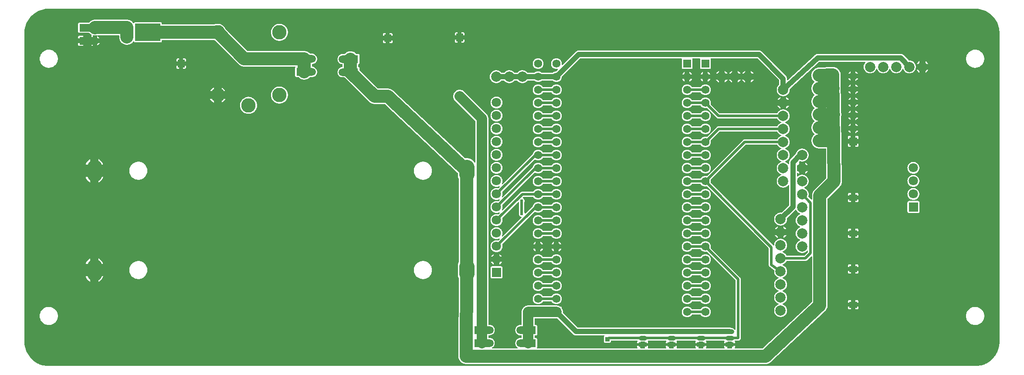
<source format=gtl>
G04 Layer: TopLayer*
G04 EasyEDA v6.5.9, 2022-08-06 01:20:59*
G04 9b1ba566d4af4bc6ab690ab6380ac67e,c09117847ad249c1abd8b20aa127d3a4,10*
G04 Gerber Generator version 0.2*
G04 Scale: 100 percent, Rotated: No, Reflected: No *
G04 Dimensions in millimeters *
G04 leading zeros omitted , absolute positions ,4 integer and 5 decimal *
%FSLAX45Y45*%
%MOMM*%

%ADD10C,1.0000*%
%ADD11C,2.5000*%
%ADD12C,0.5000*%
%ADD13C,2.0000*%
%ADD14R,1.5011X1.3005*%
%ADD15R,1.4000X1.4000*%
%ADD16R,4.9000X3.4000*%
%ADD17R,3.0000X1.5000*%
%ADD18R,0.8640X0.8065*%
%ADD19C,1.5748*%
%ADD20R,1.5748X1.5748*%
%ADD21C,1.5000*%
%ADD22C,2.7940*%
%ADD23C,1.5240*%
%ADD24R,1.6000X0.9000*%
%ADD25C,1.8000*%
%ADD26C,0.6096*%
%ADD27C,3.0000*%
%ADD28C,0.9000*%
%ADD29C,0.0118*%

%LPD*%
G36*
X500227Y25908D02*
G01*
X469900Y26873D01*
X440283Y29718D01*
X410870Y34391D01*
X381812Y40894D01*
X353212Y49225D01*
X325170Y59334D01*
X297840Y71170D01*
X271322Y84734D01*
X245719Y99923D01*
X221081Y116636D01*
X197561Y134924D01*
X175260Y154635D01*
X154178Y175717D01*
X134518Y198069D01*
X116281Y221589D01*
X99568Y246227D01*
X84429Y271881D01*
X70916Y298450D01*
X59080Y325780D01*
X49022Y353822D01*
X40741Y382422D01*
X34290Y411480D01*
X29616Y440893D01*
X26822Y470560D01*
X25908Y500532D01*
X25908Y6499453D01*
X26873Y6530085D01*
X29718Y6559702D01*
X34391Y6589115D01*
X40894Y6618173D01*
X49225Y6646773D01*
X59334Y6674815D01*
X71170Y6702145D01*
X84734Y6728663D01*
X99923Y6754266D01*
X116636Y6778904D01*
X134924Y6802424D01*
X154635Y6824725D01*
X175717Y6845808D01*
X198069Y6865467D01*
X221589Y6883704D01*
X246227Y6900418D01*
X271881Y6915556D01*
X298450Y6929069D01*
X325780Y6940905D01*
X353822Y6950964D01*
X382422Y6959244D01*
X411480Y6965696D01*
X440893Y6970369D01*
X470560Y6973163D01*
X500532Y6974078D01*
X18499429Y6974078D01*
X18530062Y6973112D01*
X18559678Y6970268D01*
X18589091Y6965594D01*
X18618149Y6959092D01*
X18646749Y6950760D01*
X18674791Y6940651D01*
X18702121Y6928815D01*
X18728639Y6915251D01*
X18754242Y6900062D01*
X18778880Y6883349D01*
X18802400Y6865061D01*
X18824702Y6845350D01*
X18845784Y6824268D01*
X18865443Y6801916D01*
X18883680Y6778396D01*
X18900394Y6753758D01*
X18915532Y6728104D01*
X18929045Y6701536D01*
X18940881Y6674205D01*
X18950940Y6646164D01*
X18959220Y6617563D01*
X18965672Y6588506D01*
X18970345Y6559092D01*
X18973139Y6529425D01*
X18974054Y6499453D01*
X18974054Y500532D01*
X18973088Y469900D01*
X18970244Y440283D01*
X18965570Y410870D01*
X18959068Y381812D01*
X18950736Y353212D01*
X18940627Y325170D01*
X18928791Y297840D01*
X18915227Y271322D01*
X18900038Y245719D01*
X18883325Y221081D01*
X18865037Y197561D01*
X18845326Y175260D01*
X18824244Y154178D01*
X18801892Y134518D01*
X18778372Y116281D01*
X18753734Y99568D01*
X18728080Y84429D01*
X18701512Y70916D01*
X18674181Y59080D01*
X18646140Y49022D01*
X18617539Y40741D01*
X18588482Y34290D01*
X18559068Y29616D01*
X18529401Y26822D01*
X18499429Y25908D01*
G37*

%LPC*%
G36*
X8522462Y6457391D02*
G01*
X8574532Y6457391D01*
X8574532Y6487972D01*
X8573820Y6494322D01*
X8571890Y6499758D01*
X8568842Y6504685D01*
X8564727Y6508750D01*
X8559850Y6511848D01*
X8554364Y6513728D01*
X8548065Y6514439D01*
X8522462Y6514439D01*
G37*
G36*
X18504509Y824179D02*
G01*
X18522543Y825550D01*
X18540374Y828802D01*
X18557748Y833882D01*
X18574512Y840689D01*
X18590514Y849223D01*
X18605550Y859332D01*
X18619419Y870915D01*
X18632068Y883869D01*
X18643346Y898093D01*
X18653048Y913384D01*
X18661126Y929538D01*
X18667526Y946505D01*
X18672149Y964031D01*
X18674943Y981913D01*
X18675858Y999998D01*
X18674943Y1018082D01*
X18672149Y1035964D01*
X18667526Y1053490D01*
X18661126Y1070457D01*
X18653048Y1086612D01*
X18643346Y1101902D01*
X18632068Y1116126D01*
X18619419Y1129080D01*
X18605550Y1140663D01*
X18590514Y1150772D01*
X18574512Y1159306D01*
X18557748Y1166114D01*
X18540374Y1171194D01*
X18522543Y1174445D01*
X18504509Y1175816D01*
X18486374Y1175359D01*
X18468441Y1173022D01*
X18450814Y1168908D01*
X18433694Y1162913D01*
X18417286Y1155242D01*
X18401792Y1145946D01*
X18387263Y1135075D01*
X18374004Y1122781D01*
X18362015Y1109167D01*
X18351550Y1094384D01*
X18342610Y1078636D01*
X18335396Y1062024D01*
X18329859Y1044803D01*
X18326150Y1027074D01*
X18324322Y1009040D01*
X18324322Y990955D01*
X18326150Y972921D01*
X18329859Y955192D01*
X18335396Y937971D01*
X18342610Y921359D01*
X18351550Y905611D01*
X18362015Y890828D01*
X18374004Y877214D01*
X18387263Y864920D01*
X18401792Y854049D01*
X18417286Y844753D01*
X18433694Y837082D01*
X18450814Y831087D01*
X18468441Y826973D01*
X18486374Y824636D01*
G37*
G36*
X12903200Y974852D02*
G01*
X12916865Y975766D01*
X12930276Y978458D01*
X12943230Y982827D01*
X12955524Y988872D01*
X12966903Y996492D01*
X12977164Y1005535D01*
X12986207Y1015796D01*
X12991744Y1024077D01*
X12993979Y1026515D01*
X12996926Y1028039D01*
X13000177Y1028598D01*
X13161822Y1028598D01*
X13165074Y1028039D01*
X13168020Y1026515D01*
X13170255Y1024077D01*
X13175792Y1015796D01*
X13184835Y1005535D01*
X13195096Y996492D01*
X13206476Y988872D01*
X13218769Y982827D01*
X13231723Y978458D01*
X13245134Y975766D01*
X13258800Y974852D01*
X13272465Y975766D01*
X13285876Y978458D01*
X13298830Y982827D01*
X13311124Y988872D01*
X13322503Y996492D01*
X13332764Y1005535D01*
X13341807Y1015796D01*
X13349427Y1027176D01*
X13355472Y1039469D01*
X13359841Y1052423D01*
X13362533Y1065834D01*
X13363448Y1079500D01*
X13362533Y1093165D01*
X13359841Y1106576D01*
X13355472Y1119530D01*
X13349427Y1131824D01*
X13341807Y1143203D01*
X13332764Y1153464D01*
X13322503Y1162507D01*
X13311124Y1170127D01*
X13298830Y1176172D01*
X13285876Y1180541D01*
X13272465Y1183233D01*
X13258800Y1184148D01*
X13245134Y1183233D01*
X13231723Y1180541D01*
X13218769Y1176172D01*
X13206476Y1170127D01*
X13195096Y1162507D01*
X13184835Y1153464D01*
X13175792Y1143203D01*
X13170255Y1134922D01*
X13168020Y1132484D01*
X13165074Y1130960D01*
X13161822Y1130401D01*
X13000177Y1130401D01*
X12996926Y1130960D01*
X12993979Y1132484D01*
X12991744Y1134922D01*
X12986207Y1143203D01*
X12977164Y1153464D01*
X12966903Y1162507D01*
X12955524Y1170127D01*
X12943230Y1176172D01*
X12930276Y1180541D01*
X12916865Y1183233D01*
X12903200Y1184148D01*
X12889534Y1183233D01*
X12876123Y1180541D01*
X12863169Y1176172D01*
X12850876Y1170127D01*
X12839496Y1162507D01*
X12829235Y1153464D01*
X12820192Y1143203D01*
X12812572Y1131824D01*
X12806527Y1119530D01*
X12802158Y1106576D01*
X12799466Y1093165D01*
X12798552Y1079500D01*
X12799466Y1065834D01*
X12802158Y1052423D01*
X12806527Y1039469D01*
X12812572Y1027176D01*
X12820192Y1015796D01*
X12829235Y1005535D01*
X12839496Y996492D01*
X12850876Y988872D01*
X12863169Y982827D01*
X12876123Y978458D01*
X12889534Y975766D01*
G37*
G36*
X16054527Y1128268D02*
G01*
X16085108Y1128268D01*
X16085108Y1180338D01*
X16028060Y1180338D01*
X16028060Y1154734D01*
X16028771Y1148435D01*
X16030651Y1142949D01*
X16033750Y1138072D01*
X16037813Y1133957D01*
X16042741Y1130909D01*
X16048177Y1128979D01*
G37*
G36*
X16172891Y1128268D02*
G01*
X16203472Y1128268D01*
X16209822Y1128979D01*
X16215258Y1130909D01*
X16220186Y1133957D01*
X16224250Y1138072D01*
X16227348Y1142949D01*
X16229228Y1148435D01*
X16229990Y1154734D01*
X16229990Y1180338D01*
X16172891Y1180338D01*
G37*
G36*
X10007600Y1228852D02*
G01*
X10021265Y1229766D01*
X10034676Y1232458D01*
X10047630Y1236827D01*
X10059924Y1242872D01*
X10071303Y1250492D01*
X10081564Y1259535D01*
X10090607Y1269796D01*
X10096144Y1278077D01*
X10098379Y1280515D01*
X10101326Y1282039D01*
X10104577Y1282598D01*
X10266222Y1282598D01*
X10269474Y1282039D01*
X10272420Y1280515D01*
X10274655Y1278077D01*
X10280192Y1269796D01*
X10289235Y1259535D01*
X10299496Y1250492D01*
X10310876Y1242872D01*
X10323169Y1236827D01*
X10336123Y1232458D01*
X10349534Y1229766D01*
X10363200Y1228852D01*
X10376865Y1229766D01*
X10390276Y1232458D01*
X10403230Y1236827D01*
X10415524Y1242872D01*
X10426903Y1250492D01*
X10437164Y1259535D01*
X10446207Y1269796D01*
X10453827Y1281176D01*
X10459872Y1293469D01*
X10464241Y1306423D01*
X10466933Y1319834D01*
X10467848Y1333500D01*
X10466933Y1347165D01*
X10464241Y1360576D01*
X10459872Y1373530D01*
X10453827Y1385824D01*
X10446207Y1397203D01*
X10437164Y1407464D01*
X10426903Y1416507D01*
X10415524Y1424127D01*
X10403230Y1430172D01*
X10390276Y1434541D01*
X10376865Y1437233D01*
X10363200Y1438148D01*
X10349534Y1437233D01*
X10336123Y1434541D01*
X10323169Y1430172D01*
X10310876Y1424127D01*
X10299496Y1416507D01*
X10289235Y1407464D01*
X10280192Y1397203D01*
X10274655Y1388922D01*
X10272420Y1386484D01*
X10269474Y1384960D01*
X10266222Y1384401D01*
X10104577Y1384401D01*
X10101326Y1384960D01*
X10098379Y1386484D01*
X10096144Y1388922D01*
X10090607Y1397203D01*
X10081564Y1407464D01*
X10071303Y1416507D01*
X10059924Y1424127D01*
X10047630Y1430172D01*
X10034676Y1434541D01*
X10021265Y1437233D01*
X10007600Y1438148D01*
X9993934Y1437233D01*
X9980523Y1434541D01*
X9967569Y1430172D01*
X9955276Y1424127D01*
X9943896Y1416507D01*
X9933635Y1407464D01*
X9924592Y1397203D01*
X9916972Y1385824D01*
X9910927Y1373530D01*
X9906558Y1360576D01*
X9903866Y1347165D01*
X9902952Y1333500D01*
X9903866Y1319834D01*
X9906558Y1306423D01*
X9910927Y1293469D01*
X9916972Y1281176D01*
X9924592Y1269796D01*
X9933635Y1259535D01*
X9943896Y1250492D01*
X9955276Y1242872D01*
X9967569Y1236827D01*
X9980523Y1232458D01*
X9993934Y1229766D01*
G37*
G36*
X12903200Y1228852D02*
G01*
X12916865Y1229766D01*
X12930276Y1232458D01*
X12943230Y1236827D01*
X12955524Y1242872D01*
X12966903Y1250492D01*
X12977164Y1259535D01*
X12986207Y1269796D01*
X12991744Y1278077D01*
X12993979Y1280515D01*
X12996926Y1282039D01*
X13000177Y1282598D01*
X13161822Y1282598D01*
X13165074Y1282039D01*
X13168020Y1280515D01*
X13170255Y1278077D01*
X13175792Y1269796D01*
X13184835Y1259535D01*
X13195096Y1250492D01*
X13206476Y1242872D01*
X13218769Y1236827D01*
X13231723Y1232458D01*
X13245134Y1229766D01*
X13258800Y1228852D01*
X13272465Y1229766D01*
X13285876Y1232458D01*
X13298830Y1236827D01*
X13311124Y1242872D01*
X13322503Y1250492D01*
X13332764Y1259535D01*
X13341807Y1269796D01*
X13349427Y1281176D01*
X13355472Y1293469D01*
X13359841Y1306423D01*
X13362533Y1319834D01*
X13363448Y1333500D01*
X13362533Y1347165D01*
X13359841Y1360576D01*
X13355472Y1373530D01*
X13349427Y1385824D01*
X13341807Y1397203D01*
X13332764Y1407464D01*
X13322503Y1416507D01*
X13311124Y1424127D01*
X13298830Y1430172D01*
X13285876Y1434541D01*
X13272465Y1437233D01*
X13258800Y1438148D01*
X13245134Y1437233D01*
X13231723Y1434541D01*
X13218769Y1430172D01*
X13206476Y1424127D01*
X13195096Y1416507D01*
X13184835Y1407464D01*
X13175792Y1397203D01*
X13170255Y1388922D01*
X13168020Y1386484D01*
X13165074Y1384960D01*
X13161822Y1384401D01*
X13000177Y1384401D01*
X12996926Y1384960D01*
X12993979Y1386484D01*
X12991744Y1388922D01*
X12986207Y1397203D01*
X12977164Y1407464D01*
X12966903Y1416507D01*
X12955524Y1424127D01*
X12943230Y1430172D01*
X12930276Y1434541D01*
X12916865Y1437233D01*
X12903200Y1438148D01*
X12889534Y1437233D01*
X12876123Y1434541D01*
X12863169Y1430172D01*
X12850876Y1424127D01*
X12839496Y1416507D01*
X12829235Y1407464D01*
X12820192Y1397203D01*
X12812572Y1385824D01*
X12806527Y1373530D01*
X12802158Y1360576D01*
X12799466Y1347165D01*
X12798552Y1333500D01*
X12799466Y1319834D01*
X12802158Y1306423D01*
X12806527Y1293469D01*
X12812572Y1281176D01*
X12820192Y1269796D01*
X12829235Y1259535D01*
X12839496Y1250492D01*
X12850876Y1242872D01*
X12863169Y1236827D01*
X12876123Y1232458D01*
X12889534Y1229766D01*
G37*
G36*
X16172891Y1258062D02*
G01*
X16229990Y1258062D01*
X16229990Y1283665D01*
X16229228Y1289964D01*
X16227348Y1295450D01*
X16224250Y1300327D01*
X16220186Y1304442D01*
X16215258Y1307490D01*
X16209822Y1309420D01*
X16203472Y1310132D01*
X16172891Y1310132D01*
G37*
G36*
X16028060Y1258062D02*
G01*
X16085108Y1258062D01*
X16085108Y1310132D01*
X16054527Y1310132D01*
X16048177Y1309420D01*
X16042741Y1307490D01*
X16037813Y1304442D01*
X16033750Y1300327D01*
X16030651Y1295450D01*
X16028771Y1289964D01*
X16028060Y1283665D01*
G37*
G36*
X10007600Y1482852D02*
G01*
X10021265Y1483766D01*
X10034676Y1486458D01*
X10047630Y1490827D01*
X10059924Y1496872D01*
X10071303Y1504492D01*
X10081564Y1513535D01*
X10090607Y1523796D01*
X10096144Y1532077D01*
X10098379Y1534515D01*
X10101326Y1536039D01*
X10104577Y1536598D01*
X10266222Y1536598D01*
X10269474Y1536039D01*
X10272420Y1534515D01*
X10274655Y1532077D01*
X10280192Y1523796D01*
X10289235Y1513535D01*
X10299496Y1504492D01*
X10310876Y1496872D01*
X10323169Y1490827D01*
X10336123Y1486458D01*
X10349534Y1483766D01*
X10363200Y1482852D01*
X10376865Y1483766D01*
X10390276Y1486458D01*
X10403230Y1490827D01*
X10415524Y1496872D01*
X10426903Y1504492D01*
X10437164Y1513535D01*
X10446207Y1523796D01*
X10453827Y1535176D01*
X10459872Y1547469D01*
X10464241Y1560423D01*
X10466933Y1573834D01*
X10467848Y1587500D01*
X10466933Y1601165D01*
X10464241Y1614576D01*
X10459872Y1627530D01*
X10453827Y1639824D01*
X10446207Y1651203D01*
X10437164Y1661464D01*
X10426903Y1670507D01*
X10415524Y1678127D01*
X10403230Y1684172D01*
X10390276Y1688541D01*
X10376865Y1691233D01*
X10363200Y1692148D01*
X10349534Y1691233D01*
X10336123Y1688541D01*
X10323169Y1684172D01*
X10310876Y1678127D01*
X10299496Y1670507D01*
X10289235Y1661464D01*
X10280192Y1651203D01*
X10274655Y1642922D01*
X10272420Y1640484D01*
X10269474Y1638960D01*
X10266222Y1638401D01*
X10104577Y1638401D01*
X10101326Y1638960D01*
X10098379Y1640484D01*
X10096144Y1642922D01*
X10090607Y1651203D01*
X10081564Y1661464D01*
X10071303Y1670507D01*
X10059924Y1678127D01*
X10047630Y1684172D01*
X10034676Y1688541D01*
X10021265Y1691233D01*
X10007600Y1692148D01*
X9993934Y1691233D01*
X9980523Y1688541D01*
X9967569Y1684172D01*
X9955276Y1678127D01*
X9943896Y1670507D01*
X9933635Y1661464D01*
X9924592Y1651203D01*
X9916972Y1639824D01*
X9910927Y1627530D01*
X9906558Y1614576D01*
X9903866Y1601165D01*
X9902952Y1587500D01*
X9903866Y1573834D01*
X9906558Y1560423D01*
X9910927Y1547469D01*
X9916972Y1535176D01*
X9924592Y1523796D01*
X9933635Y1513535D01*
X9943896Y1504492D01*
X9955276Y1496872D01*
X9967569Y1490827D01*
X9980523Y1486458D01*
X9993934Y1483766D01*
G37*
G36*
X12903200Y1482852D02*
G01*
X12916865Y1483766D01*
X12930276Y1486458D01*
X12943230Y1490827D01*
X12955524Y1496872D01*
X12966903Y1504492D01*
X12977164Y1513535D01*
X12986207Y1523796D01*
X12991744Y1532077D01*
X12993979Y1534515D01*
X12996926Y1536039D01*
X13000177Y1536598D01*
X13161822Y1536598D01*
X13165074Y1536039D01*
X13168020Y1534515D01*
X13170255Y1532077D01*
X13175792Y1523796D01*
X13184835Y1513535D01*
X13195096Y1504492D01*
X13206476Y1496872D01*
X13218769Y1490827D01*
X13231723Y1486458D01*
X13245134Y1483766D01*
X13258800Y1482852D01*
X13272465Y1483766D01*
X13285876Y1486458D01*
X13298830Y1490827D01*
X13311124Y1496872D01*
X13322503Y1504492D01*
X13332764Y1513535D01*
X13341807Y1523796D01*
X13349427Y1535176D01*
X13355472Y1547469D01*
X13359841Y1560423D01*
X13362533Y1573834D01*
X13363448Y1587500D01*
X13362533Y1601165D01*
X13359841Y1614576D01*
X13355472Y1627530D01*
X13349427Y1639824D01*
X13341807Y1651203D01*
X13332764Y1661464D01*
X13322503Y1670507D01*
X13311124Y1678127D01*
X13298830Y1684172D01*
X13285876Y1688541D01*
X13272465Y1691233D01*
X13258800Y1692148D01*
X13245134Y1691233D01*
X13231723Y1688541D01*
X13218769Y1684172D01*
X13206476Y1678127D01*
X13195096Y1670507D01*
X13184835Y1661464D01*
X13175792Y1651203D01*
X13170255Y1642922D01*
X13168020Y1640484D01*
X13165074Y1638960D01*
X13161822Y1638401D01*
X13000177Y1638401D01*
X12996926Y1638960D01*
X12993979Y1640484D01*
X12991744Y1642922D01*
X12986207Y1651203D01*
X12977164Y1661464D01*
X12966903Y1670507D01*
X12955524Y1678127D01*
X12943230Y1684172D01*
X12930276Y1688541D01*
X12916865Y1691233D01*
X12903200Y1692148D01*
X12889534Y1691233D01*
X12876123Y1688541D01*
X12863169Y1684172D01*
X12850876Y1678127D01*
X12839496Y1670507D01*
X12829235Y1661464D01*
X12820192Y1651203D01*
X12812572Y1639824D01*
X12806527Y1627530D01*
X12802158Y1614576D01*
X12799466Y1601165D01*
X12798552Y1587500D01*
X12799466Y1573834D01*
X12802158Y1560423D01*
X12806527Y1547469D01*
X12812572Y1535176D01*
X12820192Y1523796D01*
X12829235Y1513535D01*
X12839496Y1504492D01*
X12850876Y1496872D01*
X12863169Y1490827D01*
X12876123Y1486458D01*
X12889534Y1483766D01*
G37*
G36*
X1466646Y1666748D02*
G01*
X1478330Y1673250D01*
X1492961Y1683410D01*
X1506474Y1694992D01*
X1518767Y1707946D01*
X1529689Y1722018D01*
X1539087Y1737156D01*
X1546961Y1753158D01*
X1553108Y1769821D01*
X1554784Y1776171D01*
X1466646Y1776171D01*
G37*
G36*
X1303934Y1666748D02*
G01*
X1303934Y1776171D01*
X1215847Y1776171D01*
X1217472Y1769821D01*
X1223670Y1753158D01*
X1231493Y1737156D01*
X1240942Y1722018D01*
X1251864Y1707946D01*
X1264107Y1694992D01*
X1277620Y1683410D01*
X1292250Y1673250D01*
G37*
G36*
X7773314Y1716684D02*
G01*
X7791399Y1718056D01*
X7809179Y1721307D01*
X7826603Y1726387D01*
X7843367Y1733194D01*
X7859318Y1741728D01*
X7874355Y1751838D01*
X7888274Y1763420D01*
X7900924Y1776374D01*
X7912150Y1790598D01*
X7921853Y1805889D01*
X7929981Y1822043D01*
X7936331Y1839010D01*
X7940954Y1856536D01*
X7943748Y1874418D01*
X7944662Y1892503D01*
X7943748Y1910588D01*
X7940954Y1928469D01*
X7936331Y1945995D01*
X7929981Y1962962D01*
X7921853Y1979117D01*
X7912150Y1994407D01*
X7900924Y2008632D01*
X7888274Y2021586D01*
X7874355Y2033168D01*
X7859318Y2043277D01*
X7843367Y2051812D01*
X7826603Y2058619D01*
X7809179Y2063699D01*
X7791399Y2066950D01*
X7773314Y2068322D01*
X7755229Y2067864D01*
X7737246Y2065528D01*
X7719618Y2061413D01*
X7702550Y2055418D01*
X7686141Y2047748D01*
X7670596Y2038451D01*
X7656118Y2027580D01*
X7642809Y2015286D01*
X7630871Y2001672D01*
X7620355Y1986889D01*
X7611465Y1971141D01*
X7604201Y1954530D01*
X7598714Y1937308D01*
X7595006Y1919579D01*
X7593126Y1901545D01*
X7593126Y1883460D01*
X7595006Y1865426D01*
X7598714Y1847697D01*
X7604201Y1830476D01*
X7611465Y1813864D01*
X7620355Y1798116D01*
X7630871Y1783334D01*
X7642809Y1769719D01*
X7656118Y1757425D01*
X7670596Y1746554D01*
X7686141Y1737258D01*
X7702550Y1729587D01*
X7719618Y1723593D01*
X7737246Y1719478D01*
X7755229Y1717141D01*
G37*
G36*
X2243328Y1716684D02*
G01*
X2261412Y1718056D01*
X2279192Y1721307D01*
X2296617Y1726387D01*
X2313381Y1733194D01*
X2329332Y1741728D01*
X2344369Y1751838D01*
X2358288Y1763420D01*
X2370937Y1776374D01*
X2382164Y1790598D01*
X2391867Y1805889D01*
X2399995Y1822043D01*
X2406345Y1839010D01*
X2410968Y1856536D01*
X2413762Y1874418D01*
X2414676Y1892503D01*
X2413762Y1910588D01*
X2410968Y1928469D01*
X2406345Y1945995D01*
X2399995Y1962962D01*
X2391867Y1979117D01*
X2382164Y1994407D01*
X2370937Y2008632D01*
X2358288Y2021586D01*
X2344369Y2033168D01*
X2329332Y2043277D01*
X2313381Y2051812D01*
X2296617Y2058619D01*
X2279192Y2063699D01*
X2261412Y2066950D01*
X2243328Y2068322D01*
X2225243Y2067864D01*
X2207260Y2065528D01*
X2189632Y2061413D01*
X2172563Y2055418D01*
X2156155Y2047748D01*
X2140610Y2038451D01*
X2126132Y2027580D01*
X2112822Y2015286D01*
X2100884Y2001672D01*
X2090369Y1986889D01*
X2081479Y1971141D01*
X2074214Y1954530D01*
X2068728Y1937308D01*
X2065020Y1919579D01*
X2063140Y1901545D01*
X2063140Y1883460D01*
X2065020Y1865426D01*
X2068728Y1847697D01*
X2074214Y1830476D01*
X2081479Y1813864D01*
X2090369Y1798116D01*
X2100884Y1783334D01*
X2112822Y1769719D01*
X2126132Y1757425D01*
X2140610Y1746554D01*
X2156155Y1737258D01*
X2172563Y1729587D01*
X2189632Y1723593D01*
X2207260Y1719478D01*
X2225243Y1717141D01*
G37*
G36*
X9110218Y1733042D02*
G01*
X9289084Y1733042D01*
X9295384Y1733753D01*
X9300870Y1735683D01*
X9305747Y1738782D01*
X9309862Y1742846D01*
X9312960Y1747774D01*
X9314840Y1753209D01*
X9315551Y1759559D01*
X9315551Y1938375D01*
X9314840Y1944725D01*
X9312960Y1950161D01*
X9309862Y1955088D01*
X9305747Y1959152D01*
X9300870Y1962251D01*
X9295384Y1964182D01*
X9289084Y1964893D01*
X9110218Y1964893D01*
X9103918Y1964182D01*
X9098432Y1962251D01*
X9093555Y1959152D01*
X9089440Y1955088D01*
X9086342Y1950161D01*
X9084462Y1944725D01*
X9083751Y1938375D01*
X9083751Y1759559D01*
X9084462Y1753209D01*
X9086342Y1747774D01*
X9089440Y1742846D01*
X9093555Y1738782D01*
X9098432Y1735683D01*
X9103918Y1733753D01*
G37*
G36*
X12903200Y1736852D02*
G01*
X12916865Y1737766D01*
X12930276Y1740458D01*
X12943230Y1744827D01*
X12955524Y1750872D01*
X12966903Y1758492D01*
X12977164Y1767535D01*
X12986207Y1777796D01*
X12991744Y1786077D01*
X12993979Y1788515D01*
X12996926Y1790039D01*
X13000177Y1790598D01*
X13161822Y1790598D01*
X13165074Y1790039D01*
X13168020Y1788515D01*
X13170255Y1786077D01*
X13175792Y1777796D01*
X13184835Y1767535D01*
X13195096Y1758492D01*
X13206476Y1750872D01*
X13218769Y1744827D01*
X13231723Y1740458D01*
X13245134Y1737766D01*
X13258800Y1736852D01*
X13272465Y1737766D01*
X13285876Y1740458D01*
X13298830Y1744827D01*
X13311124Y1750872D01*
X13322503Y1758492D01*
X13332764Y1767535D01*
X13341807Y1777796D01*
X13349427Y1789175D01*
X13355472Y1801469D01*
X13359841Y1814423D01*
X13362533Y1827834D01*
X13363448Y1841500D01*
X13362533Y1855165D01*
X13359841Y1868576D01*
X13355472Y1881530D01*
X13349427Y1893824D01*
X13341807Y1905203D01*
X13332764Y1915464D01*
X13322503Y1924507D01*
X13311124Y1932127D01*
X13298830Y1938172D01*
X13285876Y1942541D01*
X13272465Y1945233D01*
X13258800Y1946148D01*
X13245134Y1945233D01*
X13231723Y1942541D01*
X13218769Y1938172D01*
X13206476Y1932127D01*
X13195096Y1924507D01*
X13184835Y1915464D01*
X13175792Y1905203D01*
X13170255Y1896922D01*
X13168020Y1894484D01*
X13165074Y1892960D01*
X13161822Y1892401D01*
X13000177Y1892401D01*
X12996926Y1892960D01*
X12993979Y1894484D01*
X12991744Y1896922D01*
X12986207Y1905203D01*
X12977164Y1915464D01*
X12966903Y1924507D01*
X12955524Y1932127D01*
X12943230Y1938172D01*
X12930276Y1942541D01*
X12916865Y1945233D01*
X12903200Y1946148D01*
X12889534Y1945233D01*
X12876123Y1942541D01*
X12863169Y1938172D01*
X12850876Y1932127D01*
X12839496Y1924507D01*
X12829235Y1915464D01*
X12820192Y1905203D01*
X12812572Y1893824D01*
X12806527Y1881530D01*
X12802158Y1868576D01*
X12799466Y1855165D01*
X12798552Y1841500D01*
X12799466Y1827834D01*
X12802158Y1814423D01*
X12806527Y1801469D01*
X12812572Y1789175D01*
X12820192Y1777796D01*
X12829235Y1767535D01*
X12839496Y1758492D01*
X12850876Y1750872D01*
X12863169Y1744827D01*
X12876123Y1740458D01*
X12889534Y1737766D01*
G37*
G36*
X10007600Y1736852D02*
G01*
X10021265Y1737766D01*
X10034676Y1740458D01*
X10047630Y1744827D01*
X10059924Y1750872D01*
X10071303Y1758492D01*
X10081564Y1767535D01*
X10090607Y1777796D01*
X10096144Y1786077D01*
X10098379Y1788515D01*
X10101326Y1790039D01*
X10104577Y1790598D01*
X10266222Y1790598D01*
X10269474Y1790039D01*
X10272420Y1788515D01*
X10274655Y1786077D01*
X10280192Y1777796D01*
X10289235Y1767535D01*
X10299496Y1758492D01*
X10310876Y1750872D01*
X10323169Y1744827D01*
X10336123Y1740458D01*
X10349534Y1737766D01*
X10363200Y1736852D01*
X10376865Y1737766D01*
X10390276Y1740458D01*
X10403230Y1744827D01*
X10415524Y1750872D01*
X10426903Y1758492D01*
X10437164Y1767535D01*
X10446207Y1777796D01*
X10453827Y1789175D01*
X10459872Y1801469D01*
X10464241Y1814423D01*
X10466933Y1827834D01*
X10467848Y1841500D01*
X10466933Y1855165D01*
X10464241Y1868576D01*
X10459872Y1881530D01*
X10453827Y1893824D01*
X10446207Y1905203D01*
X10437164Y1915464D01*
X10426903Y1924507D01*
X10415524Y1932127D01*
X10403230Y1938172D01*
X10390276Y1942541D01*
X10376865Y1945233D01*
X10363200Y1946148D01*
X10349534Y1945233D01*
X10336123Y1942541D01*
X10323169Y1938172D01*
X10310876Y1932127D01*
X10299496Y1924507D01*
X10289235Y1915464D01*
X10280192Y1905203D01*
X10274655Y1896922D01*
X10272420Y1894484D01*
X10269474Y1892960D01*
X10266222Y1892401D01*
X10104577Y1892401D01*
X10101326Y1892960D01*
X10098379Y1894484D01*
X10096144Y1896922D01*
X10090607Y1905203D01*
X10081564Y1915464D01*
X10071303Y1924507D01*
X10059924Y1932127D01*
X10047630Y1938172D01*
X10034676Y1942541D01*
X10021265Y1945233D01*
X10007600Y1946148D01*
X9993934Y1945233D01*
X9980523Y1942541D01*
X9967569Y1938172D01*
X9955276Y1932127D01*
X9943896Y1924507D01*
X9933635Y1915464D01*
X9924592Y1905203D01*
X9916972Y1893824D01*
X9910927Y1881530D01*
X9906558Y1868576D01*
X9903866Y1855165D01*
X9902952Y1841500D01*
X9903866Y1827834D01*
X9906558Y1814423D01*
X9910927Y1801469D01*
X9916972Y1789175D01*
X9924592Y1777796D01*
X9933635Y1767535D01*
X9943896Y1758492D01*
X9955276Y1750872D01*
X9967569Y1744827D01*
X9980523Y1740458D01*
X9993934Y1737766D01*
G37*
G36*
X16054527Y1822551D02*
G01*
X16085108Y1822551D01*
X16085108Y1874621D01*
X16028060Y1874621D01*
X16028060Y1849018D01*
X16028771Y1842668D01*
X16030651Y1837232D01*
X16033750Y1832305D01*
X16037813Y1828241D01*
X16042741Y1825142D01*
X16048177Y1823262D01*
G37*
G36*
X16172891Y1822551D02*
G01*
X16203472Y1822551D01*
X16209822Y1823262D01*
X16215258Y1825142D01*
X16220186Y1828241D01*
X16224250Y1832305D01*
X16227348Y1837232D01*
X16229228Y1842668D01*
X16229990Y1849018D01*
X16229990Y1874621D01*
X16172891Y1874621D01*
G37*
G36*
X16172891Y1952345D02*
G01*
X16229990Y1952345D01*
X16229990Y1977898D01*
X16229228Y1984248D01*
X16227348Y1989683D01*
X16224250Y1994611D01*
X16220186Y1998675D01*
X16215258Y2001774D01*
X16209822Y2003704D01*
X16203472Y2004415D01*
X16172891Y2004415D01*
G37*
G36*
X16028060Y1952345D02*
G01*
X16085108Y1952345D01*
X16085108Y2004415D01*
X16054527Y2004415D01*
X16048177Y2003704D01*
X16042741Y2001774D01*
X16037813Y1998675D01*
X16033750Y1994611D01*
X16030651Y1989683D01*
X16028771Y1984248D01*
X16028060Y1977898D01*
G37*
G36*
X10007600Y1990852D02*
G01*
X10021265Y1991766D01*
X10034676Y1994458D01*
X10047630Y1998827D01*
X10059924Y2004872D01*
X10071303Y2012492D01*
X10081564Y2021535D01*
X10090607Y2031796D01*
X10096144Y2040077D01*
X10098379Y2042515D01*
X10101326Y2044039D01*
X10104577Y2044598D01*
X10266222Y2044598D01*
X10269474Y2044039D01*
X10272420Y2042515D01*
X10274655Y2040077D01*
X10280192Y2031796D01*
X10289235Y2021535D01*
X10299496Y2012492D01*
X10310876Y2004872D01*
X10323169Y1998827D01*
X10336123Y1994458D01*
X10349534Y1991766D01*
X10363200Y1990852D01*
X10376865Y1991766D01*
X10390276Y1994458D01*
X10403230Y1998827D01*
X10415524Y2004872D01*
X10426903Y2012492D01*
X10437164Y2021535D01*
X10446207Y2031796D01*
X10453827Y2043175D01*
X10459872Y2055469D01*
X10464241Y2068423D01*
X10466933Y2081834D01*
X10467848Y2095500D01*
X10466933Y2109165D01*
X10464241Y2122576D01*
X10459872Y2135530D01*
X10453827Y2147824D01*
X10446207Y2159203D01*
X10437164Y2169464D01*
X10426903Y2178507D01*
X10415524Y2186127D01*
X10403230Y2192172D01*
X10390276Y2196541D01*
X10376865Y2199233D01*
X10363200Y2200148D01*
X10349534Y2199233D01*
X10336123Y2196541D01*
X10323169Y2192172D01*
X10310876Y2186127D01*
X10299496Y2178507D01*
X10289235Y2169464D01*
X10280192Y2159203D01*
X10274655Y2150922D01*
X10272420Y2148484D01*
X10269474Y2146960D01*
X10266222Y2146401D01*
X10104577Y2146401D01*
X10101326Y2146960D01*
X10098379Y2148484D01*
X10096144Y2150922D01*
X10090607Y2159203D01*
X10081564Y2169464D01*
X10071303Y2178507D01*
X10059924Y2186127D01*
X10047630Y2192172D01*
X10034676Y2196541D01*
X10021265Y2199233D01*
X10007600Y2200148D01*
X9993934Y2199233D01*
X9980523Y2196541D01*
X9967569Y2192172D01*
X9955276Y2186127D01*
X9943896Y2178507D01*
X9933635Y2169464D01*
X9924592Y2159203D01*
X9916972Y2147824D01*
X9910927Y2135530D01*
X9906558Y2122576D01*
X9903866Y2109165D01*
X9902952Y2095500D01*
X9903866Y2081834D01*
X9906558Y2068423D01*
X9910927Y2055469D01*
X9916972Y2043175D01*
X9924592Y2031796D01*
X9933635Y2021535D01*
X9943896Y2012492D01*
X9955276Y2004872D01*
X9967569Y1998827D01*
X9980523Y1994458D01*
X9993934Y1991766D01*
G37*
G36*
X12903200Y1990852D02*
G01*
X12916865Y1991766D01*
X12930276Y1994458D01*
X12943230Y1998827D01*
X12955524Y2004872D01*
X12966903Y2012492D01*
X12977164Y2021535D01*
X12986207Y2031796D01*
X12991744Y2040077D01*
X12993979Y2042515D01*
X12996926Y2044039D01*
X13000177Y2044598D01*
X13161822Y2044598D01*
X13165074Y2044039D01*
X13168020Y2042515D01*
X13170255Y2040077D01*
X13175792Y2031796D01*
X13184835Y2021535D01*
X13195096Y2012492D01*
X13206476Y2004872D01*
X13218769Y1998827D01*
X13231723Y1994458D01*
X13245134Y1991766D01*
X13258800Y1990852D01*
X13272465Y1991766D01*
X13285876Y1994458D01*
X13298830Y1998827D01*
X13311124Y2004872D01*
X13322503Y2012492D01*
X13332764Y2021535D01*
X13341807Y2031796D01*
X13349427Y2043175D01*
X13355472Y2055469D01*
X13359841Y2068423D01*
X13362533Y2081834D01*
X13363448Y2095500D01*
X13362533Y2109165D01*
X13359841Y2122576D01*
X13355472Y2135530D01*
X13349427Y2147824D01*
X13341807Y2159203D01*
X13332764Y2169464D01*
X13322503Y2178507D01*
X13311124Y2186127D01*
X13298830Y2192172D01*
X13285876Y2196541D01*
X13272465Y2199233D01*
X13258800Y2200148D01*
X13245134Y2199233D01*
X13231723Y2196541D01*
X13218769Y2192172D01*
X13206476Y2186127D01*
X13195096Y2178507D01*
X13184835Y2169464D01*
X13175792Y2159203D01*
X13170255Y2150922D01*
X13168020Y2148484D01*
X13165074Y2146960D01*
X13161822Y2146401D01*
X13000177Y2146401D01*
X12996926Y2146960D01*
X12993979Y2148484D01*
X12991744Y2150922D01*
X12986207Y2159203D01*
X12977164Y2169464D01*
X12966903Y2178507D01*
X12955524Y2186127D01*
X12943230Y2192172D01*
X12930276Y2196541D01*
X12916865Y2199233D01*
X12903200Y2200148D01*
X12889534Y2199233D01*
X12876123Y2196541D01*
X12863169Y2192172D01*
X12850876Y2186127D01*
X12839496Y2178507D01*
X12829235Y2169464D01*
X12820192Y2159203D01*
X12812572Y2147824D01*
X12806527Y2135530D01*
X12802158Y2122576D01*
X12799466Y2109165D01*
X12798552Y2095500D01*
X12799466Y2081834D01*
X12802158Y2068423D01*
X12806527Y2055469D01*
X12812572Y2043175D01*
X12820192Y2031796D01*
X12829235Y2021535D01*
X12839496Y2012492D01*
X12850876Y2004872D01*
X12863169Y1998827D01*
X12876123Y1994458D01*
X12889534Y1991766D01*
G37*
G36*
X9148013Y1999132D02*
G01*
X9148013Y2051507D01*
X9095689Y2051507D01*
X9097822Y2047036D01*
X9105595Y2034743D01*
X9114891Y2023516D01*
X9125508Y2013559D01*
X9137294Y2005025D01*
G37*
G36*
X9250730Y1999132D02*
G01*
X9261449Y2005025D01*
X9273235Y2013559D01*
X9283852Y2023516D01*
X9293148Y2034743D01*
X9300921Y2047036D01*
X9303054Y2051507D01*
X9250730Y2051507D01*
G37*
G36*
X1215847Y2008835D02*
G01*
X1303934Y2008835D01*
X1303934Y2118258D01*
X1292250Y2111756D01*
X1277620Y2101596D01*
X1264107Y2089962D01*
X1251864Y2077059D01*
X1240942Y2062988D01*
X1231493Y2047849D01*
X1223670Y2031847D01*
X1217472Y2015134D01*
G37*
G36*
X1466646Y2008835D02*
G01*
X1554784Y2008835D01*
X1553108Y2015134D01*
X1546961Y2031847D01*
X1539087Y2047849D01*
X1529689Y2062988D01*
X1518767Y2077059D01*
X1506474Y2089962D01*
X1492961Y2101596D01*
X1478330Y2111756D01*
X1466646Y2118258D01*
G37*
G36*
X9250730Y2154224D02*
G01*
X9303054Y2154224D01*
X9300921Y2158695D01*
X9293148Y2170988D01*
X9283852Y2182215D01*
X9273235Y2192172D01*
X9261449Y2200706D01*
X9250730Y2206599D01*
G37*
G36*
X9095689Y2154224D02*
G01*
X9148013Y2154224D01*
X9148013Y2206599D01*
X9137294Y2200706D01*
X9125508Y2192172D01*
X9114891Y2182215D01*
X9105595Y2170988D01*
X9097822Y2158695D01*
G37*
G36*
X8392668Y6457391D02*
G01*
X8444738Y6457391D01*
X8444738Y6514439D01*
X8419134Y6514439D01*
X8412835Y6513728D01*
X8407349Y6511848D01*
X8402472Y6508750D01*
X8398357Y6504685D01*
X8395309Y6499758D01*
X8393379Y6494322D01*
X8392668Y6487972D01*
G37*
G36*
X9192107Y2241194D02*
G01*
X9206636Y2241194D01*
X9221063Y2243023D01*
X9235186Y2246630D01*
X9248698Y2252014D01*
X9261449Y2259025D01*
X9273235Y2267559D01*
X9283852Y2277516D01*
X9293148Y2288743D01*
X9300921Y2301036D01*
X9307118Y2314194D01*
X9311640Y2328062D01*
X9314332Y2342337D01*
X9315246Y2356866D01*
X9314332Y2371394D01*
X9311640Y2385669D01*
X9310725Y2388412D01*
X9310268Y2392070D01*
X9311132Y2395677D01*
X9313214Y2398725D01*
X9937445Y3022955D01*
X9940290Y3024987D01*
X9943642Y3025902D01*
X9947097Y3025648D01*
X9950297Y3024225D01*
X9955276Y3020872D01*
X9967569Y3014827D01*
X9980523Y3010458D01*
X9993934Y3007766D01*
X10007600Y3006852D01*
X10021265Y3007766D01*
X10034676Y3010458D01*
X10047630Y3014827D01*
X10059924Y3020872D01*
X10071303Y3028492D01*
X10081564Y3037535D01*
X10090607Y3047796D01*
X10096144Y3056077D01*
X10098379Y3058515D01*
X10101326Y3060039D01*
X10104577Y3060598D01*
X10266222Y3060598D01*
X10269474Y3060039D01*
X10272420Y3058515D01*
X10274655Y3056077D01*
X10280192Y3047796D01*
X10289235Y3037535D01*
X10299496Y3028492D01*
X10310876Y3020872D01*
X10323169Y3014827D01*
X10336123Y3010458D01*
X10349534Y3007766D01*
X10363200Y3006852D01*
X10376865Y3007766D01*
X10390276Y3010458D01*
X10403230Y3014827D01*
X10415524Y3020872D01*
X10426903Y3028492D01*
X10437164Y3037535D01*
X10446207Y3047796D01*
X10453827Y3059176D01*
X10459872Y3071469D01*
X10464241Y3084423D01*
X10466933Y3097834D01*
X10467848Y3111500D01*
X10466933Y3125165D01*
X10464241Y3138576D01*
X10459872Y3151530D01*
X10453827Y3163824D01*
X10446207Y3175203D01*
X10437164Y3185464D01*
X10426903Y3194507D01*
X10415524Y3202127D01*
X10403230Y3208172D01*
X10390276Y3212541D01*
X10376865Y3215233D01*
X10363200Y3216148D01*
X10349534Y3215233D01*
X10336123Y3212541D01*
X10323169Y3208172D01*
X10310876Y3202127D01*
X10299496Y3194507D01*
X10289235Y3185464D01*
X10280192Y3175203D01*
X10274655Y3166922D01*
X10272420Y3164484D01*
X10269474Y3162960D01*
X10266222Y3162401D01*
X10104577Y3162401D01*
X10101326Y3162960D01*
X10098379Y3164484D01*
X10096144Y3166922D01*
X10090607Y3175203D01*
X10081564Y3185464D01*
X10071303Y3194507D01*
X10059924Y3202127D01*
X10047630Y3208172D01*
X10034676Y3212541D01*
X10021265Y3215233D01*
X10007600Y3216148D01*
X9993934Y3215233D01*
X9980523Y3212541D01*
X9967569Y3208172D01*
X9955276Y3202127D01*
X9943896Y3194507D01*
X9933635Y3185464D01*
X9924592Y3175203D01*
X9916972Y3163824D01*
X9910927Y3151530D01*
X9905492Y3135630D01*
X9903714Y3133191D01*
X9762083Y2991561D01*
X9758527Y2989275D01*
X9754362Y2988614D01*
X9750298Y2989732D01*
X9746996Y2992374D01*
X9745116Y2996133D01*
X9743033Y3003753D01*
X9741966Y3006090D01*
X9741001Y3010408D01*
X9741001Y3212592D01*
X9741966Y3216910D01*
X9743033Y3219246D01*
X9745573Y3228695D01*
X9746437Y3238500D01*
X9745573Y3248304D01*
X9743033Y3257753D01*
X9738918Y3266694D01*
X9733280Y3274720D01*
X9726320Y3281679D01*
X9718294Y3287318D01*
X9714738Y3288944D01*
X9711588Y3291230D01*
X9709556Y3294532D01*
X9708845Y3298342D01*
X9709658Y3302152D01*
X9711842Y3305352D01*
X9718141Y3311601D01*
X9721392Y3313836D01*
X9725304Y3314598D01*
X9910622Y3314598D01*
X9913874Y3314039D01*
X9916820Y3312515D01*
X9919055Y3310077D01*
X9924592Y3301796D01*
X9933635Y3291535D01*
X9943896Y3282492D01*
X9955276Y3274872D01*
X9967569Y3268827D01*
X9980523Y3264458D01*
X9993934Y3261766D01*
X10007600Y3260852D01*
X10021265Y3261766D01*
X10034676Y3264458D01*
X10047630Y3268827D01*
X10059924Y3274872D01*
X10071303Y3282492D01*
X10081564Y3291535D01*
X10090607Y3301796D01*
X10096144Y3310077D01*
X10098379Y3312515D01*
X10101326Y3314039D01*
X10104577Y3314598D01*
X10266222Y3314598D01*
X10269474Y3314039D01*
X10272420Y3312515D01*
X10274655Y3310077D01*
X10280192Y3301796D01*
X10289235Y3291535D01*
X10299496Y3282492D01*
X10310876Y3274872D01*
X10323169Y3268827D01*
X10336123Y3264458D01*
X10349534Y3261766D01*
X10363200Y3260852D01*
X10376865Y3261766D01*
X10390276Y3264458D01*
X10403230Y3268827D01*
X10415524Y3274872D01*
X10426903Y3282492D01*
X10437164Y3291535D01*
X10446207Y3301796D01*
X10453827Y3313176D01*
X10459872Y3325469D01*
X10464241Y3338423D01*
X10466933Y3351834D01*
X10467848Y3365500D01*
X10466933Y3379165D01*
X10464241Y3392576D01*
X10459872Y3405530D01*
X10453827Y3417824D01*
X10446207Y3429203D01*
X10437164Y3439464D01*
X10426903Y3448507D01*
X10415524Y3456127D01*
X10403230Y3462172D01*
X10390276Y3466541D01*
X10376865Y3469233D01*
X10363200Y3470148D01*
X10349534Y3469233D01*
X10336123Y3466541D01*
X10323169Y3462172D01*
X10310876Y3456127D01*
X10299496Y3448507D01*
X10289235Y3439464D01*
X10280192Y3429203D01*
X10274655Y3420922D01*
X10272420Y3418484D01*
X10269474Y3416960D01*
X10266222Y3416401D01*
X10104577Y3416401D01*
X10101326Y3416960D01*
X10098379Y3418484D01*
X10096144Y3420922D01*
X10090607Y3429203D01*
X10081564Y3439464D01*
X10071303Y3448507D01*
X10059924Y3456127D01*
X10047630Y3462172D01*
X10034676Y3466541D01*
X10021265Y3469233D01*
X10007600Y3470148D01*
X9993934Y3469233D01*
X9980523Y3466541D01*
X9967569Y3462172D01*
X9955276Y3456127D01*
X9943896Y3448507D01*
X9933635Y3439464D01*
X9924592Y3429203D01*
X9919055Y3420922D01*
X9916820Y3418484D01*
X9913874Y3416960D01*
X9910622Y3416401D01*
X9700209Y3416401D01*
X9695586Y3416198D01*
X9691166Y3415639D01*
X9686848Y3414674D01*
X9682581Y3413353D01*
X9678517Y3411626D01*
X9674555Y3409594D01*
X9670796Y3407206D01*
X9667290Y3404514D01*
X9663836Y3401364D01*
X9320225Y3057702D01*
X9316821Y3055467D01*
X9312859Y3054705D01*
X9308947Y3055569D01*
X9305645Y3057906D01*
X9303512Y3061309D01*
X9302851Y3065272D01*
X9303816Y3069183D01*
X9307118Y3076194D01*
X9311640Y3090062D01*
X9314332Y3104337D01*
X9315246Y3118866D01*
X9314332Y3133394D01*
X9311640Y3147669D01*
X9310725Y3150412D01*
X9310268Y3154070D01*
X9311132Y3157677D01*
X9313214Y3160725D01*
X9937445Y3784955D01*
X9940290Y3786987D01*
X9943642Y3787901D01*
X9947097Y3787648D01*
X9950297Y3786225D01*
X9955276Y3782872D01*
X9967569Y3776827D01*
X9980523Y3772458D01*
X9993934Y3769766D01*
X10007600Y3768851D01*
X10021265Y3769766D01*
X10034676Y3772458D01*
X10047630Y3776827D01*
X10059924Y3782872D01*
X10071303Y3790492D01*
X10081564Y3799535D01*
X10090607Y3809796D01*
X10096144Y3818077D01*
X10098379Y3820515D01*
X10101326Y3822039D01*
X10104577Y3822598D01*
X10266222Y3822598D01*
X10269474Y3822039D01*
X10272420Y3820515D01*
X10274655Y3818077D01*
X10280192Y3809796D01*
X10289235Y3799535D01*
X10299496Y3790492D01*
X10310876Y3782872D01*
X10323169Y3776827D01*
X10336123Y3772458D01*
X10349534Y3769766D01*
X10363200Y3768851D01*
X10376865Y3769766D01*
X10390276Y3772458D01*
X10403230Y3776827D01*
X10415524Y3782872D01*
X10426903Y3790492D01*
X10437164Y3799535D01*
X10446207Y3809796D01*
X10453827Y3821176D01*
X10459872Y3833469D01*
X10464241Y3846423D01*
X10466933Y3859834D01*
X10467848Y3873500D01*
X10466933Y3887165D01*
X10464241Y3900576D01*
X10459872Y3913530D01*
X10453827Y3925824D01*
X10446207Y3937203D01*
X10437164Y3947464D01*
X10426903Y3956507D01*
X10415524Y3964127D01*
X10403230Y3970172D01*
X10390276Y3974541D01*
X10376865Y3977233D01*
X10363200Y3978148D01*
X10349534Y3977233D01*
X10336123Y3974541D01*
X10323169Y3970172D01*
X10310876Y3964127D01*
X10299496Y3956507D01*
X10289235Y3947464D01*
X10280192Y3937203D01*
X10274655Y3928922D01*
X10272420Y3926484D01*
X10269474Y3924960D01*
X10266222Y3924401D01*
X10104577Y3924401D01*
X10101326Y3924960D01*
X10098379Y3926484D01*
X10096144Y3928922D01*
X10090607Y3937203D01*
X10081564Y3947464D01*
X10071303Y3956507D01*
X10059924Y3964127D01*
X10047630Y3970172D01*
X10034676Y3974541D01*
X10021265Y3977233D01*
X10007600Y3978148D01*
X9993934Y3977233D01*
X9980523Y3974541D01*
X9967569Y3970172D01*
X9955276Y3964127D01*
X9943896Y3956507D01*
X9933635Y3947464D01*
X9924592Y3937203D01*
X9916972Y3925824D01*
X9910927Y3913530D01*
X9905492Y3897629D01*
X9903714Y3895191D01*
X9320225Y3311702D01*
X9316821Y3309467D01*
X9312859Y3308705D01*
X9308947Y3309569D01*
X9305645Y3311906D01*
X9303512Y3315309D01*
X9302851Y3319272D01*
X9303816Y3323183D01*
X9307118Y3330194D01*
X9311640Y3344062D01*
X9314332Y3358337D01*
X9315246Y3372865D01*
X9314332Y3387394D01*
X9311640Y3401669D01*
X9310725Y3404412D01*
X9310268Y3408070D01*
X9311132Y3411677D01*
X9313214Y3414725D01*
X9937445Y4038955D01*
X9940290Y4040987D01*
X9943642Y4041901D01*
X9947097Y4041648D01*
X9950297Y4040225D01*
X9955276Y4036872D01*
X9967569Y4030827D01*
X9980523Y4026458D01*
X9993934Y4023766D01*
X10007600Y4022851D01*
X10021265Y4023766D01*
X10034676Y4026458D01*
X10047630Y4030827D01*
X10059924Y4036872D01*
X10071303Y4044492D01*
X10081564Y4053535D01*
X10090607Y4063796D01*
X10096144Y4072077D01*
X10098379Y4074515D01*
X10101326Y4076039D01*
X10104577Y4076598D01*
X10266222Y4076598D01*
X10269474Y4076039D01*
X10272420Y4074515D01*
X10274655Y4072077D01*
X10280192Y4063796D01*
X10289235Y4053535D01*
X10299496Y4044492D01*
X10310876Y4036872D01*
X10323169Y4030827D01*
X10336123Y4026458D01*
X10349534Y4023766D01*
X10363200Y4022851D01*
X10376865Y4023766D01*
X10390276Y4026458D01*
X10403230Y4030827D01*
X10415524Y4036872D01*
X10426903Y4044492D01*
X10437164Y4053535D01*
X10446207Y4063796D01*
X10453827Y4075176D01*
X10459872Y4087469D01*
X10464241Y4100423D01*
X10466933Y4113834D01*
X10467848Y4127500D01*
X10466933Y4141165D01*
X10464241Y4154576D01*
X10459872Y4167530D01*
X10453827Y4179824D01*
X10446207Y4191203D01*
X10437164Y4201464D01*
X10426903Y4210507D01*
X10415524Y4218127D01*
X10403230Y4224172D01*
X10390276Y4228541D01*
X10376865Y4231233D01*
X10363200Y4232148D01*
X10349534Y4231233D01*
X10336123Y4228541D01*
X10323169Y4224172D01*
X10310876Y4218127D01*
X10299496Y4210507D01*
X10289235Y4201464D01*
X10280192Y4191203D01*
X10274655Y4182922D01*
X10272420Y4180484D01*
X10269474Y4178960D01*
X10266222Y4178401D01*
X10104577Y4178401D01*
X10101326Y4178960D01*
X10098379Y4180484D01*
X10096144Y4182922D01*
X10090607Y4191203D01*
X10081564Y4201464D01*
X10071303Y4210507D01*
X10059924Y4218127D01*
X10047630Y4224172D01*
X10034676Y4228541D01*
X10021265Y4231233D01*
X10007600Y4232148D01*
X9993934Y4231233D01*
X9980523Y4228541D01*
X9967569Y4224172D01*
X9955276Y4218127D01*
X9943896Y4210507D01*
X9933635Y4201464D01*
X9924592Y4191203D01*
X9916972Y4179824D01*
X9910927Y4167530D01*
X9905492Y4151629D01*
X9903714Y4149191D01*
X9320428Y3565906D01*
X9317075Y3563670D01*
X9313113Y3562959D01*
X9309150Y3563772D01*
X9305848Y3566109D01*
X9303715Y3569512D01*
X9303105Y3573526D01*
X9304070Y3577437D01*
X9307118Y3583940D01*
X9311640Y3597808D01*
X9314332Y3612083D01*
X9315246Y3626612D01*
X9314332Y3641140D01*
X9311640Y3655415D01*
X9307118Y3669284D01*
X9300921Y3682441D01*
X9293148Y3694734D01*
X9283852Y3705961D01*
X9273235Y3715918D01*
X9261449Y3724452D01*
X9248698Y3731463D01*
X9235186Y3736848D01*
X9221063Y3740454D01*
X9206636Y3742283D01*
X9192107Y3742283D01*
X9177680Y3740454D01*
X9163558Y3736848D01*
X9150045Y3731463D01*
X9137294Y3724452D01*
X9125508Y3715918D01*
X9114891Y3705961D01*
X9105595Y3694734D01*
X9097822Y3682441D01*
X9091625Y3669284D01*
X9087104Y3655415D01*
X9084411Y3641140D01*
X9083497Y3626612D01*
X9084411Y3612083D01*
X9087104Y3597808D01*
X9091625Y3583940D01*
X9097822Y3570782D01*
X9105595Y3558489D01*
X9114891Y3547262D01*
X9125508Y3537305D01*
X9137294Y3528771D01*
X9150045Y3521760D01*
X9163558Y3516376D01*
X9177680Y3512769D01*
X9192107Y3510940D01*
X9206636Y3510940D01*
X9221063Y3512769D01*
X9235186Y3516376D01*
X9248698Y3521760D01*
X9252559Y3522472D01*
X9256420Y3521659D01*
X9259671Y3519424D01*
X9261856Y3516122D01*
X9262618Y3512261D01*
X9261805Y3508400D01*
X9259620Y3505098D01*
X9241180Y3486708D01*
X9238335Y3484676D01*
X9234982Y3483762D01*
X9231477Y3484016D01*
X9221063Y3486708D01*
X9206636Y3488537D01*
X9192107Y3488537D01*
X9177680Y3486708D01*
X9163558Y3483101D01*
X9150045Y3477717D01*
X9137294Y3470706D01*
X9125508Y3462172D01*
X9114891Y3452215D01*
X9105595Y3440988D01*
X9097822Y3428695D01*
X9091625Y3415537D01*
X9087104Y3401669D01*
X9084411Y3387394D01*
X9083497Y3372865D01*
X9084411Y3358337D01*
X9087104Y3344062D01*
X9091625Y3330194D01*
X9097822Y3317036D01*
X9105595Y3304743D01*
X9114891Y3293516D01*
X9125508Y3283559D01*
X9137294Y3275025D01*
X9150045Y3268014D01*
X9163558Y3262629D01*
X9177680Y3259023D01*
X9192107Y3257194D01*
X9206636Y3257194D01*
X9221063Y3259023D01*
X9235186Y3262629D01*
X9249105Y3268167D01*
X9253016Y3268878D01*
X9256877Y3268065D01*
X9260128Y3265830D01*
X9262262Y3262528D01*
X9263024Y3258667D01*
X9262262Y3254806D01*
X9260027Y3251555D01*
X9241180Y3232708D01*
X9238335Y3230676D01*
X9234982Y3229762D01*
X9231477Y3230016D01*
X9221063Y3232708D01*
X9206636Y3234537D01*
X9192107Y3234537D01*
X9177680Y3232708D01*
X9163558Y3229102D01*
X9150045Y3223717D01*
X9137294Y3216706D01*
X9125508Y3208172D01*
X9114891Y3198215D01*
X9105595Y3186988D01*
X9097822Y3174695D01*
X9091625Y3161538D01*
X9087104Y3147669D01*
X9084411Y3133394D01*
X9083497Y3118866D01*
X9084411Y3104337D01*
X9087104Y3090062D01*
X9091625Y3076194D01*
X9097822Y3063036D01*
X9105595Y3050743D01*
X9114891Y3039516D01*
X9125508Y3029559D01*
X9137294Y3021025D01*
X9150045Y3014014D01*
X9163558Y3008630D01*
X9177680Y3005023D01*
X9192107Y3003194D01*
X9206636Y3003194D01*
X9221063Y3005023D01*
X9235186Y3008630D01*
X9249105Y3014167D01*
X9253016Y3014878D01*
X9256877Y3014065D01*
X9260128Y3011830D01*
X9262262Y3008528D01*
X9263024Y3004667D01*
X9262262Y3000806D01*
X9260027Y2997555D01*
X9241180Y2978708D01*
X9238335Y2976676D01*
X9234982Y2975762D01*
X9231477Y2976016D01*
X9221063Y2978708D01*
X9206636Y2980537D01*
X9192107Y2980537D01*
X9177680Y2978708D01*
X9163558Y2975102D01*
X9150045Y2969717D01*
X9137294Y2962706D01*
X9125508Y2954172D01*
X9114891Y2944215D01*
X9105595Y2932988D01*
X9097822Y2920695D01*
X9091625Y2907538D01*
X9087104Y2893669D01*
X9084411Y2879394D01*
X9083497Y2864866D01*
X9084411Y2850337D01*
X9087104Y2836062D01*
X9091625Y2822194D01*
X9097822Y2809036D01*
X9105595Y2796743D01*
X9114891Y2785516D01*
X9125508Y2775559D01*
X9137294Y2767025D01*
X9150045Y2760014D01*
X9163558Y2754630D01*
X9177680Y2751023D01*
X9192107Y2749194D01*
X9206636Y2749194D01*
X9221063Y2751023D01*
X9235186Y2754630D01*
X9248698Y2760014D01*
X9261449Y2767025D01*
X9273235Y2775559D01*
X9283852Y2785516D01*
X9293148Y2796743D01*
X9300921Y2809036D01*
X9307118Y2822194D01*
X9311640Y2836062D01*
X9314332Y2850337D01*
X9315246Y2864866D01*
X9314332Y2879394D01*
X9311640Y2893669D01*
X9310725Y2896412D01*
X9310268Y2900070D01*
X9311132Y2903677D01*
X9313214Y2906725D01*
X9621824Y3215335D01*
X9625126Y3217570D01*
X9629038Y3218332D01*
X9632899Y3217570D01*
X9636201Y3215335D01*
X9638436Y3212033D01*
X9639198Y3208172D01*
X9639198Y3010408D01*
X9638233Y3006090D01*
X9637166Y3003753D01*
X9634626Y2994304D01*
X9633762Y2984500D01*
X9634626Y2974695D01*
X9637166Y2965246D01*
X9641281Y2956306D01*
X9646920Y2948279D01*
X9653879Y2941320D01*
X9661906Y2935681D01*
X9670846Y2931566D01*
X9678466Y2929483D01*
X9682226Y2927604D01*
X9684867Y2924302D01*
X9685985Y2920238D01*
X9685324Y2916072D01*
X9683038Y2912516D01*
X9320225Y2549702D01*
X9316821Y2547467D01*
X9312859Y2546705D01*
X9308947Y2547569D01*
X9305645Y2549906D01*
X9303512Y2553309D01*
X9302851Y2557272D01*
X9303816Y2561183D01*
X9307118Y2568194D01*
X9311640Y2582062D01*
X9314332Y2596337D01*
X9315246Y2610866D01*
X9314332Y2625394D01*
X9311640Y2639669D01*
X9307118Y2653538D01*
X9300921Y2666695D01*
X9293148Y2678988D01*
X9283852Y2690215D01*
X9273235Y2700172D01*
X9261449Y2708706D01*
X9248698Y2715717D01*
X9235186Y2721102D01*
X9221063Y2724708D01*
X9206636Y2726537D01*
X9192107Y2726537D01*
X9177680Y2724708D01*
X9163558Y2721102D01*
X9150045Y2715717D01*
X9137294Y2708706D01*
X9125508Y2700172D01*
X9114891Y2690215D01*
X9105595Y2678988D01*
X9097822Y2666695D01*
X9091625Y2653538D01*
X9087104Y2639669D01*
X9084411Y2625394D01*
X9083497Y2610866D01*
X9084411Y2596337D01*
X9087104Y2582062D01*
X9091625Y2568194D01*
X9097822Y2555036D01*
X9105595Y2542743D01*
X9114891Y2531516D01*
X9125508Y2521559D01*
X9137294Y2513025D01*
X9150045Y2506014D01*
X9163558Y2500630D01*
X9177680Y2497023D01*
X9192107Y2495194D01*
X9206636Y2495194D01*
X9221063Y2497023D01*
X9235186Y2500630D01*
X9249105Y2506167D01*
X9253016Y2506878D01*
X9256877Y2506065D01*
X9260128Y2503830D01*
X9262262Y2500528D01*
X9263024Y2496667D01*
X9262262Y2492806D01*
X9260027Y2489555D01*
X9241180Y2470708D01*
X9238335Y2468676D01*
X9234982Y2467762D01*
X9231477Y2468016D01*
X9221063Y2470708D01*
X9206636Y2472537D01*
X9192107Y2472537D01*
X9177680Y2470708D01*
X9163558Y2467102D01*
X9150045Y2461717D01*
X9137294Y2454706D01*
X9125508Y2446172D01*
X9114891Y2436215D01*
X9105595Y2424988D01*
X9097822Y2412695D01*
X9091625Y2399538D01*
X9087104Y2385669D01*
X9084411Y2371394D01*
X9083497Y2356866D01*
X9084411Y2342337D01*
X9087104Y2328062D01*
X9091625Y2314194D01*
X9097822Y2301036D01*
X9105595Y2288743D01*
X9114891Y2277516D01*
X9125508Y2267559D01*
X9137294Y2259025D01*
X9150045Y2252014D01*
X9163558Y2246630D01*
X9177680Y2243023D01*
G37*
G36*
X10053320Y2255621D02*
G01*
X10059924Y2258872D01*
X10071303Y2266492D01*
X10081564Y2275535D01*
X10090607Y2285796D01*
X10098227Y2297176D01*
X10101478Y2303780D01*
X10053320Y2303780D01*
G37*
G36*
X10408920Y2255621D02*
G01*
X10415524Y2258872D01*
X10426903Y2266492D01*
X10437164Y2275535D01*
X10446207Y2285796D01*
X10453827Y2297176D01*
X10457078Y2303780D01*
X10408920Y2303780D01*
G37*
G36*
X10317480Y2255621D02*
G01*
X10317480Y2303780D01*
X10269321Y2303780D01*
X10272572Y2297176D01*
X10280192Y2285796D01*
X10289235Y2275535D01*
X10299496Y2266492D01*
X10310876Y2258872D01*
G37*
G36*
X9961880Y2255621D02*
G01*
X9961880Y2303780D01*
X9913721Y2303780D01*
X9916972Y2297176D01*
X9924592Y2285796D01*
X9933635Y2275535D01*
X9943896Y2266492D01*
X9955276Y2258872D01*
G37*
G36*
X10053320Y2395220D02*
G01*
X10101478Y2395220D01*
X10098227Y2401824D01*
X10090607Y2413203D01*
X10081564Y2423464D01*
X10071303Y2432507D01*
X10059924Y2440127D01*
X10053320Y2443378D01*
G37*
G36*
X10269321Y2395220D02*
G01*
X10317480Y2395220D01*
X10317480Y2443378D01*
X10310876Y2440127D01*
X10299496Y2432507D01*
X10289235Y2423464D01*
X10280192Y2413203D01*
X10272572Y2401824D01*
G37*
G36*
X9913721Y2395220D02*
G01*
X9961880Y2395220D01*
X9961880Y2443378D01*
X9955276Y2440127D01*
X9943896Y2432507D01*
X9933635Y2423464D01*
X9924592Y2413203D01*
X9916972Y2401824D01*
G37*
G36*
X10408920Y2395220D02*
G01*
X10457078Y2395220D01*
X10453827Y2401824D01*
X10446207Y2413203D01*
X10437164Y2423464D01*
X10426903Y2432507D01*
X10415524Y2440127D01*
X10408920Y2443378D01*
G37*
G36*
X10007600Y2498852D02*
G01*
X10021265Y2499766D01*
X10034676Y2502458D01*
X10047630Y2506827D01*
X10059924Y2512872D01*
X10071303Y2520492D01*
X10081564Y2529535D01*
X10090607Y2539796D01*
X10096144Y2548077D01*
X10098379Y2550515D01*
X10101326Y2552039D01*
X10104577Y2552598D01*
X10266222Y2552598D01*
X10269474Y2552039D01*
X10272420Y2550515D01*
X10274655Y2548077D01*
X10280192Y2539796D01*
X10289235Y2529535D01*
X10299496Y2520492D01*
X10310876Y2512872D01*
X10323169Y2506827D01*
X10336123Y2502458D01*
X10349534Y2499766D01*
X10363200Y2498852D01*
X10376865Y2499766D01*
X10390276Y2502458D01*
X10403230Y2506827D01*
X10415524Y2512872D01*
X10426903Y2520492D01*
X10437164Y2529535D01*
X10446207Y2539796D01*
X10453827Y2551176D01*
X10459872Y2563469D01*
X10464241Y2576423D01*
X10466933Y2589834D01*
X10467848Y2603500D01*
X10466933Y2617165D01*
X10464241Y2630576D01*
X10459872Y2643530D01*
X10453827Y2655824D01*
X10446207Y2667203D01*
X10437164Y2677464D01*
X10426903Y2686507D01*
X10415524Y2694127D01*
X10403230Y2700172D01*
X10390276Y2704541D01*
X10376865Y2707233D01*
X10363200Y2708148D01*
X10349534Y2707233D01*
X10336123Y2704541D01*
X10323169Y2700172D01*
X10310876Y2694127D01*
X10299496Y2686507D01*
X10289235Y2677464D01*
X10280192Y2667203D01*
X10274655Y2658922D01*
X10272420Y2656484D01*
X10269474Y2654960D01*
X10266222Y2654401D01*
X10104577Y2654401D01*
X10101326Y2654960D01*
X10098379Y2656484D01*
X10096144Y2658922D01*
X10090607Y2667203D01*
X10081564Y2677464D01*
X10071303Y2686507D01*
X10059924Y2694127D01*
X10047630Y2700172D01*
X10034676Y2704541D01*
X10021265Y2707233D01*
X10007600Y2708148D01*
X9993934Y2707233D01*
X9980523Y2704541D01*
X9967569Y2700172D01*
X9955276Y2694127D01*
X9943896Y2686507D01*
X9933635Y2677464D01*
X9924592Y2667203D01*
X9916972Y2655824D01*
X9910927Y2643530D01*
X9906558Y2630576D01*
X9903866Y2617165D01*
X9902952Y2603500D01*
X9903866Y2589834D01*
X9906558Y2576423D01*
X9910927Y2563469D01*
X9916972Y2551176D01*
X9924592Y2539796D01*
X9933635Y2529535D01*
X9943896Y2520492D01*
X9955276Y2512872D01*
X9967569Y2506827D01*
X9980523Y2502458D01*
X9993934Y2499766D01*
G37*
G36*
X12903200Y2498852D02*
G01*
X12916865Y2499766D01*
X12930276Y2502458D01*
X12943230Y2506827D01*
X12955524Y2512872D01*
X12966903Y2520492D01*
X12977164Y2529535D01*
X12986207Y2539796D01*
X12991744Y2548077D01*
X12993979Y2550515D01*
X12996926Y2552039D01*
X13000177Y2552598D01*
X13161822Y2552598D01*
X13165074Y2552039D01*
X13168020Y2550515D01*
X13170255Y2548077D01*
X13175792Y2539796D01*
X13184835Y2529535D01*
X13195096Y2520492D01*
X13206476Y2512872D01*
X13218769Y2506827D01*
X13231723Y2502458D01*
X13245134Y2499766D01*
X13258800Y2498852D01*
X13272465Y2499766D01*
X13285876Y2502458D01*
X13298830Y2506827D01*
X13311124Y2512872D01*
X13322503Y2520492D01*
X13332764Y2529535D01*
X13341807Y2539796D01*
X13349427Y2551176D01*
X13355472Y2563469D01*
X13359841Y2576423D01*
X13362533Y2589834D01*
X13363448Y2603500D01*
X13362533Y2617165D01*
X13359841Y2630576D01*
X13355472Y2643530D01*
X13349427Y2655824D01*
X13341807Y2667203D01*
X13332764Y2677464D01*
X13322503Y2686507D01*
X13311124Y2694127D01*
X13298830Y2700172D01*
X13285876Y2704541D01*
X13272465Y2707233D01*
X13258800Y2708148D01*
X13245134Y2707233D01*
X13231723Y2704541D01*
X13218769Y2700172D01*
X13206476Y2694127D01*
X13195096Y2686507D01*
X13184835Y2677464D01*
X13175792Y2667203D01*
X13170255Y2658922D01*
X13168020Y2656484D01*
X13165074Y2654960D01*
X13161822Y2654401D01*
X13000177Y2654401D01*
X12996926Y2654960D01*
X12993979Y2656484D01*
X12991744Y2658922D01*
X12986207Y2667203D01*
X12977164Y2677464D01*
X12966903Y2686507D01*
X12955524Y2694127D01*
X12943230Y2700172D01*
X12930276Y2704541D01*
X12916865Y2707233D01*
X12903200Y2708148D01*
X12889534Y2707233D01*
X12876123Y2704541D01*
X12863169Y2700172D01*
X12850876Y2694127D01*
X12839496Y2686507D01*
X12829235Y2677464D01*
X12820192Y2667203D01*
X12812572Y2655824D01*
X12806527Y2643530D01*
X12802158Y2630576D01*
X12799466Y2617165D01*
X12798552Y2603500D01*
X12799466Y2589834D01*
X12802158Y2576423D01*
X12806527Y2563469D01*
X12812572Y2551176D01*
X12820192Y2539796D01*
X12829235Y2529535D01*
X12839496Y2520492D01*
X12850876Y2512872D01*
X12863169Y2506827D01*
X12876123Y2502458D01*
X12889534Y2499766D01*
G37*
G36*
X7125462Y6444691D02*
G01*
X7177531Y6444691D01*
X7177531Y6475272D01*
X7176820Y6481622D01*
X7174890Y6487058D01*
X7171842Y6491986D01*
X7167727Y6496050D01*
X7162850Y6499148D01*
X7157364Y6501028D01*
X7151065Y6501739D01*
X7125462Y6501739D01*
G37*
G36*
X6995668Y6444691D02*
G01*
X7047738Y6444691D01*
X7047738Y6501739D01*
X7022134Y6501739D01*
X7015835Y6501028D01*
X7010349Y6499148D01*
X7005472Y6496050D01*
X7001357Y6491986D01*
X6998309Y6487058D01*
X6996379Y6481622D01*
X6995668Y6475272D01*
G37*
G36*
X16054527Y2516784D02*
G01*
X16085108Y2516784D01*
X16085108Y2568854D01*
X16028060Y2568854D01*
X16028060Y2543302D01*
X16028771Y2536952D01*
X16030651Y2531516D01*
X16033750Y2526588D01*
X16037813Y2522524D01*
X16042741Y2519426D01*
X16048177Y2517495D01*
G37*
G36*
X16172891Y2516784D02*
G01*
X16203472Y2516784D01*
X16209822Y2517495D01*
X16215258Y2519426D01*
X16220186Y2522524D01*
X16224250Y2526588D01*
X16227348Y2531516D01*
X16229228Y2536952D01*
X16229990Y2543302D01*
X16229990Y2568854D01*
X16172891Y2568854D01*
G37*
G36*
X16172891Y2646578D02*
G01*
X16229990Y2646578D01*
X16229990Y2672181D01*
X16229228Y2678531D01*
X16227348Y2683967D01*
X16224250Y2688894D01*
X16220186Y2692958D01*
X16215258Y2696057D01*
X16209822Y2697937D01*
X16203472Y2698648D01*
X16172891Y2698648D01*
G37*
G36*
X16028060Y2646578D02*
G01*
X16085108Y2646578D01*
X16085108Y2698648D01*
X16054527Y2698648D01*
X16048177Y2697937D01*
X16042741Y2696057D01*
X16037813Y2692958D01*
X16033750Y2688894D01*
X16030651Y2683967D01*
X16028771Y2678531D01*
X16028060Y2672181D01*
G37*
G36*
X1071067Y6393840D02*
G01*
X1165606Y6393840D01*
X1165606Y6450888D01*
X1097534Y6450888D01*
X1091234Y6450177D01*
X1085748Y6448247D01*
X1080871Y6445199D01*
X1076756Y6441084D01*
X1073708Y6436207D01*
X1071778Y6430721D01*
X1071067Y6424422D01*
G37*
G36*
X4981448Y6348323D02*
G01*
X4999024Y6349238D01*
X5016449Y6352032D01*
X5033467Y6356654D01*
X5049875Y6363106D01*
X5065522Y6371234D01*
X5080203Y6380988D01*
X5093766Y6392214D01*
X5106060Y6404864D01*
X5116931Y6418732D01*
X5126278Y6433667D01*
X5134000Y6449517D01*
X5139994Y6466078D01*
X5144160Y6483197D01*
X5146497Y6500672D01*
X5147005Y6518300D01*
X5145582Y6535877D01*
X5142331Y6553200D01*
X5137200Y6570065D01*
X5130393Y6586321D01*
X5121808Y6601714D01*
X5111699Y6616141D01*
X5100066Y6629400D01*
X5087112Y6641388D01*
X5072989Y6651904D01*
X5057800Y6660845D01*
X5041747Y6668109D01*
X5025034Y6673646D01*
X5007813Y6677355D01*
X4990236Y6679234D01*
X4972659Y6679234D01*
X4955133Y6677355D01*
X4937861Y6673646D01*
X4921148Y6668109D01*
X4905095Y6660845D01*
X4889906Y6651904D01*
X4875784Y6641388D01*
X4862830Y6629400D01*
X4851196Y6616141D01*
X4841087Y6601714D01*
X4832553Y6586321D01*
X4825695Y6570065D01*
X4820564Y6553200D01*
X4817313Y6535877D01*
X4815890Y6518300D01*
X4816398Y6500672D01*
X4818735Y6483197D01*
X4822901Y6466078D01*
X4828895Y6449517D01*
X4836617Y6433667D01*
X4845964Y6418732D01*
X4856835Y6404864D01*
X4869129Y6392214D01*
X4882692Y6380988D01*
X4897374Y6371234D01*
X4913020Y6363106D01*
X4929428Y6356654D01*
X4946446Y6352032D01*
X4963871Y6349238D01*
G37*
G36*
X10007600Y2752852D02*
G01*
X10021265Y2753766D01*
X10034676Y2756458D01*
X10047630Y2760827D01*
X10059924Y2766872D01*
X10071303Y2774492D01*
X10081564Y2783535D01*
X10090607Y2793796D01*
X10096144Y2802077D01*
X10098379Y2804515D01*
X10101326Y2806039D01*
X10104577Y2806598D01*
X10266222Y2806598D01*
X10269474Y2806039D01*
X10272420Y2804515D01*
X10274655Y2802077D01*
X10280192Y2793796D01*
X10289235Y2783535D01*
X10299496Y2774492D01*
X10310876Y2766872D01*
X10323169Y2760827D01*
X10336123Y2756458D01*
X10349534Y2753766D01*
X10363200Y2752852D01*
X10376865Y2753766D01*
X10390276Y2756458D01*
X10403230Y2760827D01*
X10415524Y2766872D01*
X10426903Y2774492D01*
X10437164Y2783535D01*
X10446207Y2793796D01*
X10453827Y2805176D01*
X10459872Y2817469D01*
X10464241Y2830423D01*
X10466933Y2843834D01*
X10467848Y2857500D01*
X10466933Y2871165D01*
X10464241Y2884576D01*
X10459872Y2897530D01*
X10453827Y2909824D01*
X10446207Y2921203D01*
X10437164Y2931464D01*
X10426903Y2940507D01*
X10415524Y2948127D01*
X10403230Y2954172D01*
X10390276Y2958541D01*
X10376865Y2961233D01*
X10363200Y2962148D01*
X10349534Y2961233D01*
X10336123Y2958541D01*
X10323169Y2954172D01*
X10310876Y2948127D01*
X10299496Y2940507D01*
X10289235Y2931464D01*
X10280192Y2921203D01*
X10274655Y2912922D01*
X10272420Y2910484D01*
X10269474Y2908960D01*
X10266222Y2908401D01*
X10104577Y2908401D01*
X10101326Y2908960D01*
X10098379Y2910484D01*
X10096144Y2912922D01*
X10090607Y2921203D01*
X10081564Y2931464D01*
X10071303Y2940507D01*
X10059924Y2948127D01*
X10047630Y2954172D01*
X10034676Y2958541D01*
X10021265Y2961233D01*
X10007600Y2962148D01*
X9993934Y2961233D01*
X9980523Y2958541D01*
X9967569Y2954172D01*
X9955276Y2948127D01*
X9943896Y2940507D01*
X9933635Y2931464D01*
X9924592Y2921203D01*
X9916972Y2909824D01*
X9910927Y2897530D01*
X9906558Y2884576D01*
X9903866Y2871165D01*
X9902952Y2857500D01*
X9903866Y2843834D01*
X9906558Y2830423D01*
X9910927Y2817469D01*
X9916972Y2805176D01*
X9924592Y2793796D01*
X9933635Y2783535D01*
X9943896Y2774492D01*
X9955276Y2766872D01*
X9967569Y2760827D01*
X9980523Y2756458D01*
X9993934Y2753766D01*
G37*
G36*
X12903200Y2752852D02*
G01*
X12916865Y2753766D01*
X12930276Y2756458D01*
X12943230Y2760827D01*
X12955524Y2766872D01*
X12966903Y2774492D01*
X12977164Y2783535D01*
X12986207Y2793796D01*
X12991744Y2802077D01*
X12993979Y2804515D01*
X12996926Y2806039D01*
X13000177Y2806598D01*
X13161822Y2806598D01*
X13165074Y2806039D01*
X13168020Y2804515D01*
X13170255Y2802077D01*
X13175792Y2793796D01*
X13184835Y2783535D01*
X13195096Y2774492D01*
X13206476Y2766872D01*
X13218769Y2760827D01*
X13231723Y2756458D01*
X13245134Y2753766D01*
X13258800Y2752852D01*
X13272465Y2753766D01*
X13285876Y2756458D01*
X13298830Y2760827D01*
X13311124Y2766872D01*
X13322503Y2774492D01*
X13332764Y2783535D01*
X13341807Y2793796D01*
X13349427Y2805176D01*
X13355472Y2817469D01*
X13359841Y2830423D01*
X13362533Y2843834D01*
X13363448Y2857500D01*
X13362533Y2871165D01*
X13359841Y2884576D01*
X13355472Y2897530D01*
X13349427Y2909824D01*
X13341807Y2921203D01*
X13332764Y2931464D01*
X13322503Y2940507D01*
X13311124Y2948127D01*
X13298830Y2954172D01*
X13285876Y2958541D01*
X13272465Y2961233D01*
X13258800Y2962148D01*
X13245134Y2961233D01*
X13231723Y2958541D01*
X13218769Y2954172D01*
X13206476Y2948127D01*
X13195096Y2940507D01*
X13184835Y2931464D01*
X13175792Y2921203D01*
X13170255Y2912922D01*
X13168020Y2910484D01*
X13165074Y2908960D01*
X13161822Y2908401D01*
X13000177Y2908401D01*
X12996926Y2908960D01*
X12993979Y2910484D01*
X12991744Y2912922D01*
X12986207Y2921203D01*
X12977164Y2931464D01*
X12966903Y2940507D01*
X12955524Y2948127D01*
X12943230Y2954172D01*
X12930276Y2958541D01*
X12916865Y2961233D01*
X12903200Y2962148D01*
X12889534Y2961233D01*
X12876123Y2958541D01*
X12863169Y2954172D01*
X12850876Y2948127D01*
X12839496Y2940507D01*
X12829235Y2931464D01*
X12820192Y2921203D01*
X12812572Y2909824D01*
X12806527Y2897530D01*
X12802158Y2884576D01*
X12799466Y2871165D01*
X12798552Y2857500D01*
X12799466Y2843834D01*
X12802158Y2830423D01*
X12806527Y2817469D01*
X12812572Y2805176D01*
X12820192Y2793796D01*
X12829235Y2783535D01*
X12839496Y2774492D01*
X12850876Y2766872D01*
X12863169Y2760827D01*
X12876123Y2756458D01*
X12889534Y2753766D01*
G37*
G36*
X17210278Y3002940D02*
G01*
X17389094Y3002940D01*
X17395444Y3003651D01*
X17400879Y3005582D01*
X17405807Y3008680D01*
X17409871Y3012744D01*
X17412970Y3017672D01*
X17414900Y3023108D01*
X17415611Y3029458D01*
X17415611Y3208274D01*
X17414900Y3214624D01*
X17412970Y3220059D01*
X17409871Y3224987D01*
X17405807Y3229051D01*
X17400879Y3232150D01*
X17395444Y3234080D01*
X17389094Y3234791D01*
X17210278Y3234791D01*
X17203928Y3234080D01*
X17198492Y3232150D01*
X17193564Y3229051D01*
X17189500Y3224987D01*
X17186402Y3220059D01*
X17184471Y3214624D01*
X17183760Y3208274D01*
X17183760Y3029458D01*
X17184471Y3023108D01*
X17186402Y3017672D01*
X17189500Y3012744D01*
X17193564Y3008680D01*
X17198492Y3005582D01*
X17203928Y3003651D01*
G37*
G36*
X12903200Y3006852D02*
G01*
X12916865Y3007766D01*
X12930276Y3010458D01*
X12943230Y3014827D01*
X12955524Y3020872D01*
X12966903Y3028492D01*
X12977164Y3037535D01*
X12986207Y3047796D01*
X12991744Y3056077D01*
X12993979Y3058515D01*
X12996926Y3060039D01*
X13000177Y3060598D01*
X13161822Y3060598D01*
X13165074Y3060039D01*
X13168020Y3058515D01*
X13170255Y3056077D01*
X13175792Y3047796D01*
X13184835Y3037535D01*
X13195096Y3028492D01*
X13206476Y3020872D01*
X13218769Y3014827D01*
X13231723Y3010458D01*
X13245134Y3007766D01*
X13258800Y3006852D01*
X13272465Y3007766D01*
X13285876Y3010458D01*
X13298830Y3014827D01*
X13311124Y3020872D01*
X13322503Y3028492D01*
X13332764Y3037535D01*
X13341807Y3047796D01*
X13349427Y3059176D01*
X13355472Y3071469D01*
X13359841Y3084423D01*
X13362533Y3097834D01*
X13363448Y3111500D01*
X13362533Y3125165D01*
X13359841Y3138576D01*
X13355472Y3151530D01*
X13349427Y3163824D01*
X13341807Y3175203D01*
X13332764Y3185464D01*
X13322503Y3194507D01*
X13311124Y3202127D01*
X13298830Y3208172D01*
X13285876Y3212541D01*
X13272465Y3215233D01*
X13258800Y3216148D01*
X13245134Y3215233D01*
X13231723Y3212541D01*
X13218769Y3208172D01*
X13206476Y3202127D01*
X13195096Y3194507D01*
X13184835Y3185464D01*
X13175792Y3175203D01*
X13170255Y3166922D01*
X13168020Y3164484D01*
X13165074Y3162960D01*
X13161822Y3162401D01*
X13000177Y3162401D01*
X12996926Y3162960D01*
X12993979Y3164484D01*
X12991744Y3166922D01*
X12986207Y3175203D01*
X12977164Y3185464D01*
X12966903Y3194507D01*
X12955524Y3202127D01*
X12943230Y3208172D01*
X12930276Y3212541D01*
X12916865Y3215233D01*
X12903200Y3216148D01*
X12889534Y3215233D01*
X12876123Y3212541D01*
X12863169Y3208172D01*
X12850876Y3202127D01*
X12839496Y3194507D01*
X12829235Y3185464D01*
X12820192Y3175203D01*
X12812572Y3163824D01*
X12806527Y3151530D01*
X12802158Y3138576D01*
X12799466Y3125165D01*
X12798552Y3111500D01*
X12799466Y3097834D01*
X12802158Y3084423D01*
X12806527Y3071469D01*
X12812572Y3059176D01*
X12820192Y3047796D01*
X12829235Y3037535D01*
X12839496Y3028492D01*
X12850876Y3020872D01*
X12863169Y3014827D01*
X12876123Y3010458D01*
X12889534Y3007766D01*
G37*
G36*
X16054527Y3211068D02*
G01*
X16085108Y3211068D01*
X16085108Y3263138D01*
X16028060Y3263138D01*
X16028060Y3237534D01*
X16028771Y3231235D01*
X16030651Y3225749D01*
X16033750Y3220872D01*
X16037813Y3216757D01*
X16042741Y3213709D01*
X16048177Y3211779D01*
G37*
G36*
X16172891Y3211068D02*
G01*
X16203472Y3211068D01*
X16209822Y3211779D01*
X16215258Y3213709D01*
X16220186Y3216757D01*
X16224250Y3220872D01*
X16227348Y3225749D01*
X16229228Y3231235D01*
X16229990Y3237534D01*
X16229990Y3263138D01*
X16172891Y3263138D01*
G37*
G36*
X17292421Y3257194D02*
G01*
X17306950Y3257194D01*
X17321377Y3259023D01*
X17335500Y3262629D01*
X17349012Y3268014D01*
X17361763Y3275025D01*
X17373549Y3283559D01*
X17384166Y3293516D01*
X17393462Y3304743D01*
X17401235Y3317036D01*
X17407432Y3330194D01*
X17411954Y3344062D01*
X17414646Y3358337D01*
X17415560Y3372865D01*
X17414646Y3387394D01*
X17411954Y3401669D01*
X17407432Y3415537D01*
X17401235Y3428695D01*
X17393462Y3440988D01*
X17384166Y3452215D01*
X17373549Y3462172D01*
X17361763Y3470706D01*
X17349012Y3477717D01*
X17335500Y3483101D01*
X17321377Y3486708D01*
X17306950Y3488537D01*
X17292421Y3488537D01*
X17277994Y3486708D01*
X17263872Y3483101D01*
X17250359Y3477717D01*
X17237608Y3470706D01*
X17225822Y3462172D01*
X17215205Y3452215D01*
X17205909Y3440988D01*
X17198136Y3428695D01*
X17191939Y3415537D01*
X17187418Y3401669D01*
X17184725Y3387394D01*
X17183811Y3372865D01*
X17184725Y3358337D01*
X17187418Y3344062D01*
X17191939Y3330194D01*
X17198136Y3317036D01*
X17205909Y3304743D01*
X17215205Y3293516D01*
X17225822Y3283559D01*
X17237608Y3275025D01*
X17250359Y3268014D01*
X17263872Y3262629D01*
X17277994Y3259023D01*
G37*
G36*
X12903200Y3260852D02*
G01*
X12916865Y3261766D01*
X12930276Y3264458D01*
X12943230Y3268827D01*
X12955524Y3274872D01*
X12966903Y3282492D01*
X12977164Y3291535D01*
X12986207Y3301796D01*
X12991744Y3310077D01*
X12993979Y3312515D01*
X12996926Y3314039D01*
X13000177Y3314598D01*
X13161822Y3314598D01*
X13165074Y3314039D01*
X13168020Y3312515D01*
X13170255Y3310077D01*
X13175792Y3301796D01*
X13184835Y3291535D01*
X13195096Y3282492D01*
X13206476Y3274872D01*
X13218769Y3268827D01*
X13231723Y3264458D01*
X13245134Y3261766D01*
X13258800Y3260852D01*
X13272465Y3261766D01*
X13285876Y3264458D01*
X13298830Y3268827D01*
X13311124Y3274872D01*
X13322503Y3282492D01*
X13332764Y3291535D01*
X13341807Y3301796D01*
X13349427Y3313176D01*
X13355472Y3325469D01*
X13359841Y3338423D01*
X13362533Y3351834D01*
X13363448Y3365500D01*
X13362533Y3379165D01*
X13359841Y3392576D01*
X13355472Y3405530D01*
X13349427Y3417824D01*
X13341807Y3429203D01*
X13332764Y3439464D01*
X13322503Y3448507D01*
X13311124Y3456127D01*
X13298830Y3462172D01*
X13285876Y3466541D01*
X13272465Y3469233D01*
X13258800Y3470148D01*
X13245134Y3469233D01*
X13231723Y3466541D01*
X13218769Y3462172D01*
X13206476Y3456127D01*
X13195096Y3448507D01*
X13184835Y3439464D01*
X13175792Y3429203D01*
X13170255Y3420922D01*
X13168020Y3418484D01*
X13165074Y3416960D01*
X13161822Y3416401D01*
X13000177Y3416401D01*
X12996926Y3416960D01*
X12993979Y3418484D01*
X12991744Y3420922D01*
X12986207Y3429203D01*
X12977164Y3439464D01*
X12966903Y3448507D01*
X12955524Y3456127D01*
X12943230Y3462172D01*
X12930276Y3466541D01*
X12916865Y3469233D01*
X12903200Y3470148D01*
X12889534Y3469233D01*
X12876123Y3466541D01*
X12863169Y3462172D01*
X12850876Y3456127D01*
X12839496Y3448507D01*
X12829235Y3439464D01*
X12820192Y3429203D01*
X12812572Y3417824D01*
X12806527Y3405530D01*
X12802158Y3392576D01*
X12799466Y3379165D01*
X12798552Y3365500D01*
X12799466Y3351834D01*
X12802158Y3338423D01*
X12806527Y3325469D01*
X12812572Y3313176D01*
X12820192Y3301796D01*
X12829235Y3291535D01*
X12839496Y3282492D01*
X12850876Y3274872D01*
X12863169Y3268827D01*
X12876123Y3264458D01*
X12889534Y3261766D01*
G37*
G36*
X16172891Y3340862D02*
G01*
X16229990Y3340862D01*
X16229990Y3366465D01*
X16229228Y3372764D01*
X16227348Y3378250D01*
X16224250Y3383127D01*
X16220186Y3387242D01*
X16215258Y3390290D01*
X16209822Y3392220D01*
X16203472Y3392932D01*
X16172891Y3392932D01*
G37*
G36*
X16028060Y3340862D02*
G01*
X16085108Y3340862D01*
X16085108Y3392932D01*
X16054527Y3392932D01*
X16048177Y3392220D01*
X16042741Y3390290D01*
X16037813Y3387242D01*
X16033750Y3383127D01*
X16030651Y3378250D01*
X16028771Y3372764D01*
X16028060Y3366465D01*
G37*
G36*
X17292421Y3510940D02*
G01*
X17306950Y3510940D01*
X17321377Y3512769D01*
X17335500Y3516376D01*
X17349012Y3521760D01*
X17361763Y3528771D01*
X17373549Y3537305D01*
X17384166Y3547262D01*
X17393462Y3558489D01*
X17401235Y3570782D01*
X17407432Y3583940D01*
X17411954Y3597808D01*
X17414646Y3612083D01*
X17415560Y3626612D01*
X17414646Y3641140D01*
X17411954Y3655415D01*
X17407432Y3669284D01*
X17401235Y3682441D01*
X17393462Y3694734D01*
X17384166Y3705961D01*
X17373549Y3715918D01*
X17361763Y3724452D01*
X17349012Y3731463D01*
X17335500Y3736848D01*
X17321377Y3740454D01*
X17306950Y3742283D01*
X17292421Y3742283D01*
X17277994Y3740454D01*
X17263872Y3736848D01*
X17250359Y3731463D01*
X17237608Y3724452D01*
X17225822Y3715918D01*
X17215205Y3705961D01*
X17205909Y3694734D01*
X17198136Y3682441D01*
X17191939Y3669284D01*
X17187418Y3655415D01*
X17184725Y3641140D01*
X17183811Y3626612D01*
X17184725Y3612083D01*
X17187418Y3597808D01*
X17191939Y3583940D01*
X17198136Y3570782D01*
X17205909Y3558489D01*
X17215205Y3547262D01*
X17225822Y3537305D01*
X17237608Y3528771D01*
X17250359Y3521760D01*
X17263872Y3516376D01*
X17277994Y3512769D01*
G37*
G36*
X10007600Y3514851D02*
G01*
X10021265Y3515766D01*
X10034676Y3518458D01*
X10047630Y3522827D01*
X10059924Y3528872D01*
X10071303Y3536492D01*
X10081564Y3545535D01*
X10090607Y3555796D01*
X10096144Y3564077D01*
X10098379Y3566515D01*
X10101326Y3568039D01*
X10104577Y3568598D01*
X10266222Y3568598D01*
X10269474Y3568039D01*
X10272420Y3566515D01*
X10274655Y3564077D01*
X10280192Y3555796D01*
X10289235Y3545535D01*
X10299496Y3536492D01*
X10310876Y3528872D01*
X10323169Y3522827D01*
X10336123Y3518458D01*
X10349534Y3515766D01*
X10363200Y3514851D01*
X10376865Y3515766D01*
X10390276Y3518458D01*
X10403230Y3522827D01*
X10415524Y3528872D01*
X10426903Y3536492D01*
X10437164Y3545535D01*
X10446207Y3555796D01*
X10453827Y3567176D01*
X10459872Y3579469D01*
X10464241Y3592423D01*
X10466933Y3605834D01*
X10467848Y3619500D01*
X10466933Y3633165D01*
X10464241Y3646576D01*
X10459872Y3659530D01*
X10453827Y3671824D01*
X10446207Y3683203D01*
X10437164Y3693464D01*
X10426903Y3702507D01*
X10415524Y3710127D01*
X10403230Y3716172D01*
X10390276Y3720541D01*
X10376865Y3723233D01*
X10363200Y3724148D01*
X10349534Y3723233D01*
X10336123Y3720541D01*
X10323169Y3716172D01*
X10310876Y3710127D01*
X10299496Y3702507D01*
X10289235Y3693464D01*
X10280192Y3683203D01*
X10274655Y3674922D01*
X10272420Y3672484D01*
X10269474Y3670960D01*
X10266222Y3670401D01*
X10104577Y3670401D01*
X10101326Y3670960D01*
X10098379Y3672484D01*
X10096144Y3674922D01*
X10090607Y3683203D01*
X10081564Y3693464D01*
X10071303Y3702507D01*
X10059924Y3710127D01*
X10047630Y3716172D01*
X10034676Y3720541D01*
X10021265Y3723233D01*
X10007600Y3724148D01*
X9993934Y3723233D01*
X9980523Y3720541D01*
X9967569Y3716172D01*
X9955276Y3710127D01*
X9943896Y3702507D01*
X9933635Y3693464D01*
X9924592Y3683203D01*
X9916972Y3671824D01*
X9910927Y3659530D01*
X9906558Y3646576D01*
X9903866Y3633165D01*
X9902952Y3619500D01*
X9903866Y3605834D01*
X9906558Y3592423D01*
X9910927Y3579469D01*
X9916972Y3567176D01*
X9924592Y3555796D01*
X9933635Y3545535D01*
X9943896Y3536492D01*
X9955276Y3528872D01*
X9967569Y3522827D01*
X9980523Y3518458D01*
X9993934Y3515766D01*
G37*
G36*
X1466646Y3596741D02*
G01*
X1478330Y3603244D01*
X1492961Y3613404D01*
X1506474Y3625037D01*
X1518767Y3637940D01*
X1529689Y3652012D01*
X1539087Y3667150D01*
X1546961Y3683152D01*
X1553108Y3699865D01*
X1554784Y3706164D01*
X1466646Y3706164D01*
G37*
G36*
X1303934Y3596741D02*
G01*
X1303934Y3706164D01*
X1215847Y3706164D01*
X1217472Y3699865D01*
X1223670Y3683152D01*
X1231493Y3667150D01*
X1240942Y3652012D01*
X1251864Y3637940D01*
X1264107Y3625037D01*
X1277620Y3613404D01*
X1292250Y3603244D01*
G37*
G36*
X2243328Y3646678D02*
G01*
X2261412Y3648049D01*
X2279192Y3651300D01*
X2296617Y3656380D01*
X2313381Y3663187D01*
X2329332Y3671722D01*
X2344369Y3681831D01*
X2358288Y3693414D01*
X2370937Y3706368D01*
X2382164Y3720592D01*
X2391867Y3735882D01*
X2399995Y3752037D01*
X2406345Y3769004D01*
X2410968Y3786530D01*
X2413762Y3804412D01*
X2414676Y3822496D01*
X2413762Y3840581D01*
X2410968Y3858463D01*
X2406345Y3875989D01*
X2399995Y3892956D01*
X2391867Y3909110D01*
X2382164Y3924401D01*
X2370937Y3938625D01*
X2358288Y3951579D01*
X2344369Y3963162D01*
X2329332Y3973271D01*
X2313381Y3981805D01*
X2296617Y3988612D01*
X2279192Y3993692D01*
X2261412Y3996944D01*
X2243328Y3998315D01*
X2225243Y3997858D01*
X2207260Y3995521D01*
X2189632Y3991406D01*
X2172563Y3985412D01*
X2156155Y3977741D01*
X2140610Y3968445D01*
X2126132Y3957574D01*
X2112822Y3945280D01*
X2100884Y3931665D01*
X2090369Y3916883D01*
X2081479Y3901135D01*
X2074214Y3884523D01*
X2068728Y3867302D01*
X2065020Y3849573D01*
X2063140Y3831539D01*
X2063140Y3813454D01*
X2065020Y3795420D01*
X2068728Y3777691D01*
X2074214Y3760470D01*
X2081479Y3743858D01*
X2090369Y3728110D01*
X2100884Y3713327D01*
X2112822Y3699713D01*
X2126132Y3687419D01*
X2140610Y3676548D01*
X2156155Y3667251D01*
X2172563Y3659581D01*
X2189632Y3653586D01*
X2207260Y3649472D01*
X2225243Y3647135D01*
G37*
G36*
X7773314Y3646678D02*
G01*
X7791399Y3648049D01*
X7809179Y3651300D01*
X7826603Y3656380D01*
X7843367Y3663187D01*
X7859318Y3671722D01*
X7874355Y3681831D01*
X7888274Y3693414D01*
X7900924Y3706368D01*
X7912150Y3720592D01*
X7921853Y3735882D01*
X7929981Y3752037D01*
X7936331Y3769004D01*
X7940954Y3786530D01*
X7943748Y3804412D01*
X7944662Y3822496D01*
X7943748Y3840581D01*
X7940954Y3858463D01*
X7936331Y3875989D01*
X7929981Y3892956D01*
X7921853Y3909110D01*
X7912150Y3924401D01*
X7900924Y3938625D01*
X7888274Y3951579D01*
X7874355Y3963162D01*
X7859318Y3973271D01*
X7843367Y3981805D01*
X7826603Y3988612D01*
X7809179Y3993692D01*
X7791399Y3996944D01*
X7773314Y3998315D01*
X7755229Y3997858D01*
X7737246Y3995521D01*
X7719618Y3991406D01*
X7702550Y3985412D01*
X7686141Y3977741D01*
X7670596Y3968445D01*
X7656118Y3957574D01*
X7642809Y3945280D01*
X7630871Y3931665D01*
X7620355Y3916883D01*
X7611465Y3901135D01*
X7604201Y3884523D01*
X7598714Y3867302D01*
X7595006Y3849573D01*
X7593126Y3831539D01*
X7593126Y3813454D01*
X7595006Y3795420D01*
X7598714Y3777691D01*
X7604201Y3760470D01*
X7611465Y3743858D01*
X7620355Y3728110D01*
X7630871Y3713327D01*
X7642809Y3699713D01*
X7656118Y3687419D01*
X7670596Y3676548D01*
X7686141Y3667251D01*
X7702550Y3659581D01*
X7719618Y3653586D01*
X7737246Y3649472D01*
X7755229Y3647135D01*
G37*
G36*
X15194737Y3761079D02*
G01*
X15196921Y3762044D01*
X15209926Y3769918D01*
X15221864Y3779265D01*
X15232634Y3790035D01*
X15241981Y3801973D01*
X15249855Y3814978D01*
X15250820Y3817162D01*
X15194737Y3817162D01*
G37*
G36*
X9192107Y3764940D02*
G01*
X9206636Y3764940D01*
X9221063Y3766769D01*
X9235186Y3770376D01*
X9248698Y3775760D01*
X9261449Y3782771D01*
X9273235Y3791305D01*
X9283852Y3801262D01*
X9293148Y3812489D01*
X9300921Y3824782D01*
X9307118Y3837940D01*
X9311640Y3851808D01*
X9314332Y3866083D01*
X9315246Y3880612D01*
X9314332Y3895140D01*
X9311640Y3909415D01*
X9307118Y3923284D01*
X9300921Y3936441D01*
X9293148Y3948734D01*
X9283852Y3959961D01*
X9273235Y3969918D01*
X9261449Y3978452D01*
X9248698Y3985463D01*
X9235186Y3990848D01*
X9221063Y3994454D01*
X9206636Y3996283D01*
X9192107Y3996283D01*
X9177680Y3994454D01*
X9163558Y3990848D01*
X9150045Y3985463D01*
X9137294Y3978452D01*
X9125508Y3969918D01*
X9114891Y3959961D01*
X9105595Y3948734D01*
X9097822Y3936441D01*
X9091625Y3923284D01*
X9087104Y3909415D01*
X9084411Y3895140D01*
X9083497Y3880612D01*
X9084411Y3866083D01*
X9087104Y3851808D01*
X9091625Y3837940D01*
X9097822Y3824782D01*
X9105595Y3812489D01*
X9114891Y3801262D01*
X9125508Y3791305D01*
X9137294Y3782771D01*
X9150045Y3775760D01*
X9163558Y3770376D01*
X9177680Y3766769D01*
G37*
G36*
X17292421Y3764940D02*
G01*
X17306950Y3764940D01*
X17321377Y3766769D01*
X17335500Y3770376D01*
X17349012Y3775760D01*
X17361763Y3782771D01*
X17373549Y3791305D01*
X17384166Y3801262D01*
X17393462Y3812489D01*
X17401235Y3824782D01*
X17407432Y3837940D01*
X17411954Y3851808D01*
X17414646Y3866083D01*
X17415560Y3880612D01*
X17414646Y3895140D01*
X17411954Y3909415D01*
X17407432Y3923284D01*
X17401235Y3936441D01*
X17393462Y3948734D01*
X17384166Y3959961D01*
X17373549Y3969918D01*
X17361763Y3978452D01*
X17349012Y3985463D01*
X17335500Y3990848D01*
X17321377Y3994454D01*
X17306950Y3996283D01*
X17292421Y3996283D01*
X17277994Y3994454D01*
X17263872Y3990848D01*
X17250359Y3985463D01*
X17237608Y3978452D01*
X17225822Y3969918D01*
X17215205Y3959961D01*
X17205909Y3948734D01*
X17198136Y3936441D01*
X17191939Y3923284D01*
X17187418Y3909415D01*
X17184725Y3895140D01*
X17183811Y3880612D01*
X17184725Y3866083D01*
X17187418Y3851808D01*
X17191939Y3837940D01*
X17198136Y3824782D01*
X17205909Y3812489D01*
X17215205Y3801262D01*
X17225822Y3791305D01*
X17237608Y3782771D01*
X17250359Y3775760D01*
X17263872Y3770376D01*
X17277994Y3766769D01*
G37*
G36*
X12903200Y3768851D02*
G01*
X12916865Y3769766D01*
X12930276Y3772458D01*
X12943230Y3776827D01*
X12955524Y3782872D01*
X12966903Y3790492D01*
X12977164Y3799535D01*
X12986207Y3809796D01*
X12991744Y3818077D01*
X12993979Y3820515D01*
X12996926Y3822039D01*
X13000177Y3822598D01*
X13161822Y3822598D01*
X13165074Y3822039D01*
X13168020Y3820515D01*
X13170255Y3818077D01*
X13175792Y3809796D01*
X13184835Y3799535D01*
X13195096Y3790492D01*
X13206476Y3782872D01*
X13218769Y3776827D01*
X13231723Y3772458D01*
X13245134Y3769766D01*
X13258800Y3768851D01*
X13272465Y3769766D01*
X13285876Y3772458D01*
X13298830Y3776827D01*
X13311124Y3782872D01*
X13322503Y3790492D01*
X13332764Y3799535D01*
X13341807Y3809796D01*
X13349427Y3821176D01*
X13355472Y3833469D01*
X13359841Y3846423D01*
X13362533Y3859834D01*
X13363448Y3873500D01*
X13362533Y3887165D01*
X13359841Y3900576D01*
X13355472Y3913530D01*
X13349427Y3925824D01*
X13341807Y3937203D01*
X13332764Y3947464D01*
X13322503Y3956507D01*
X13311124Y3964127D01*
X13298830Y3970172D01*
X13285876Y3974541D01*
X13272465Y3977233D01*
X13258800Y3978148D01*
X13245134Y3977233D01*
X13231723Y3974541D01*
X13218769Y3970172D01*
X13206476Y3964127D01*
X13195096Y3956507D01*
X13184835Y3947464D01*
X13175792Y3937203D01*
X13170255Y3928922D01*
X13168020Y3926484D01*
X13165074Y3924960D01*
X13161822Y3924401D01*
X13000177Y3924401D01*
X12996926Y3924960D01*
X12993979Y3926484D01*
X12991744Y3928922D01*
X12986207Y3937203D01*
X12977164Y3947464D01*
X12966903Y3956507D01*
X12955524Y3964127D01*
X12943230Y3970172D01*
X12930276Y3974541D01*
X12916865Y3977233D01*
X12903200Y3978148D01*
X12889534Y3977233D01*
X12876123Y3974541D01*
X12863169Y3970172D01*
X12850876Y3964127D01*
X12839496Y3956507D01*
X12829235Y3947464D01*
X12820192Y3937203D01*
X12812572Y3925824D01*
X12806527Y3913530D01*
X12802158Y3900576D01*
X12799466Y3887165D01*
X12798552Y3873500D01*
X12799466Y3859834D01*
X12802158Y3846423D01*
X12806527Y3833469D01*
X12812572Y3821176D01*
X12820192Y3809796D01*
X12829235Y3799535D01*
X12839496Y3790492D01*
X12850876Y3782872D01*
X12863169Y3776827D01*
X12876123Y3772458D01*
X12889534Y3769766D01*
G37*
G36*
X8610904Y64973D02*
G01*
X14426895Y64973D01*
X14439646Y65532D01*
X14443913Y65938D01*
X14456410Y67868D01*
X14460575Y68732D01*
X14472767Y72034D01*
X14476831Y73406D01*
X14488617Y78079D01*
X14492478Y79857D01*
X14503654Y85801D01*
X14507311Y88036D01*
X14517725Y95199D01*
X14521129Y97790D01*
X14530730Y106121D01*
X15587878Y1099667D01*
X15596412Y1108964D01*
X15599156Y1112266D01*
X15606623Y1122476D01*
X15608960Y1126032D01*
X15615259Y1137005D01*
X15617190Y1140815D01*
X15622168Y1152448D01*
X15623692Y1156462D01*
X15627350Y1168552D01*
X15628366Y1172718D01*
X15630702Y1185164D01*
X15631210Y1189380D01*
X15632125Y1202029D01*
X15632226Y3273399D01*
X15632988Y3277260D01*
X15635173Y3280562D01*
X15868548Y3513937D01*
X15879826Y3526891D01*
X15889427Y3540810D01*
X15897453Y3555695D01*
X15903701Y3571392D01*
X15908223Y3587750D01*
X15910813Y3604463D01*
X15911576Y3621633D01*
X15896082Y4886096D01*
X15896234Y4888026D01*
X15897758Y4896459D01*
X15898876Y4913325D01*
X15898113Y4930241D01*
X15895319Y4948478D01*
X15886023Y5696559D01*
X15885007Y5708548D01*
X15884296Y5713425D01*
X15881959Y5725160D01*
X15880689Y5729935D01*
X15877032Y5741365D01*
X15875254Y5745988D01*
X15870377Y5756910D01*
X15868091Y5761278D01*
X15861995Y5771591D01*
X15859201Y5775706D01*
X15851987Y5785256D01*
X15848787Y5789066D01*
X15840557Y5797753D01*
X15836950Y5801106D01*
X15827756Y5808827D01*
X15823844Y5811824D01*
X15813836Y5818428D01*
X15809569Y5820968D01*
X15798901Y5826455D01*
X15794431Y5828436D01*
X15783204Y5832703D01*
X15778480Y5834176D01*
X15766897Y5837174D01*
X15762020Y5838139D01*
X15750184Y5839764D01*
X15745256Y5840171D01*
X15733268Y5840476D01*
X15461691Y5827674D01*
X15444571Y5825845D01*
X15428061Y5822238D01*
X15412059Y5816803D01*
X15396718Y5809589D01*
X15382341Y5800699D01*
X15369032Y5790285D01*
X15356941Y5778398D01*
X15346273Y5765241D01*
X15337180Y5751017D01*
X15329712Y5735828D01*
X15323972Y5719927D01*
X15320060Y5703417D01*
X15318028Y5686653D01*
X15317876Y5669737D01*
X15319654Y5652871D01*
X15323261Y5636361D01*
X15328696Y5620359D01*
X15335910Y5605018D01*
X15344800Y5590641D01*
X15355214Y5577332D01*
X15367101Y5565241D01*
X15376144Y5557875D01*
X15378582Y5555030D01*
X15379801Y5551525D01*
X15379700Y5547766D01*
X15378226Y5544362D01*
X15375077Y5541314D01*
X15362428Y5530088D01*
X15351048Y5517540D01*
X15341193Y5503773D01*
X15332963Y5488990D01*
X15326410Y5473395D01*
X15321635Y5457190D01*
X15318740Y5440476D01*
X15317724Y5423611D01*
X15318587Y5406694D01*
X15321330Y5390032D01*
X15325953Y5373725D01*
X15332354Y5358079D01*
X15340482Y5343245D01*
X15350185Y5329377D01*
X15361412Y5316728D01*
X15377871Y5301742D01*
X15379293Y5298287D01*
X15379395Y5294528D01*
X15378125Y5291023D01*
X15375636Y5288229D01*
X15373096Y5286197D01*
X15362072Y5275834D01*
X15350642Y5262981D01*
X15340838Y5249164D01*
X15332659Y5234381D01*
X15326156Y5218734D01*
X15321483Y5202478D01*
X15318638Y5185816D01*
X15317724Y5168900D01*
X15318638Y5151983D01*
X15321483Y5135321D01*
X15326156Y5119065D01*
X15332659Y5103418D01*
X15340838Y5088636D01*
X15350642Y5074818D01*
X15361919Y5062220D01*
X15377769Y5047843D01*
X15379192Y5044490D01*
X15379395Y5040884D01*
X15378277Y5037378D01*
X15376042Y5034534D01*
X15365679Y5025390D01*
X15362072Y5021783D01*
X15350642Y5008981D01*
X15340838Y4995164D01*
X15332659Y4980381D01*
X15326156Y4964734D01*
X15321483Y4948478D01*
X15318638Y4931816D01*
X15317724Y4914900D01*
X15318638Y4897983D01*
X15321483Y4881321D01*
X15326156Y4865065D01*
X15332659Y4849418D01*
X15340838Y4834636D01*
X15350642Y4820818D01*
X15361919Y4808220D01*
X15377769Y4793843D01*
X15379192Y4790490D01*
X15379395Y4786884D01*
X15378277Y4783378D01*
X15376042Y4780534D01*
X15365679Y4771390D01*
X15362072Y4767783D01*
X15350642Y4754981D01*
X15340838Y4741164D01*
X15332659Y4726381D01*
X15326156Y4710734D01*
X15321483Y4694478D01*
X15318638Y4677816D01*
X15317724Y4660900D01*
X15318638Y4643983D01*
X15321483Y4627321D01*
X15326156Y4611065D01*
X15332659Y4595418D01*
X15340838Y4580636D01*
X15350642Y4566818D01*
X15361919Y4554220D01*
X15377769Y4539843D01*
X15379192Y4536490D01*
X15379395Y4532884D01*
X15378277Y4529378D01*
X15376042Y4526534D01*
X15365679Y4517390D01*
X15362072Y4513783D01*
X15350642Y4500981D01*
X15340838Y4487164D01*
X15332659Y4472381D01*
X15326156Y4456734D01*
X15321483Y4440478D01*
X15318638Y4423816D01*
X15317724Y4406900D01*
X15318638Y4389983D01*
X15321483Y4373321D01*
X15326156Y4357065D01*
X15332659Y4341418D01*
X15340838Y4326636D01*
X15350642Y4312818D01*
X15361919Y4300220D01*
X15374518Y4288942D01*
X15388336Y4279138D01*
X15403118Y4270959D01*
X15418765Y4264456D01*
X15435021Y4259783D01*
X15451683Y4256938D01*
X15468600Y4256024D01*
X15485516Y4256938D01*
X15494152Y4258411D01*
X15495981Y4258564D01*
X15592044Y4257598D01*
X15595854Y4256786D01*
X15599105Y4254601D01*
X15601289Y4251401D01*
X15602051Y4247540D01*
X15608960Y3685540D01*
X15608198Y3681577D01*
X15606013Y3678224D01*
X15374772Y3447034D01*
X15363342Y3434181D01*
X15353538Y3420364D01*
X15345359Y3405581D01*
X15338856Y3389934D01*
X15334183Y3373678D01*
X15331338Y3357016D01*
X15330373Y3339795D01*
X15330373Y3270046D01*
X15329611Y3266135D01*
X15327426Y3262833D01*
X15324124Y3260648D01*
X15320213Y3259886D01*
X15316352Y3260648D01*
X15313050Y3262833D01*
X15260218Y3315715D01*
X15258135Y3318713D01*
X15257221Y3322269D01*
X15257678Y3325926D01*
X15260624Y3335375D01*
X15263368Y3350310D01*
X15264282Y3365500D01*
X15263368Y3380689D01*
X15260624Y3395624D01*
X15256103Y3410153D01*
X15249855Y3424021D01*
X15241981Y3437026D01*
X15232634Y3448964D01*
X15221864Y3459734D01*
X15209926Y3469081D01*
X15196921Y3476955D01*
X15183002Y3483254D01*
X15179801Y3485438D01*
X15177719Y3488690D01*
X15177007Y3492500D01*
X15177719Y3496310D01*
X15179801Y3499561D01*
X15183002Y3501745D01*
X15196921Y3508044D01*
X15209926Y3515918D01*
X15221864Y3525265D01*
X15232634Y3536035D01*
X15241981Y3547973D01*
X15249855Y3560978D01*
X15256103Y3574846D01*
X15260624Y3589375D01*
X15263368Y3604310D01*
X15264282Y3619500D01*
X15263368Y3634689D01*
X15260624Y3649624D01*
X15256103Y3664153D01*
X15249855Y3678021D01*
X15241981Y3691026D01*
X15232634Y3702964D01*
X15221864Y3713734D01*
X15209926Y3723081D01*
X15196921Y3730955D01*
X15183002Y3737254D01*
X15168524Y3741724D01*
X15153589Y3744468D01*
X15138400Y3745382D01*
X15123210Y3744468D01*
X15108275Y3741724D01*
X15093797Y3737254D01*
X15079878Y3730955D01*
X15066873Y3723081D01*
X15050566Y3710482D01*
X15046655Y3709670D01*
X15042794Y3710482D01*
X15039492Y3712667D01*
X15037257Y3715969D01*
X15036495Y3719829D01*
X15036495Y3773170D01*
X15037257Y3777030D01*
X15039492Y3780332D01*
X15042794Y3782517D01*
X15046655Y3783329D01*
X15050566Y3782517D01*
X15066873Y3769918D01*
X15079878Y3762044D01*
X15082062Y3761079D01*
X15082062Y3817162D01*
X15046655Y3817162D01*
X15042794Y3817924D01*
X15039492Y3820109D01*
X15037257Y3823411D01*
X15036495Y3827322D01*
X15036495Y3919677D01*
X15037257Y3923588D01*
X15039492Y3926890D01*
X15042794Y3929075D01*
X15046655Y3929837D01*
X15082062Y3929837D01*
X15082062Y3997706D01*
X15082824Y4001566D01*
X15085009Y4004868D01*
X15086482Y4006342D01*
X15089530Y4008424D01*
X15093086Y4009288D01*
X15096693Y4008882D01*
X15108275Y4005275D01*
X15123210Y4002532D01*
X15138400Y4001617D01*
X15153589Y4002532D01*
X15168524Y4005275D01*
X15183002Y4009745D01*
X15196921Y4016044D01*
X15209926Y4023918D01*
X15221864Y4033265D01*
X15232634Y4044035D01*
X15241981Y4055973D01*
X15249855Y4068978D01*
X15256103Y4082846D01*
X15260624Y4097375D01*
X15263368Y4112310D01*
X15264282Y4127500D01*
X15263368Y4142689D01*
X15260624Y4157624D01*
X15256103Y4172153D01*
X15249855Y4186021D01*
X15241981Y4199026D01*
X15232634Y4210964D01*
X15221864Y4221734D01*
X15209926Y4231081D01*
X15196921Y4238955D01*
X15183053Y4245203D01*
X15168524Y4249724D01*
X15153589Y4252468D01*
X15138400Y4253382D01*
X15123210Y4252468D01*
X15108275Y4249724D01*
X15093746Y4245203D01*
X15079878Y4238955D01*
X15066873Y4231081D01*
X15054935Y4221734D01*
X15044166Y4210964D01*
X15034818Y4199026D01*
X15026944Y4186021D01*
X15020696Y4172153D01*
X15016175Y4157624D01*
X15015210Y4152290D01*
X15014194Y4149394D01*
X15012365Y4146905D01*
X14905075Y4039565D01*
X14898014Y4030726D01*
X14893391Y4023106D01*
X14892274Y4020921D01*
X14888870Y4012692D01*
X14888108Y4010355D01*
X14885974Y4001719D01*
X14885568Y3999280D01*
X14884755Y3990441D01*
X14884704Y3960418D01*
X14883841Y3956354D01*
X14881402Y3952951D01*
X14877846Y3950817D01*
X14873732Y3950309D01*
X14869718Y3951478D01*
X14866518Y3954170D01*
X14864334Y3956964D01*
X14853564Y3967734D01*
X14841626Y3977081D01*
X14828621Y3984955D01*
X14814702Y3991254D01*
X14811501Y3993438D01*
X14809419Y3996690D01*
X14808707Y4000500D01*
X14809419Y4004310D01*
X14811501Y4007561D01*
X14814702Y4009745D01*
X14828621Y4016044D01*
X14841626Y4023918D01*
X14853564Y4033265D01*
X14864334Y4044035D01*
X14873681Y4055973D01*
X14881555Y4068978D01*
X14887803Y4082846D01*
X14892324Y4097375D01*
X14895068Y4112310D01*
X14895982Y4127500D01*
X14895068Y4142689D01*
X14892324Y4157624D01*
X14887803Y4172153D01*
X14881555Y4186021D01*
X14873681Y4199026D01*
X14864334Y4210964D01*
X14853564Y4221734D01*
X14841626Y4231081D01*
X14828621Y4238955D01*
X14814702Y4245254D01*
X14811501Y4247438D01*
X14809419Y4250690D01*
X14808707Y4254500D01*
X14809419Y4258310D01*
X14811501Y4261561D01*
X14814702Y4263745D01*
X14828621Y4270044D01*
X14841626Y4277918D01*
X14853564Y4287266D01*
X14864334Y4298035D01*
X14873681Y4309973D01*
X14881555Y4322978D01*
X14887803Y4336846D01*
X14892324Y4351375D01*
X14895068Y4366310D01*
X14895982Y4381500D01*
X14895068Y4396689D01*
X14892324Y4411624D01*
X14887803Y4426153D01*
X14881555Y4440021D01*
X14873681Y4453026D01*
X14864334Y4464964D01*
X14853564Y4475734D01*
X14841626Y4485081D01*
X14828621Y4492955D01*
X14814702Y4499254D01*
X14811501Y4501438D01*
X14809419Y4504690D01*
X14808707Y4508500D01*
X14809419Y4512310D01*
X14811501Y4515561D01*
X14814702Y4517745D01*
X14828621Y4524044D01*
X14841626Y4531918D01*
X14853564Y4541266D01*
X14864334Y4552035D01*
X14873681Y4563973D01*
X14881555Y4576978D01*
X14887803Y4590846D01*
X14892324Y4605375D01*
X14895068Y4620310D01*
X14895982Y4635500D01*
X14895068Y4650689D01*
X14892324Y4665624D01*
X14887803Y4680153D01*
X14881555Y4694021D01*
X14873681Y4707026D01*
X14864334Y4718964D01*
X14853564Y4729734D01*
X14841626Y4739081D01*
X14828621Y4746955D01*
X14814702Y4753254D01*
X14811501Y4755438D01*
X14809419Y4758690D01*
X14808707Y4762500D01*
X14809419Y4766310D01*
X14811501Y4769561D01*
X14814702Y4771745D01*
X14828621Y4778044D01*
X14841626Y4785918D01*
X14853564Y4795266D01*
X14864334Y4806035D01*
X14873681Y4817973D01*
X14881555Y4830978D01*
X14887803Y4844846D01*
X14892324Y4859375D01*
X14895068Y4874310D01*
X14895982Y4889500D01*
X14895068Y4904689D01*
X14892324Y4919624D01*
X14887803Y4934153D01*
X14881555Y4948021D01*
X14873681Y4961026D01*
X14864334Y4972964D01*
X14853564Y4983734D01*
X14841626Y4993081D01*
X14828621Y5000955D01*
X14814702Y5007254D01*
X14800224Y5011724D01*
X14785289Y5014468D01*
X14770100Y5015382D01*
X14754910Y5014468D01*
X14739975Y5011724D01*
X14725497Y5007254D01*
X14711578Y5000955D01*
X14698573Y4993081D01*
X14686635Y4983734D01*
X14675866Y4972964D01*
X14666518Y4961026D01*
X14658644Y4948021D01*
X14657882Y4946396D01*
X14655698Y4943246D01*
X14652447Y4941163D01*
X14648637Y4940401D01*
X13538098Y4940401D01*
X13534186Y4941163D01*
X13530935Y4943398D01*
X13363346Y5110937D01*
X13361466Y5113629D01*
X13360501Y5116779D01*
X13360603Y5120081D01*
X13362533Y5129834D01*
X13363448Y5143500D01*
X13362533Y5157165D01*
X13359841Y5170576D01*
X13355472Y5183530D01*
X13349427Y5195824D01*
X13341807Y5207203D01*
X13332764Y5217464D01*
X13322503Y5226507D01*
X13311124Y5234127D01*
X13298830Y5240172D01*
X13285876Y5244541D01*
X13272465Y5247233D01*
X13258800Y5248148D01*
X13245134Y5247233D01*
X13231723Y5244541D01*
X13218769Y5240172D01*
X13206476Y5234127D01*
X13195096Y5226507D01*
X13184835Y5217464D01*
X13175792Y5207203D01*
X13170255Y5198922D01*
X13168020Y5196484D01*
X13165074Y5194960D01*
X13161822Y5194401D01*
X13000177Y5194401D01*
X12996926Y5194960D01*
X12993979Y5196484D01*
X12991744Y5198922D01*
X12986207Y5207203D01*
X12977164Y5217464D01*
X12966903Y5226507D01*
X12955524Y5234127D01*
X12943230Y5240172D01*
X12930276Y5244541D01*
X12916865Y5247233D01*
X12903200Y5248148D01*
X12889534Y5247233D01*
X12876123Y5244541D01*
X12863169Y5240172D01*
X12850876Y5234127D01*
X12839496Y5226507D01*
X12829235Y5217464D01*
X12820192Y5207203D01*
X12812572Y5195824D01*
X12806527Y5183530D01*
X12802158Y5170576D01*
X12799466Y5157165D01*
X12798552Y5143500D01*
X12799466Y5129834D01*
X12802158Y5116423D01*
X12806527Y5103469D01*
X12812572Y5091176D01*
X12820192Y5079796D01*
X12829235Y5069535D01*
X12839496Y5060492D01*
X12850876Y5052872D01*
X12863169Y5046827D01*
X12876123Y5042458D01*
X12889534Y5039766D01*
X12903200Y5038852D01*
X12916865Y5039766D01*
X12930276Y5042458D01*
X12943230Y5046827D01*
X12955524Y5052872D01*
X12966903Y5060492D01*
X12977164Y5069535D01*
X12986207Y5079796D01*
X12991744Y5088077D01*
X12993979Y5090515D01*
X12996926Y5092039D01*
X13000177Y5092598D01*
X13161822Y5092598D01*
X13165074Y5092039D01*
X13168020Y5090515D01*
X13170255Y5088077D01*
X13175792Y5079796D01*
X13184835Y5069535D01*
X13195096Y5060492D01*
X13206476Y5052872D01*
X13218769Y5046827D01*
X13231723Y5042458D01*
X13245134Y5039766D01*
X13258800Y5038852D01*
X13272465Y5039766D01*
X13282218Y5041696D01*
X13285520Y5041798D01*
X13288670Y5040833D01*
X13291362Y5038953D01*
X13476630Y4853635D01*
X13480084Y4850485D01*
X13483590Y4847793D01*
X13487349Y4845405D01*
X13491311Y4843373D01*
X13495375Y4841646D01*
X13499642Y4840325D01*
X13503960Y4839360D01*
X13508380Y4838801D01*
X13513003Y4838598D01*
X14648637Y4838598D01*
X14652447Y4837836D01*
X14655698Y4835753D01*
X14657882Y4832604D01*
X14658644Y4830978D01*
X14666518Y4817973D01*
X14675866Y4806035D01*
X14686635Y4795266D01*
X14698573Y4785918D01*
X14711578Y4778044D01*
X14725497Y4771745D01*
X14728698Y4769561D01*
X14730780Y4766310D01*
X14731492Y4762500D01*
X14730780Y4758690D01*
X14728698Y4755438D01*
X14725497Y4753254D01*
X14711578Y4746955D01*
X14698573Y4739081D01*
X14686635Y4729734D01*
X14675866Y4718964D01*
X14666518Y4707026D01*
X14658644Y4694021D01*
X14657882Y4692396D01*
X14655698Y4689246D01*
X14652447Y4687163D01*
X14648637Y4686401D01*
X13513003Y4686401D01*
X13508380Y4686198D01*
X13503960Y4685639D01*
X13499642Y4684674D01*
X13495375Y4683353D01*
X13491311Y4681626D01*
X13487349Y4679594D01*
X13483590Y4677206D01*
X13480084Y4674514D01*
X13476630Y4671364D01*
X13291362Y4486046D01*
X13288670Y4484166D01*
X13285520Y4483201D01*
X13282218Y4483303D01*
X13272465Y4485233D01*
X13258800Y4486148D01*
X13245134Y4485233D01*
X13231723Y4482541D01*
X13218769Y4478172D01*
X13206476Y4472127D01*
X13195096Y4464507D01*
X13184835Y4455464D01*
X13175792Y4445203D01*
X13170255Y4436922D01*
X13168020Y4434484D01*
X13165074Y4432960D01*
X13161822Y4432401D01*
X13000177Y4432401D01*
X12996926Y4432960D01*
X12993979Y4434484D01*
X12991744Y4436922D01*
X12986207Y4445203D01*
X12977164Y4455464D01*
X12966903Y4464507D01*
X12955524Y4472127D01*
X12943230Y4478172D01*
X12930276Y4482541D01*
X12916865Y4485233D01*
X12903200Y4486148D01*
X12889534Y4485233D01*
X12876123Y4482541D01*
X12863169Y4478172D01*
X12850876Y4472127D01*
X12839496Y4464507D01*
X12829235Y4455464D01*
X12820192Y4445203D01*
X12812572Y4433824D01*
X12806527Y4421530D01*
X12802158Y4408576D01*
X12799466Y4395165D01*
X12798552Y4381500D01*
X12799466Y4367834D01*
X12802158Y4354423D01*
X12806527Y4341469D01*
X12812572Y4329176D01*
X12820192Y4317796D01*
X12829235Y4307535D01*
X12839496Y4298492D01*
X12850876Y4290872D01*
X12863169Y4284827D01*
X12876123Y4280458D01*
X12889534Y4277766D01*
X12903200Y4276852D01*
X12916865Y4277766D01*
X12930276Y4280458D01*
X12943230Y4284827D01*
X12955524Y4290872D01*
X12966903Y4298492D01*
X12977164Y4307535D01*
X12986207Y4317796D01*
X12991744Y4326077D01*
X12993979Y4328515D01*
X12996926Y4330039D01*
X13000177Y4330598D01*
X13161822Y4330598D01*
X13165074Y4330039D01*
X13168020Y4328515D01*
X13170255Y4326077D01*
X13175792Y4317796D01*
X13184835Y4307535D01*
X13195096Y4298492D01*
X13206476Y4290872D01*
X13218769Y4284827D01*
X13231723Y4280458D01*
X13245134Y4277766D01*
X13258800Y4276852D01*
X13272465Y4277766D01*
X13285876Y4280458D01*
X13298830Y4284827D01*
X13311124Y4290872D01*
X13322503Y4298492D01*
X13332764Y4307535D01*
X13341807Y4317796D01*
X13349427Y4329176D01*
X13355472Y4341469D01*
X13359841Y4354423D01*
X13362533Y4367834D01*
X13363448Y4381500D01*
X13362533Y4395165D01*
X13360603Y4404918D01*
X13360501Y4408220D01*
X13361466Y4411370D01*
X13363346Y4414062D01*
X13530935Y4581601D01*
X13534186Y4583836D01*
X13538098Y4584598D01*
X14648637Y4584598D01*
X14652447Y4583836D01*
X14655698Y4581753D01*
X14657882Y4578604D01*
X14658644Y4576978D01*
X14666518Y4563973D01*
X14675866Y4552035D01*
X14686635Y4541266D01*
X14698573Y4531918D01*
X14711578Y4524044D01*
X14725497Y4517745D01*
X14728698Y4515561D01*
X14730780Y4512310D01*
X14731492Y4508500D01*
X14730780Y4504690D01*
X14728698Y4501438D01*
X14725497Y4499254D01*
X14711578Y4492955D01*
X14698573Y4485081D01*
X14686635Y4475734D01*
X14675866Y4464964D01*
X14666518Y4453026D01*
X14658644Y4440021D01*
X14657882Y4438396D01*
X14655698Y4435246D01*
X14652447Y4433163D01*
X14648637Y4432401D01*
X14021003Y4432401D01*
X14016380Y4432198D01*
X14011960Y4431639D01*
X14007642Y4430674D01*
X14003375Y4429353D01*
X13999311Y4427626D01*
X13995349Y4425594D01*
X13991590Y4423206D01*
X13988084Y4420514D01*
X13984630Y4417364D01*
X13291362Y3724046D01*
X13288670Y3722166D01*
X13285520Y3721201D01*
X13282218Y3721303D01*
X13272465Y3723233D01*
X13258800Y3724148D01*
X13245134Y3723233D01*
X13231723Y3720541D01*
X13218769Y3716172D01*
X13206476Y3710127D01*
X13195096Y3702507D01*
X13184835Y3693464D01*
X13175792Y3683203D01*
X13170255Y3674922D01*
X13168020Y3672484D01*
X13165074Y3670960D01*
X13161822Y3670401D01*
X13000177Y3670401D01*
X12996926Y3670960D01*
X12993979Y3672484D01*
X12991744Y3674922D01*
X12986207Y3683203D01*
X12977164Y3693464D01*
X12966903Y3702507D01*
X12955524Y3710127D01*
X12943230Y3716172D01*
X12930276Y3720541D01*
X12916865Y3723233D01*
X12903200Y3724148D01*
X12889534Y3723233D01*
X12876123Y3720541D01*
X12863169Y3716172D01*
X12850876Y3710127D01*
X12839496Y3702507D01*
X12829235Y3693464D01*
X12820192Y3683203D01*
X12812572Y3671824D01*
X12806527Y3659530D01*
X12802158Y3646576D01*
X12799466Y3633165D01*
X12798552Y3619500D01*
X12799466Y3605834D01*
X12802158Y3592423D01*
X12806527Y3579469D01*
X12812572Y3567176D01*
X12820192Y3555796D01*
X12829235Y3545535D01*
X12839496Y3536492D01*
X12850876Y3528872D01*
X12863169Y3522827D01*
X12876123Y3518458D01*
X12889534Y3515766D01*
X12903200Y3514851D01*
X12916865Y3515766D01*
X12930276Y3518458D01*
X12943230Y3522827D01*
X12955524Y3528872D01*
X12966903Y3536492D01*
X12977164Y3545535D01*
X12986207Y3555796D01*
X12991744Y3564077D01*
X12993979Y3566515D01*
X12996926Y3568039D01*
X13000177Y3568598D01*
X13161822Y3568598D01*
X13165074Y3568039D01*
X13168020Y3566515D01*
X13170255Y3564077D01*
X13175792Y3555796D01*
X13184835Y3545535D01*
X13195096Y3536492D01*
X13206476Y3528872D01*
X13218769Y3522827D01*
X13231723Y3518458D01*
X13245134Y3515766D01*
X13258800Y3514851D01*
X13272465Y3515766D01*
X13282218Y3517696D01*
X13285520Y3517798D01*
X13288670Y3516833D01*
X13291362Y3514953D01*
X14487601Y2318664D01*
X14489836Y2315413D01*
X14490598Y2311501D01*
X14490598Y1994103D01*
X14490750Y1989988D01*
X14491360Y1985010D01*
X14492224Y1981250D01*
X14493697Y1976424D01*
X14495170Y1972868D01*
X14497456Y1968398D01*
X14499488Y1965147D01*
X14502536Y1961134D01*
X14505127Y1958289D01*
X14508835Y1954885D01*
X14512086Y1952345D01*
X14590928Y1896008D01*
X14593569Y1893265D01*
X14594992Y1889709D01*
X14595043Y1885899D01*
X14594332Y1882089D01*
X14593417Y1866900D01*
X14594332Y1851710D01*
X14597075Y1836775D01*
X14601596Y1822246D01*
X14607844Y1808378D01*
X14615718Y1795373D01*
X14625066Y1783435D01*
X14635835Y1772666D01*
X14647773Y1763318D01*
X14660778Y1755444D01*
X14674697Y1749145D01*
X14677898Y1746961D01*
X14679980Y1743710D01*
X14680692Y1739900D01*
X14679980Y1736089D01*
X14677898Y1732838D01*
X14674697Y1730654D01*
X14660778Y1724355D01*
X14647773Y1716481D01*
X14635835Y1707134D01*
X14625066Y1696364D01*
X14615718Y1684426D01*
X14607844Y1671421D01*
X14601596Y1657553D01*
X14597075Y1643024D01*
X14594332Y1628089D01*
X14593417Y1612900D01*
X14594332Y1597710D01*
X14597075Y1582775D01*
X14601596Y1568246D01*
X14607844Y1554378D01*
X14615718Y1541373D01*
X14625066Y1529435D01*
X14635835Y1518666D01*
X14647773Y1509318D01*
X14660778Y1501444D01*
X14674697Y1495145D01*
X14677898Y1492961D01*
X14679980Y1489710D01*
X14680692Y1485900D01*
X14679980Y1482090D01*
X14677898Y1478838D01*
X14674697Y1476654D01*
X14660778Y1470355D01*
X14647773Y1462481D01*
X14635835Y1453134D01*
X14625066Y1442364D01*
X14615718Y1430426D01*
X14607844Y1417421D01*
X14601596Y1403553D01*
X14597075Y1389024D01*
X14594332Y1374089D01*
X14593417Y1358900D01*
X14594332Y1343710D01*
X14597075Y1328775D01*
X14601596Y1314246D01*
X14607844Y1300378D01*
X14615718Y1287373D01*
X14625066Y1275435D01*
X14635835Y1264666D01*
X14647773Y1255318D01*
X14660778Y1247444D01*
X14674697Y1241145D01*
X14677898Y1238961D01*
X14679980Y1235710D01*
X14680692Y1231900D01*
X14679980Y1228090D01*
X14677898Y1224838D01*
X14674697Y1222654D01*
X14660778Y1216355D01*
X14647773Y1208481D01*
X14635835Y1199134D01*
X14625066Y1188364D01*
X14615718Y1176426D01*
X14607844Y1163421D01*
X14601596Y1149553D01*
X14597075Y1135024D01*
X14594332Y1120089D01*
X14593417Y1104900D01*
X14594332Y1089710D01*
X14597075Y1074775D01*
X14601596Y1060246D01*
X14607844Y1046378D01*
X14615718Y1033373D01*
X14625066Y1021435D01*
X14635835Y1010666D01*
X14647773Y1001318D01*
X14660778Y993444D01*
X14674646Y987196D01*
X14689175Y982675D01*
X14704110Y979932D01*
X14719300Y979017D01*
X14734489Y979932D01*
X14749424Y982675D01*
X14763953Y987196D01*
X14777821Y993444D01*
X14790826Y1001318D01*
X14802764Y1010666D01*
X14813534Y1021435D01*
X14822881Y1033373D01*
X14830755Y1046378D01*
X14837003Y1060246D01*
X14841524Y1074775D01*
X14844268Y1089710D01*
X14845182Y1104900D01*
X14844268Y1120089D01*
X14841524Y1135024D01*
X14837003Y1149553D01*
X14830755Y1163421D01*
X14822881Y1176426D01*
X14813534Y1188364D01*
X14802764Y1199134D01*
X14790826Y1208481D01*
X14777821Y1216355D01*
X14763902Y1222654D01*
X14760701Y1224838D01*
X14758619Y1228090D01*
X14757907Y1231900D01*
X14758619Y1235710D01*
X14760701Y1238961D01*
X14763902Y1241145D01*
X14777821Y1247444D01*
X14790826Y1255318D01*
X14802764Y1264666D01*
X14813534Y1275435D01*
X14822881Y1287373D01*
X14830755Y1300378D01*
X14837003Y1314246D01*
X14841524Y1328775D01*
X14844268Y1343710D01*
X14845182Y1358900D01*
X14844268Y1374089D01*
X14841524Y1389024D01*
X14837003Y1403553D01*
X14830755Y1417421D01*
X14822881Y1430426D01*
X14813534Y1442364D01*
X14802764Y1453134D01*
X14790826Y1462481D01*
X14777821Y1470355D01*
X14763902Y1476654D01*
X14760701Y1478838D01*
X14758619Y1482090D01*
X14757907Y1485900D01*
X14758619Y1489710D01*
X14760701Y1492961D01*
X14763902Y1495145D01*
X14777821Y1501444D01*
X14790826Y1509318D01*
X14802764Y1518666D01*
X14813534Y1529435D01*
X14822881Y1541373D01*
X14830755Y1554378D01*
X14837003Y1568246D01*
X14841524Y1582775D01*
X14844268Y1597710D01*
X14845182Y1612900D01*
X14844268Y1628089D01*
X14841524Y1643024D01*
X14837003Y1657553D01*
X14830755Y1671421D01*
X14822881Y1684426D01*
X14813534Y1696364D01*
X14802764Y1707134D01*
X14790826Y1716481D01*
X14777821Y1724355D01*
X14763902Y1730654D01*
X14760701Y1732838D01*
X14758619Y1736089D01*
X14757907Y1739900D01*
X14758619Y1743710D01*
X14760701Y1746961D01*
X14763902Y1749145D01*
X14777821Y1755444D01*
X14790826Y1763318D01*
X14802764Y1772666D01*
X14813534Y1783435D01*
X14822881Y1795373D01*
X14830755Y1808378D01*
X14837003Y1822246D01*
X14841524Y1836775D01*
X14844268Y1851710D01*
X14845182Y1866900D01*
X14844268Y1882089D01*
X14841524Y1897024D01*
X14837003Y1911553D01*
X14830755Y1925421D01*
X14822881Y1938426D01*
X14813534Y1950364D01*
X14802764Y1961134D01*
X14790826Y1970481D01*
X14777821Y1978355D01*
X14763902Y1984654D01*
X14760701Y1986838D01*
X14758619Y1990089D01*
X14757907Y1993900D01*
X14758619Y1997710D01*
X14760701Y2000961D01*
X14763902Y2003145D01*
X14777821Y2009444D01*
X14790826Y2017318D01*
X14802764Y2026666D01*
X14813534Y2037435D01*
X14822881Y2049373D01*
X14830755Y2062378D01*
X14831517Y2064004D01*
X14833701Y2067153D01*
X14836952Y2069236D01*
X14840762Y2069998D01*
X15201696Y2069998D01*
X15206319Y2070201D01*
X15210739Y2070760D01*
X15215057Y2071725D01*
X15219324Y2073046D01*
X15223388Y2074773D01*
X15227350Y2076805D01*
X15231110Y2079193D01*
X15234615Y2081885D01*
X15238069Y2085035D01*
X15313050Y2160066D01*
X15316352Y2162251D01*
X15320213Y2163013D01*
X15324124Y2162251D01*
X15327426Y2160066D01*
X15329611Y2156764D01*
X15330373Y2152853D01*
X15330373Y1276146D01*
X15329560Y1272133D01*
X15327172Y1268780D01*
X14370354Y369570D01*
X14367154Y367538D01*
X14363395Y366826D01*
X13836853Y366826D01*
X13832636Y367741D01*
X13829182Y370281D01*
X13827099Y374040D01*
X13826794Y378358D01*
X13828268Y382371D01*
X13831976Y388315D01*
X13833906Y393750D01*
X13834618Y400050D01*
X13834618Y415645D01*
X13775029Y415645D01*
X13775029Y376986D01*
X13774267Y373075D01*
X13772083Y369773D01*
X13768781Y367588D01*
X13764869Y366826D01*
X13692530Y366826D01*
X13688618Y367588D01*
X13685316Y369773D01*
X13683132Y373075D01*
X13682370Y376986D01*
X13682370Y415645D01*
X13622782Y415645D01*
X13622782Y400050D01*
X13623493Y393750D01*
X13625423Y388315D01*
X13629132Y382371D01*
X13630605Y378358D01*
X13630300Y374040D01*
X13628217Y370281D01*
X13624763Y367741D01*
X13620546Y366826D01*
X13278053Y366826D01*
X13273836Y367741D01*
X13270382Y370281D01*
X13268299Y374040D01*
X13267994Y378358D01*
X13269468Y382371D01*
X13273176Y388315D01*
X13275106Y393750D01*
X13275818Y400050D01*
X13275818Y415645D01*
X13216229Y415645D01*
X13216229Y376986D01*
X13215467Y373075D01*
X13213283Y369773D01*
X13209981Y367588D01*
X13206069Y366826D01*
X13133730Y366826D01*
X13129818Y367588D01*
X13126516Y369773D01*
X13124332Y373075D01*
X13123570Y376986D01*
X13123570Y415645D01*
X13063982Y415645D01*
X13063982Y400050D01*
X13064693Y393750D01*
X13066623Y388315D01*
X13070332Y382371D01*
X13071805Y378358D01*
X13071500Y374040D01*
X13069417Y370281D01*
X13065963Y367741D01*
X13061746Y366826D01*
X12706553Y366826D01*
X12702336Y367741D01*
X12698882Y370281D01*
X12696799Y374040D01*
X12696494Y378358D01*
X12697968Y382371D01*
X12701676Y388315D01*
X12703606Y393750D01*
X12704318Y400050D01*
X12704318Y415645D01*
X12644729Y415645D01*
X12644729Y376986D01*
X12643967Y373075D01*
X12641783Y369773D01*
X12638481Y367588D01*
X12634569Y366826D01*
X12562230Y366826D01*
X12558318Y367588D01*
X12555016Y369773D01*
X12552832Y373075D01*
X12552070Y376986D01*
X12552070Y415645D01*
X12492482Y415645D01*
X12492482Y400050D01*
X12493193Y393750D01*
X12495123Y388315D01*
X12498832Y382371D01*
X12500305Y378358D01*
X12500000Y374040D01*
X12497917Y370281D01*
X12494463Y367741D01*
X12490246Y366826D01*
X12147753Y366826D01*
X12143536Y367741D01*
X12140082Y370281D01*
X12137999Y374040D01*
X12137694Y378358D01*
X12139168Y382371D01*
X12142876Y388315D01*
X12144806Y393750D01*
X12145518Y400050D01*
X12145518Y415645D01*
X12085929Y415645D01*
X12085929Y376986D01*
X12085167Y373075D01*
X12082983Y369773D01*
X12079681Y367588D01*
X12075769Y366826D01*
X12003430Y366826D01*
X11999518Y367588D01*
X11996216Y369773D01*
X11994032Y373075D01*
X11993270Y376986D01*
X11993270Y415645D01*
X11933682Y415645D01*
X11933682Y400050D01*
X11934393Y393750D01*
X11936323Y388315D01*
X11940032Y382371D01*
X11941505Y378358D01*
X11941200Y374040D01*
X11939117Y370281D01*
X11935663Y367741D01*
X11931446Y366826D01*
X9995763Y366826D01*
X9991547Y367741D01*
X9988092Y370281D01*
X9986010Y374040D01*
X9985705Y378307D01*
X9987178Y382371D01*
X9987991Y383692D01*
X9989921Y389178D01*
X9990632Y395478D01*
X9990632Y544372D01*
X9989921Y550672D01*
X9987991Y556158D01*
X9984943Y561035D01*
X9980828Y565150D01*
X9975951Y568198D01*
X9970465Y570128D01*
X9964166Y570839D01*
X9950754Y570839D01*
X9946894Y571601D01*
X9943592Y573836D01*
X9941407Y577088D01*
X9940594Y580999D01*
X9940594Y612851D01*
X9941407Y616762D01*
X9943592Y620014D01*
X9946894Y622249D01*
X9950754Y623011D01*
X9964166Y623011D01*
X9970465Y623722D01*
X9975951Y625652D01*
X9980828Y628700D01*
X9984943Y632815D01*
X9987991Y637692D01*
X9989921Y643178D01*
X9990632Y649478D01*
X9990632Y798372D01*
X9989921Y804672D01*
X9987991Y810158D01*
X9984943Y815035D01*
X9980828Y819150D01*
X9975951Y822198D01*
X9970465Y824128D01*
X9964166Y824839D01*
X9950907Y824839D01*
X9946995Y825601D01*
X9943693Y827786D01*
X9941509Y831087D01*
X9940747Y834999D01*
X9940747Y943406D01*
X9941509Y947318D01*
X9943693Y950620D01*
X9946995Y952804D01*
X9950907Y953566D01*
X10362895Y953566D01*
X10376103Y954379D01*
X10380319Y953769D01*
X10383926Y951433D01*
X10693298Y642112D01*
X10702137Y635050D01*
X10709757Y630428D01*
X10711942Y629310D01*
X10720171Y625906D01*
X10722508Y625144D01*
X10731144Y623011D01*
X10733582Y622604D01*
X10742422Y621792D01*
X11284204Y621741D01*
X11288064Y620979D01*
X11291366Y618744D01*
X11293551Y615442D01*
X11294364Y611581D01*
X11293551Y607669D01*
X11290401Y603402D01*
X11287302Y598525D01*
X11285423Y593039D01*
X11284712Y586740D01*
X11284712Y507238D01*
X11285423Y500888D01*
X11287302Y495452D01*
X11290401Y490524D01*
X11294465Y486460D01*
X11299393Y483362D01*
X11304828Y481431D01*
X11311178Y480720D01*
X11396421Y480720D01*
X11402771Y481431D01*
X11408206Y483362D01*
X11413134Y486460D01*
X11417198Y490524D01*
X11420297Y495452D01*
X11422176Y500888D01*
X11422888Y507238D01*
X11422888Y510438D01*
X11423700Y514299D01*
X11425885Y517601D01*
X11429187Y519836D01*
X11433048Y520598D01*
X11930430Y520598D01*
X11934647Y519684D01*
X11938050Y517093D01*
X11940133Y513334D01*
X11940489Y509066D01*
X11939016Y505002D01*
X11936323Y500735D01*
X11934393Y495249D01*
X11933682Y488950D01*
X11933682Y473354D01*
X11993270Y473354D01*
X11993270Y490524D01*
X11994083Y494588D01*
X11996521Y497992D01*
X12000077Y500126D01*
X12005005Y500583D01*
X12074194Y500583D01*
X12079122Y500126D01*
X12082678Y497992D01*
X12085116Y494588D01*
X12085929Y490524D01*
X12085929Y473354D01*
X12145518Y473354D01*
X12145518Y488950D01*
X12144806Y495249D01*
X12142876Y500735D01*
X12140184Y505002D01*
X12138710Y509066D01*
X12139066Y513334D01*
X12141149Y517093D01*
X12144552Y519684D01*
X12148769Y520598D01*
X12489230Y520598D01*
X12493447Y519684D01*
X12496850Y517093D01*
X12498933Y513334D01*
X12499289Y509066D01*
X12497816Y505002D01*
X12495123Y500735D01*
X12493193Y495249D01*
X12492482Y488950D01*
X12492482Y473354D01*
X12552070Y473354D01*
X12552070Y490524D01*
X12552883Y494588D01*
X12555321Y497992D01*
X12558877Y500126D01*
X12563805Y500583D01*
X12632994Y500583D01*
X12637922Y500126D01*
X12641478Y497992D01*
X12643916Y494588D01*
X12644729Y490524D01*
X12644729Y473354D01*
X12704318Y473354D01*
X12704318Y488950D01*
X12703606Y495249D01*
X12701676Y500735D01*
X12698984Y505002D01*
X12697510Y509066D01*
X12697866Y513334D01*
X12699949Y517093D01*
X12703352Y519684D01*
X12707569Y520598D01*
X13060730Y520598D01*
X13064947Y519684D01*
X13068350Y517093D01*
X13070433Y513334D01*
X13070789Y509066D01*
X13069315Y505002D01*
X13066623Y500735D01*
X13064693Y495249D01*
X13063982Y488950D01*
X13063982Y473354D01*
X13123570Y473354D01*
X13123570Y490524D01*
X13124383Y494588D01*
X13126821Y497992D01*
X13130377Y500126D01*
X13135305Y500583D01*
X13204494Y500583D01*
X13209422Y500126D01*
X13212978Y497992D01*
X13215416Y494588D01*
X13216229Y490524D01*
X13216229Y473354D01*
X13275818Y473354D01*
X13275818Y488950D01*
X13275106Y495249D01*
X13273176Y500735D01*
X13270484Y505002D01*
X13269010Y509066D01*
X13269366Y513334D01*
X13271449Y517093D01*
X13274852Y519684D01*
X13279069Y520598D01*
X13619530Y520598D01*
X13623747Y519684D01*
X13627150Y517093D01*
X13629233Y513334D01*
X13629589Y509066D01*
X13628116Y505002D01*
X13625423Y500735D01*
X13623493Y495249D01*
X13622782Y488950D01*
X13622782Y473354D01*
X13682370Y473354D01*
X13682370Y490524D01*
X13683183Y494588D01*
X13685621Y497992D01*
X13689177Y500126D01*
X13694105Y500583D01*
X13763294Y500583D01*
X13768222Y500126D01*
X13771778Y497992D01*
X13774216Y494588D01*
X13775029Y490524D01*
X13775029Y473354D01*
X13834618Y473354D01*
X13834618Y488950D01*
X13833906Y495249D01*
X13831976Y500735D01*
X13829284Y505002D01*
X13827810Y509066D01*
X13828166Y513334D01*
X13830249Y517093D01*
X13833652Y519684D01*
X13837869Y520598D01*
X13893342Y520598D01*
X13902639Y521411D01*
X13911173Y523697D01*
X13919250Y527456D01*
X13926515Y532536D01*
X13932763Y538784D01*
X13937843Y546049D01*
X13941602Y554126D01*
X13943888Y562660D01*
X13944701Y571957D01*
X13944701Y1714296D01*
X13944498Y1718919D01*
X13943939Y1723339D01*
X13942974Y1727657D01*
X13941653Y1731924D01*
X13939926Y1735988D01*
X13937894Y1739950D01*
X13935506Y1743710D01*
X13932814Y1747215D01*
X13929664Y1750669D01*
X13363346Y2316937D01*
X13361466Y2319629D01*
X13360501Y2322779D01*
X13360603Y2326081D01*
X13362533Y2335834D01*
X13363448Y2349500D01*
X13362533Y2363165D01*
X13359841Y2376576D01*
X13355472Y2389530D01*
X13349427Y2401824D01*
X13341807Y2413203D01*
X13332764Y2423464D01*
X13322503Y2432507D01*
X13311124Y2440127D01*
X13298830Y2446172D01*
X13285876Y2450541D01*
X13272465Y2453233D01*
X13258800Y2454148D01*
X13245134Y2453233D01*
X13231723Y2450541D01*
X13218769Y2446172D01*
X13206476Y2440127D01*
X13195096Y2432507D01*
X13184835Y2423464D01*
X13175792Y2413203D01*
X13170255Y2404922D01*
X13168020Y2402484D01*
X13165074Y2400960D01*
X13161822Y2400401D01*
X13000177Y2400401D01*
X12996926Y2400960D01*
X12993979Y2402484D01*
X12991744Y2404922D01*
X12986207Y2413203D01*
X12977164Y2423464D01*
X12966903Y2432507D01*
X12955524Y2440127D01*
X12943230Y2446172D01*
X12930276Y2450541D01*
X12916865Y2453233D01*
X12903200Y2454148D01*
X12889534Y2453233D01*
X12876123Y2450541D01*
X12863169Y2446172D01*
X12850876Y2440127D01*
X12839496Y2432507D01*
X12829235Y2423464D01*
X12820192Y2413203D01*
X12812572Y2401824D01*
X12806527Y2389530D01*
X12802158Y2376576D01*
X12799466Y2363165D01*
X12798552Y2349500D01*
X12799466Y2335834D01*
X12802158Y2322423D01*
X12806527Y2309469D01*
X12812572Y2297176D01*
X12820192Y2285796D01*
X12829235Y2275535D01*
X12839496Y2266492D01*
X12850876Y2258872D01*
X12863169Y2252827D01*
X12876123Y2248458D01*
X12889534Y2245766D01*
X12903200Y2244852D01*
X12916865Y2245766D01*
X12930276Y2248458D01*
X12943230Y2252827D01*
X12955524Y2258872D01*
X12966903Y2266492D01*
X12977164Y2275535D01*
X12986207Y2285796D01*
X12991744Y2294077D01*
X12993979Y2296515D01*
X12996926Y2298039D01*
X13000177Y2298598D01*
X13161822Y2298598D01*
X13165074Y2298039D01*
X13168020Y2296515D01*
X13170255Y2294077D01*
X13175792Y2285796D01*
X13184835Y2275535D01*
X13195096Y2266492D01*
X13206476Y2258872D01*
X13218769Y2252827D01*
X13231723Y2248458D01*
X13245134Y2245766D01*
X13258800Y2244852D01*
X13272465Y2245766D01*
X13282218Y2247696D01*
X13285520Y2247798D01*
X13288670Y2246833D01*
X13291362Y2244953D01*
X13839901Y1696364D01*
X13842136Y1693113D01*
X13842898Y1689201D01*
X13842898Y740511D01*
X13841984Y736295D01*
X13839342Y732790D01*
X13835481Y730758D01*
X13831163Y730504D01*
X13827099Y732078D01*
X13824051Y735228D01*
X13821054Y740156D01*
X13813840Y748639D01*
X13805357Y755853D01*
X13795857Y761644D01*
X13785596Y765911D01*
X13774775Y768502D01*
X13763294Y769416D01*
X13757046Y769416D01*
X13753338Y770128D01*
X13751051Y770991D01*
X13740028Y773531D01*
X13728344Y774395D01*
X12039498Y774395D01*
X11352377Y773531D01*
X10780725Y773531D01*
X10776813Y774293D01*
X10773511Y776528D01*
X10491266Y1058773D01*
X10488930Y1062380D01*
X10488320Y1066596D01*
X10489082Y1079500D01*
X10488168Y1094689D01*
X10485424Y1109624D01*
X10480903Y1124153D01*
X10474655Y1138021D01*
X10469321Y1146860D01*
X10468203Y1149400D01*
X10467848Y1152144D01*
X10467848Y1157681D01*
X10467136Y1163980D01*
X10465206Y1169466D01*
X10462158Y1174343D01*
X10458043Y1178458D01*
X10453166Y1181506D01*
X10447680Y1183436D01*
X10441381Y1184148D01*
X10435844Y1184148D01*
X10433100Y1184503D01*
X10430560Y1185621D01*
X10421721Y1190955D01*
X10407853Y1197203D01*
X10393324Y1201724D01*
X10378389Y1204468D01*
X10362895Y1205382D01*
X9815118Y1205382D01*
X9799624Y1204468D01*
X9784689Y1201724D01*
X9770160Y1197203D01*
X9756292Y1190955D01*
X9743287Y1183081D01*
X9731349Y1173734D01*
X9720580Y1162964D01*
X9711232Y1151026D01*
X9703358Y1138021D01*
X9697110Y1124153D01*
X9692589Y1109624D01*
X9689846Y1094689D01*
X9688931Y1079195D01*
X9688931Y834999D01*
X9688118Y831087D01*
X9685934Y827786D01*
X9682632Y825601D01*
X9678771Y824839D01*
X9665309Y824839D01*
X9657994Y824585D01*
X9644634Y822807D01*
X9631629Y819200D01*
X9619234Y813968D01*
X9607651Y807110D01*
X9597034Y798728D01*
X9587687Y789076D01*
X9579711Y778205D01*
X9573209Y766368D01*
X9568383Y753821D01*
X9565233Y740714D01*
X9563912Y727303D01*
X9564319Y713841D01*
X9566605Y700532D01*
X9570567Y687679D01*
X9576257Y675436D01*
X9583521Y664057D01*
X9592208Y653796D01*
X9602216Y644753D01*
X9613290Y637133D01*
X9625330Y631037D01*
X9638080Y626618D01*
X9651288Y623925D01*
X9665055Y623011D01*
X9678619Y623011D01*
X9682530Y622249D01*
X9685832Y620014D01*
X9688017Y616762D01*
X9688779Y612851D01*
X9688779Y580999D01*
X9688017Y577088D01*
X9685832Y573836D01*
X9682530Y571601D01*
X9678619Y570839D01*
X9665309Y570839D01*
X9657994Y570585D01*
X9644634Y568807D01*
X9631629Y565251D01*
X9619234Y559968D01*
X9607651Y553110D01*
X9597034Y544728D01*
X9587687Y535076D01*
X9579711Y524205D01*
X9573209Y512419D01*
X9568383Y499821D01*
X9565233Y486714D01*
X9563912Y473303D01*
X9564319Y459841D01*
X9566605Y446532D01*
X9570567Y433679D01*
X9576257Y421436D01*
X9583521Y410108D01*
X9592208Y399796D01*
X9602216Y390753D01*
X9610090Y385368D01*
X9613036Y382219D01*
X9614408Y378206D01*
X9614052Y373938D01*
X9611918Y370230D01*
X9608515Y367690D01*
X9604349Y366826D01*
X9120022Y366826D01*
X9115755Y367741D01*
X9112300Y370382D01*
X9110218Y374294D01*
X9110014Y378663D01*
X9111640Y382727D01*
X9114840Y385724D01*
X9121749Y389788D01*
X9132366Y398170D01*
X9141714Y407822D01*
X9149689Y418693D01*
X9156192Y430530D01*
X9161018Y443077D01*
X9164167Y456184D01*
X9165488Y469595D01*
X9165082Y483057D01*
X9162796Y496366D01*
X9158833Y509219D01*
X9153144Y521462D01*
X9145879Y532841D01*
X9137192Y543102D01*
X9127185Y552145D01*
X9116110Y559765D01*
X9104071Y565861D01*
X9091320Y570280D01*
X9078112Y572973D01*
X9064345Y573887D01*
X9050782Y573887D01*
X9046870Y574649D01*
X9043568Y576884D01*
X9041384Y580136D01*
X9040622Y584047D01*
X9040622Y615899D01*
X9041384Y619810D01*
X9043568Y623062D01*
X9046870Y625297D01*
X9050782Y626059D01*
X9064091Y626059D01*
X9071406Y626313D01*
X9084767Y628091D01*
X9097772Y631647D01*
X9110167Y636930D01*
X9121749Y643788D01*
X9132366Y652170D01*
X9141714Y661822D01*
X9149689Y672693D01*
X9156192Y684479D01*
X9161018Y697077D01*
X9164167Y710184D01*
X9165488Y723595D01*
X9165082Y737057D01*
X9162796Y750366D01*
X9158833Y763219D01*
X9153144Y775462D01*
X9145879Y786790D01*
X9137192Y797102D01*
X9127185Y806145D01*
X9116110Y813765D01*
X9104071Y819861D01*
X9091320Y824280D01*
X9078112Y826973D01*
X9064345Y827887D01*
X9050782Y827887D01*
X9046870Y828649D01*
X9043568Y830834D01*
X9041384Y834136D01*
X9040622Y838047D01*
X9040622Y4839258D01*
X9040368Y4847031D01*
X9039656Y4854600D01*
X9038539Y4862118D01*
X9036913Y4869535D01*
X9034881Y4876850D01*
X9032392Y4884064D01*
X9029496Y4891074D01*
X9026194Y4897932D01*
X9022435Y4904536D01*
X9018320Y4910937D01*
X9013799Y4917033D01*
X9008922Y4922875D01*
X9003588Y4928565D01*
X8572855Y5359298D01*
X8561222Y5369610D01*
X8548725Y5378246D01*
X8535263Y5385308D01*
X8521039Y5390692D01*
X8506307Y5394350D01*
X8491220Y5396179D01*
X8475980Y5396179D01*
X8460892Y5394350D01*
X8446160Y5390692D01*
X8431936Y5385308D01*
X8418474Y5378246D01*
X8405977Y5369610D01*
X8394598Y5359501D01*
X8384489Y5348122D01*
X8375853Y5335625D01*
X8368792Y5322163D01*
X8363407Y5307939D01*
X8359749Y5293207D01*
X8357920Y5278120D01*
X8357920Y5262880D01*
X8359749Y5247792D01*
X8363407Y5233060D01*
X8368792Y5218836D01*
X8375853Y5205374D01*
X8384489Y5192877D01*
X8394801Y5181244D01*
X8785809Y4790236D01*
X8787993Y4786934D01*
X8788806Y4783074D01*
X8788806Y3993032D01*
X8787841Y3988765D01*
X8785250Y3985310D01*
X8781440Y3983228D01*
X8777071Y3982974D01*
X8773007Y3984548D01*
X8770010Y3987647D01*
X8766657Y3992981D01*
X8755735Y4007053D01*
X8743492Y4020007D01*
X8729980Y4031589D01*
X8715349Y4041749D01*
X8699754Y4050436D01*
X8683396Y4057446D01*
X8666378Y4062780D01*
X8648954Y4066387D01*
X8631224Y4068165D01*
X8613394Y4068165D01*
X8595664Y4066387D01*
X8590991Y4065422D01*
X8587740Y4065270D01*
X8584641Y4066133D01*
X8581948Y4067962D01*
X7190333Y5380126D01*
X7180529Y5388610D01*
X7177328Y5391048D01*
X7166711Y5398363D01*
X7163257Y5400446D01*
X7151878Y5406542D01*
X7148220Y5408218D01*
X7136231Y5412994D01*
X7132421Y5414264D01*
X7119975Y5417667D01*
X7116064Y5418480D01*
X7103262Y5420461D01*
X7099300Y5420868D01*
X7086295Y5421426D01*
X6896963Y5421426D01*
X6893052Y5422188D01*
X6889750Y5424373D01*
X6539230Y5774944D01*
X6536994Y5778246D01*
X6536232Y5782106D01*
X6536232Y5814872D01*
X6535521Y5821172D01*
X6533591Y5826658D01*
X6530543Y5831535D01*
X6526428Y5835650D01*
X6521551Y5838698D01*
X6518046Y5839968D01*
X6514490Y5842101D01*
X6512052Y5845454D01*
X6511239Y5849518D01*
X6511239Y5885332D01*
X6512052Y5889396D01*
X6514490Y5892749D01*
X6518046Y5894882D01*
X6521551Y5896152D01*
X6526428Y5899200D01*
X6530543Y5903315D01*
X6533591Y5908192D01*
X6535521Y5913678D01*
X6536232Y5919978D01*
X6536232Y6068872D01*
X6535521Y6075172D01*
X6533591Y6080658D01*
X6530543Y6085535D01*
X6526428Y6089650D01*
X6521551Y6092698D01*
X6516065Y6094628D01*
X6509766Y6095339D01*
X6476746Y6095339D01*
X6472580Y6096203D01*
X6469176Y6098743D01*
X6466992Y6101130D01*
X6454394Y6112408D01*
X6440576Y6122212D01*
X6425793Y6130391D01*
X6410147Y6136843D01*
X6393891Y6141516D01*
X6377228Y6144361D01*
X6360312Y6145326D01*
X6343396Y6144361D01*
X6326733Y6141516D01*
X6310477Y6136843D01*
X6294831Y6130391D01*
X6280048Y6122212D01*
X6266230Y6112408D01*
X6253632Y6101130D01*
X6251448Y6098743D01*
X6248044Y6096203D01*
X6243878Y6095339D01*
X6210909Y6095339D01*
X6203594Y6095085D01*
X6190234Y6093307D01*
X6177229Y6089700D01*
X6164834Y6084468D01*
X6153251Y6077610D01*
X6142634Y6069228D01*
X6133287Y6059576D01*
X6125311Y6048705D01*
X6118809Y6036868D01*
X6113983Y6024321D01*
X6110833Y6011214D01*
X6109512Y5997803D01*
X6109919Y5984341D01*
X6112205Y5971032D01*
X6116167Y5958179D01*
X6121857Y5945936D01*
X6129121Y5934557D01*
X6137808Y5924296D01*
X6147816Y5915253D01*
X6158890Y5907633D01*
X6170930Y5901537D01*
X6183680Y5897118D01*
X6196888Y5894425D01*
X6199936Y5894222D01*
X6203594Y5893257D01*
X6206642Y5891022D01*
X6208674Y5887821D01*
X6209385Y5884113D01*
X6209385Y5850737D01*
X6208776Y5847181D01*
X6206896Y5844082D01*
X6204051Y5841796D01*
X6200597Y5840679D01*
X6190234Y5839307D01*
X6177229Y5835751D01*
X6164834Y5830468D01*
X6153251Y5823610D01*
X6142634Y5815228D01*
X6133287Y5805576D01*
X6125311Y5794705D01*
X6118809Y5782919D01*
X6113983Y5770321D01*
X6110833Y5757214D01*
X6109512Y5743803D01*
X6109919Y5730341D01*
X6112205Y5717032D01*
X6116167Y5704179D01*
X6121857Y5691936D01*
X6129121Y5680608D01*
X6137808Y5670296D01*
X6147816Y5661253D01*
X6158890Y5653633D01*
X6170930Y5647537D01*
X6183680Y5643118D01*
X6196888Y5640425D01*
X6210655Y5639511D01*
X6243878Y5639511D01*
X6248044Y5638647D01*
X6251448Y5636107D01*
X6253784Y5633516D01*
X6723329Y5163972D01*
X6736181Y5152542D01*
X6749948Y5142738D01*
X6764781Y5134559D01*
X6780377Y5128056D01*
X6796684Y5123383D01*
X6813346Y5120538D01*
X6830517Y5119573D01*
X7022642Y5119573D01*
X7026402Y5118862D01*
X7029602Y5116830D01*
X8443214Y3783939D01*
X8445550Y3780586D01*
X8446414Y3776573D01*
X8446414Y3752748D01*
X8447328Y3734714D01*
X8450021Y3717086D01*
X8454491Y3699865D01*
X8460638Y3683152D01*
X8471001Y3662375D01*
X8471408Y3659581D01*
X8471408Y2055418D01*
X8471001Y2052624D01*
X8460638Y2031847D01*
X8454491Y2015134D01*
X8450021Y1997913D01*
X8447328Y1980285D01*
X8446414Y1962251D01*
X8446414Y1822754D01*
X8447328Y1804720D01*
X8450021Y1787093D01*
X8454491Y1769821D01*
X8460638Y1753158D01*
X8469884Y1734159D01*
X8470290Y1731314D01*
X8459673Y217220D01*
X8460536Y200050D01*
X8463280Y183337D01*
X8467852Y167081D01*
X8474202Y151384D01*
X8482279Y136499D01*
X8491982Y122631D01*
X8503158Y109931D01*
X8515705Y98602D01*
X8529421Y88696D01*
X8544204Y80416D01*
X8559749Y73812D01*
X8576005Y69037D01*
X8592616Y66090D01*
G37*
G36*
X15194737Y3929837D02*
G01*
X15250820Y3929837D01*
X15249855Y3932021D01*
X15241981Y3945026D01*
X15232634Y3956964D01*
X15221864Y3967734D01*
X15209926Y3977081D01*
X15196921Y3984955D01*
X15194737Y3985920D01*
G37*
G36*
X1215847Y3938828D02*
G01*
X1303934Y3938828D01*
X1303934Y4048251D01*
X1292250Y4041749D01*
X1277620Y4031589D01*
X1264107Y4020007D01*
X1251864Y4007053D01*
X1240942Y3992981D01*
X1231493Y3977843D01*
X1223670Y3961841D01*
X1217472Y3945178D01*
G37*
G36*
X1466646Y3938828D02*
G01*
X1554784Y3938828D01*
X1553108Y3945178D01*
X1546961Y3961841D01*
X1539087Y3977843D01*
X1529689Y3992981D01*
X1518767Y4007053D01*
X1506474Y4020007D01*
X1492961Y4031589D01*
X1478330Y4041749D01*
X1466646Y4048251D01*
G37*
G36*
X9192107Y4018940D02*
G01*
X9206636Y4018940D01*
X9221063Y4020769D01*
X9235186Y4024376D01*
X9248698Y4029760D01*
X9261449Y4036771D01*
X9273235Y4045305D01*
X9283852Y4055262D01*
X9293148Y4066489D01*
X9300921Y4078782D01*
X9307118Y4091940D01*
X9311640Y4105808D01*
X9314332Y4120083D01*
X9315246Y4134612D01*
X9314332Y4149140D01*
X9311640Y4163415D01*
X9307118Y4177284D01*
X9300921Y4190441D01*
X9293148Y4202734D01*
X9283852Y4213961D01*
X9273235Y4223918D01*
X9261449Y4232452D01*
X9248698Y4239463D01*
X9235186Y4244848D01*
X9221063Y4248454D01*
X9206636Y4250283D01*
X9192107Y4250283D01*
X9177680Y4248454D01*
X9163558Y4244848D01*
X9150045Y4239463D01*
X9137294Y4232452D01*
X9125508Y4223918D01*
X9114891Y4213961D01*
X9105595Y4202734D01*
X9097822Y4190441D01*
X9091625Y4177284D01*
X9087104Y4163415D01*
X9084411Y4149140D01*
X9083497Y4134612D01*
X9084411Y4120083D01*
X9087104Y4105808D01*
X9091625Y4091940D01*
X9097822Y4078782D01*
X9105595Y4066489D01*
X9114891Y4055262D01*
X9125508Y4045305D01*
X9137294Y4036771D01*
X9150045Y4029760D01*
X9163558Y4024376D01*
X9177680Y4020769D01*
G37*
G36*
X12903200Y4022851D02*
G01*
X12916865Y4023766D01*
X12930276Y4026458D01*
X12943230Y4030827D01*
X12955524Y4036872D01*
X12966903Y4044492D01*
X12977164Y4053535D01*
X12986207Y4063796D01*
X12991744Y4072077D01*
X12993979Y4074515D01*
X12996926Y4076039D01*
X13000177Y4076598D01*
X13161822Y4076598D01*
X13165074Y4076039D01*
X13168020Y4074515D01*
X13170255Y4072077D01*
X13175792Y4063796D01*
X13184835Y4053535D01*
X13195096Y4044492D01*
X13206476Y4036872D01*
X13218769Y4030827D01*
X13231723Y4026458D01*
X13245134Y4023766D01*
X13258800Y4022851D01*
X13272465Y4023766D01*
X13285876Y4026458D01*
X13298830Y4030827D01*
X13311124Y4036872D01*
X13322503Y4044492D01*
X13332764Y4053535D01*
X13341807Y4063796D01*
X13349427Y4075176D01*
X13355472Y4087469D01*
X13359841Y4100423D01*
X13362533Y4113834D01*
X13363448Y4127500D01*
X13362533Y4141165D01*
X13359841Y4154576D01*
X13355472Y4167530D01*
X13349427Y4179824D01*
X13341807Y4191203D01*
X13332764Y4201464D01*
X13322503Y4210507D01*
X13311124Y4218127D01*
X13298830Y4224172D01*
X13285876Y4228541D01*
X13272465Y4231233D01*
X13258800Y4232148D01*
X13245134Y4231233D01*
X13231723Y4228541D01*
X13218769Y4224172D01*
X13206476Y4218127D01*
X13195096Y4210507D01*
X13184835Y4201464D01*
X13175792Y4191203D01*
X13170255Y4182922D01*
X13168020Y4180484D01*
X13165074Y4178960D01*
X13161822Y4178401D01*
X13000177Y4178401D01*
X12996926Y4178960D01*
X12993979Y4180484D01*
X12991744Y4182922D01*
X12986207Y4191203D01*
X12977164Y4201464D01*
X12966903Y4210507D01*
X12955524Y4218127D01*
X12943230Y4224172D01*
X12930276Y4228541D01*
X12916865Y4231233D01*
X12903200Y4232148D01*
X12889534Y4231233D01*
X12876123Y4228541D01*
X12863169Y4224172D01*
X12850876Y4218127D01*
X12839496Y4210507D01*
X12829235Y4201464D01*
X12820192Y4191203D01*
X12812572Y4179824D01*
X12806527Y4167530D01*
X12802158Y4154576D01*
X12799466Y4141165D01*
X12798552Y4127500D01*
X12799466Y4113834D01*
X12802158Y4100423D01*
X12806527Y4087469D01*
X12812572Y4075176D01*
X12820192Y4063796D01*
X12829235Y4053535D01*
X12839496Y4044492D01*
X12850876Y4036872D01*
X12863169Y4030827D01*
X12876123Y4026458D01*
X12889534Y4023766D01*
G37*
G36*
X9192107Y4272940D02*
G01*
X9206636Y4272940D01*
X9221063Y4274769D01*
X9235186Y4278376D01*
X9248698Y4283760D01*
X9261449Y4290771D01*
X9273235Y4299305D01*
X9283852Y4309262D01*
X9293148Y4320489D01*
X9300921Y4332782D01*
X9307118Y4345940D01*
X9311640Y4359808D01*
X9314332Y4374083D01*
X9315246Y4388612D01*
X9314332Y4403140D01*
X9311640Y4417415D01*
X9307118Y4431284D01*
X9300921Y4444441D01*
X9293148Y4456734D01*
X9283852Y4467961D01*
X9273235Y4477918D01*
X9261449Y4486452D01*
X9248698Y4493463D01*
X9235186Y4498848D01*
X9221063Y4502454D01*
X9206636Y4504283D01*
X9192107Y4504283D01*
X9177680Y4502454D01*
X9163558Y4498848D01*
X9150045Y4493463D01*
X9137294Y4486452D01*
X9125508Y4477918D01*
X9114891Y4467961D01*
X9105595Y4456734D01*
X9097822Y4444441D01*
X9091625Y4431284D01*
X9087104Y4417415D01*
X9084411Y4403140D01*
X9083497Y4388612D01*
X9084411Y4374083D01*
X9087104Y4359808D01*
X9091625Y4345940D01*
X9097822Y4332782D01*
X9105595Y4320489D01*
X9114891Y4309262D01*
X9125508Y4299305D01*
X9137294Y4290771D01*
X9150045Y4283760D01*
X9163558Y4278376D01*
X9177680Y4274769D01*
G37*
G36*
X10007600Y4276852D02*
G01*
X10021265Y4277766D01*
X10034676Y4280458D01*
X10047630Y4284827D01*
X10059924Y4290872D01*
X10071303Y4298492D01*
X10081564Y4307535D01*
X10090607Y4317796D01*
X10096144Y4326077D01*
X10098379Y4328515D01*
X10101326Y4330039D01*
X10104577Y4330598D01*
X10266222Y4330598D01*
X10269474Y4330039D01*
X10272420Y4328515D01*
X10274655Y4326077D01*
X10280192Y4317796D01*
X10289235Y4307535D01*
X10299496Y4298492D01*
X10310876Y4290872D01*
X10323169Y4284827D01*
X10336123Y4280458D01*
X10349534Y4277766D01*
X10363200Y4276852D01*
X10376865Y4277766D01*
X10390276Y4280458D01*
X10403230Y4284827D01*
X10415524Y4290872D01*
X10426903Y4298492D01*
X10437164Y4307535D01*
X10446207Y4317796D01*
X10453827Y4329176D01*
X10459872Y4341469D01*
X10464241Y4354423D01*
X10466933Y4367834D01*
X10467848Y4381500D01*
X10466933Y4395165D01*
X10464241Y4408576D01*
X10459872Y4421530D01*
X10453827Y4433824D01*
X10446207Y4445203D01*
X10437164Y4455464D01*
X10426903Y4464507D01*
X10415524Y4472127D01*
X10403230Y4478172D01*
X10390276Y4482541D01*
X10376865Y4485233D01*
X10363200Y4486148D01*
X10349534Y4485233D01*
X10336123Y4482541D01*
X10323169Y4478172D01*
X10310876Y4472127D01*
X10299496Y4464507D01*
X10289235Y4455464D01*
X10280192Y4445203D01*
X10274655Y4436922D01*
X10272420Y4434484D01*
X10269474Y4432960D01*
X10266222Y4432401D01*
X10104577Y4432401D01*
X10101326Y4432960D01*
X10098379Y4434484D01*
X10096144Y4436922D01*
X10090607Y4445203D01*
X10081564Y4455464D01*
X10071303Y4464507D01*
X10059924Y4472127D01*
X10047630Y4478172D01*
X10034676Y4482541D01*
X10021265Y4485233D01*
X10007600Y4486148D01*
X9993934Y4485233D01*
X9980523Y4482541D01*
X9967569Y4478172D01*
X9955276Y4472127D01*
X9943896Y4464507D01*
X9933635Y4455464D01*
X9924592Y4445203D01*
X9916972Y4433824D01*
X9910927Y4421530D01*
X9906558Y4408576D01*
X9903866Y4395165D01*
X9902952Y4381500D01*
X9903866Y4367834D01*
X9906558Y4354423D01*
X9910927Y4341469D01*
X9916972Y4329176D01*
X9924592Y4317796D01*
X9933635Y4307535D01*
X9943896Y4298492D01*
X9955276Y4290872D01*
X9967569Y4284827D01*
X9980523Y4280458D01*
X9993934Y4277766D01*
G37*
G36*
X16174719Y4289552D02*
G01*
X16207181Y4289552D01*
X16213480Y4290263D01*
X16218966Y4292193D01*
X16223843Y4295241D01*
X16227958Y4299356D01*
X16231006Y4304233D01*
X16232936Y4309719D01*
X16233648Y4316018D01*
X16233648Y4348480D01*
X16174719Y4348480D01*
G37*
G36*
X16050818Y4289552D02*
G01*
X16083280Y4289552D01*
X16083280Y4348480D01*
X16024351Y4348480D01*
X16024351Y4316018D01*
X16025063Y4309719D01*
X16026993Y4304233D01*
X16030041Y4299356D01*
X16034156Y4295241D01*
X16039033Y4292193D01*
X16044519Y4290263D01*
G37*
G36*
X16024351Y4439920D02*
G01*
X16083280Y4439920D01*
X16083280Y4498848D01*
X16050818Y4498848D01*
X16044519Y4498136D01*
X16039033Y4496206D01*
X16034156Y4493158D01*
X16030041Y4489043D01*
X16026993Y4484166D01*
X16025063Y4478680D01*
X16024351Y4472381D01*
G37*
G36*
X16174719Y4439920D02*
G01*
X16233648Y4439920D01*
X16233648Y4472381D01*
X16232936Y4478680D01*
X16231006Y4484166D01*
X16227958Y4489043D01*
X16223843Y4493158D01*
X16218966Y4496206D01*
X16213480Y4498136D01*
X16207181Y4498848D01*
X16174719Y4498848D01*
G37*
G36*
X9192107Y4526940D02*
G01*
X9206636Y4526940D01*
X9221063Y4528769D01*
X9235186Y4532376D01*
X9248698Y4537760D01*
X9261449Y4544771D01*
X9273235Y4553305D01*
X9283852Y4563262D01*
X9293148Y4574489D01*
X9300921Y4586782D01*
X9307118Y4599940D01*
X9311640Y4613808D01*
X9314332Y4628083D01*
X9315246Y4642612D01*
X9314332Y4657140D01*
X9311640Y4671415D01*
X9307118Y4685284D01*
X9300921Y4698441D01*
X9293148Y4710734D01*
X9283852Y4721961D01*
X9273235Y4731918D01*
X9261449Y4740452D01*
X9248698Y4747463D01*
X9235186Y4752848D01*
X9221063Y4756454D01*
X9206636Y4758283D01*
X9192107Y4758283D01*
X9177680Y4756454D01*
X9163558Y4752848D01*
X9150045Y4747463D01*
X9137294Y4740452D01*
X9125508Y4731918D01*
X9114891Y4721961D01*
X9105595Y4710734D01*
X9097822Y4698441D01*
X9091625Y4685284D01*
X9087104Y4671415D01*
X9084411Y4657140D01*
X9083497Y4642612D01*
X9084411Y4628083D01*
X9087104Y4613808D01*
X9091625Y4599940D01*
X9097822Y4586782D01*
X9105595Y4574489D01*
X9114891Y4563262D01*
X9125508Y4553305D01*
X9137294Y4544771D01*
X9150045Y4537760D01*
X9163558Y4532376D01*
X9177680Y4528769D01*
G37*
G36*
X504545Y824179D02*
G01*
X522579Y825550D01*
X540410Y828802D01*
X557784Y833882D01*
X574548Y840689D01*
X590550Y849223D01*
X605586Y859332D01*
X619455Y870915D01*
X632104Y883869D01*
X643382Y898093D01*
X653084Y913384D01*
X661162Y929538D01*
X667562Y946505D01*
X672185Y964031D01*
X674979Y981913D01*
X675894Y999998D01*
X674979Y1018082D01*
X672185Y1035964D01*
X667562Y1053490D01*
X661162Y1070457D01*
X653084Y1086612D01*
X643382Y1101902D01*
X632104Y1116126D01*
X619455Y1129080D01*
X605586Y1140663D01*
X590550Y1150772D01*
X574548Y1159306D01*
X557784Y1166114D01*
X540410Y1171194D01*
X522579Y1174445D01*
X504545Y1175816D01*
X486409Y1175359D01*
X468477Y1173022D01*
X450850Y1168908D01*
X433730Y1162913D01*
X417322Y1155242D01*
X401828Y1145946D01*
X387299Y1135075D01*
X374040Y1122781D01*
X362051Y1109167D01*
X351586Y1094384D01*
X342646Y1078636D01*
X335432Y1062024D01*
X329895Y1044803D01*
X326186Y1027074D01*
X324358Y1009040D01*
X324358Y990955D01*
X326186Y972921D01*
X329895Y955192D01*
X335432Y937971D01*
X342646Y921359D01*
X351586Y905611D01*
X362051Y890828D01*
X374040Y877214D01*
X387299Y864920D01*
X401828Y854049D01*
X417322Y844753D01*
X433730Y837082D01*
X450850Y831087D01*
X468477Y826973D01*
X486409Y824636D01*
G37*
G36*
X10007600Y4530852D02*
G01*
X10021265Y4531766D01*
X10034676Y4534458D01*
X10047630Y4538827D01*
X10059924Y4544872D01*
X10071303Y4552492D01*
X10081564Y4561535D01*
X10090607Y4571796D01*
X10096144Y4580077D01*
X10098379Y4582515D01*
X10101326Y4584039D01*
X10104577Y4584598D01*
X10266222Y4584598D01*
X10269474Y4584039D01*
X10272420Y4582515D01*
X10274655Y4580077D01*
X10280192Y4571796D01*
X10289235Y4561535D01*
X10299496Y4552492D01*
X10310876Y4544872D01*
X10323169Y4538827D01*
X10336123Y4534458D01*
X10349534Y4531766D01*
X10363200Y4530852D01*
X10376865Y4531766D01*
X10390276Y4534458D01*
X10403230Y4538827D01*
X10415524Y4544872D01*
X10426903Y4552492D01*
X10437164Y4561535D01*
X10446207Y4571796D01*
X10453827Y4583176D01*
X10459872Y4595469D01*
X10464241Y4608423D01*
X10466933Y4621834D01*
X10467848Y4635500D01*
X10466933Y4649165D01*
X10464241Y4662576D01*
X10459872Y4675530D01*
X10453827Y4687824D01*
X10446207Y4699203D01*
X10437164Y4709464D01*
X10426903Y4718507D01*
X10415524Y4726127D01*
X10403230Y4732172D01*
X10390276Y4736541D01*
X10376865Y4739233D01*
X10363200Y4740148D01*
X10349534Y4739233D01*
X10336123Y4736541D01*
X10323169Y4732172D01*
X10310876Y4726127D01*
X10299496Y4718507D01*
X10289235Y4709464D01*
X10280192Y4699203D01*
X10274655Y4690922D01*
X10272420Y4688484D01*
X10269474Y4686960D01*
X10266222Y4686401D01*
X10104577Y4686401D01*
X10101326Y4686960D01*
X10098379Y4688484D01*
X10096144Y4690922D01*
X10090607Y4699203D01*
X10081564Y4709464D01*
X10071303Y4718507D01*
X10059924Y4726127D01*
X10047630Y4732172D01*
X10034676Y4736541D01*
X10021265Y4739233D01*
X10007600Y4740148D01*
X9993934Y4739233D01*
X9980523Y4736541D01*
X9967569Y4732172D01*
X9955276Y4726127D01*
X9943896Y4718507D01*
X9933635Y4709464D01*
X9924592Y4699203D01*
X9916972Y4687824D01*
X9910927Y4675530D01*
X9906558Y4662576D01*
X9903866Y4649165D01*
X9902952Y4635500D01*
X9903866Y4621834D01*
X9906558Y4608423D01*
X9910927Y4595469D01*
X9916972Y4583176D01*
X9924592Y4571796D01*
X9933635Y4561535D01*
X9943896Y4552492D01*
X9955276Y4544872D01*
X9967569Y4538827D01*
X9980523Y4534458D01*
X9993934Y4531766D01*
G37*
G36*
X16174719Y4554321D02*
G01*
X16181324Y4557572D01*
X16192703Y4565192D01*
X16202964Y4574235D01*
X16212007Y4584496D01*
X16219627Y4595876D01*
X16222878Y4602480D01*
X16174719Y4602480D01*
G37*
G36*
X16083280Y4554321D02*
G01*
X16083280Y4602480D01*
X16035121Y4602480D01*
X16038372Y4595876D01*
X16045992Y4584496D01*
X16055035Y4574235D01*
X16065296Y4565192D01*
X16076676Y4557572D01*
G37*
G36*
X16174719Y4693920D02*
G01*
X16222878Y4693920D01*
X16219627Y4700524D01*
X16212007Y4711903D01*
X16202964Y4722164D01*
X16192703Y4731207D01*
X16181324Y4738827D01*
X16174719Y4742078D01*
G37*
G36*
X16035121Y4693920D02*
G01*
X16083280Y4693920D01*
X16083280Y4742078D01*
X16076676Y4738827D01*
X16065296Y4731207D01*
X16055035Y4722164D01*
X16045992Y4711903D01*
X16038372Y4700524D01*
G37*
G36*
X9192107Y4780940D02*
G01*
X9206636Y4780940D01*
X9221063Y4782769D01*
X9235186Y4786376D01*
X9248698Y4791760D01*
X9261449Y4798771D01*
X9273235Y4807305D01*
X9283852Y4817262D01*
X9293148Y4828489D01*
X9300921Y4840782D01*
X9307118Y4853940D01*
X9311640Y4867808D01*
X9314332Y4882083D01*
X9315246Y4896612D01*
X9314332Y4911140D01*
X9311640Y4925415D01*
X9307118Y4939284D01*
X9300921Y4952441D01*
X9293148Y4964734D01*
X9283852Y4975961D01*
X9273235Y4985918D01*
X9261449Y4994452D01*
X9248698Y5001463D01*
X9235186Y5006848D01*
X9221063Y5010454D01*
X9206636Y5012283D01*
X9192107Y5012283D01*
X9177680Y5010454D01*
X9163558Y5006848D01*
X9150045Y5001463D01*
X9137294Y4994452D01*
X9125508Y4985918D01*
X9114891Y4975961D01*
X9105595Y4964734D01*
X9097822Y4952441D01*
X9091625Y4939284D01*
X9087104Y4925415D01*
X9084411Y4911140D01*
X9083497Y4896612D01*
X9084411Y4882083D01*
X9087104Y4867808D01*
X9091625Y4853940D01*
X9097822Y4840782D01*
X9105595Y4828489D01*
X9114891Y4817262D01*
X9125508Y4807305D01*
X9137294Y4798771D01*
X9150045Y4791760D01*
X9163558Y4786376D01*
X9177680Y4782769D01*
G37*
G36*
X12903200Y4784852D02*
G01*
X12916865Y4785766D01*
X12930276Y4788458D01*
X12943230Y4792827D01*
X12955524Y4798872D01*
X12966903Y4806492D01*
X12977164Y4815535D01*
X12986207Y4825796D01*
X12991744Y4834077D01*
X12993979Y4836515D01*
X12996926Y4838039D01*
X13000177Y4838598D01*
X13161822Y4838598D01*
X13165074Y4838039D01*
X13168020Y4836515D01*
X13170255Y4834077D01*
X13175792Y4825796D01*
X13184835Y4815535D01*
X13195096Y4806492D01*
X13206476Y4798872D01*
X13218769Y4792827D01*
X13231723Y4788458D01*
X13245134Y4785766D01*
X13258800Y4784852D01*
X13272465Y4785766D01*
X13285876Y4788458D01*
X13298830Y4792827D01*
X13311124Y4798872D01*
X13322503Y4806492D01*
X13332764Y4815535D01*
X13341807Y4825796D01*
X13349427Y4837176D01*
X13355472Y4849469D01*
X13359841Y4862423D01*
X13362533Y4875834D01*
X13363448Y4889500D01*
X13362533Y4903165D01*
X13359841Y4916576D01*
X13355472Y4929530D01*
X13349427Y4941824D01*
X13341807Y4953203D01*
X13332764Y4963464D01*
X13322503Y4972507D01*
X13311124Y4980127D01*
X13298830Y4986172D01*
X13285876Y4990541D01*
X13272465Y4993233D01*
X13258800Y4994148D01*
X13245134Y4993233D01*
X13231723Y4990541D01*
X13218769Y4986172D01*
X13206476Y4980127D01*
X13195096Y4972507D01*
X13184835Y4963464D01*
X13175792Y4953203D01*
X13170255Y4944922D01*
X13168020Y4942484D01*
X13165074Y4940960D01*
X13161822Y4940401D01*
X13000177Y4940401D01*
X12996926Y4940960D01*
X12993979Y4942484D01*
X12991744Y4944922D01*
X12986207Y4953203D01*
X12977164Y4963464D01*
X12966903Y4972507D01*
X12955524Y4980127D01*
X12943230Y4986172D01*
X12930276Y4990541D01*
X12916865Y4993233D01*
X12903200Y4994148D01*
X12889534Y4993233D01*
X12876123Y4990541D01*
X12863169Y4986172D01*
X12850876Y4980127D01*
X12839496Y4972507D01*
X12829235Y4963464D01*
X12820192Y4953203D01*
X12812572Y4941824D01*
X12806527Y4929530D01*
X12802158Y4916576D01*
X12799466Y4903165D01*
X12798552Y4889500D01*
X12799466Y4875834D01*
X12802158Y4862423D01*
X12806527Y4849469D01*
X12812572Y4837176D01*
X12820192Y4825796D01*
X12829235Y4815535D01*
X12839496Y4806492D01*
X12850876Y4798872D01*
X12863169Y4792827D01*
X12876123Y4788458D01*
X12889534Y4785766D01*
G37*
G36*
X10007600Y4784852D02*
G01*
X10021265Y4785766D01*
X10034676Y4788458D01*
X10047630Y4792827D01*
X10059924Y4798872D01*
X10071303Y4806492D01*
X10081564Y4815535D01*
X10090607Y4825796D01*
X10096144Y4834077D01*
X10098379Y4836515D01*
X10101326Y4838039D01*
X10104577Y4838598D01*
X10266222Y4838598D01*
X10269474Y4838039D01*
X10272420Y4836515D01*
X10274655Y4834077D01*
X10280192Y4825796D01*
X10289235Y4815535D01*
X10299496Y4806492D01*
X10310876Y4798872D01*
X10323169Y4792827D01*
X10336123Y4788458D01*
X10349534Y4785766D01*
X10363200Y4784852D01*
X10376865Y4785766D01*
X10390276Y4788458D01*
X10403230Y4792827D01*
X10415524Y4798872D01*
X10426903Y4806492D01*
X10437164Y4815535D01*
X10446207Y4825796D01*
X10453827Y4837176D01*
X10459872Y4849469D01*
X10464241Y4862423D01*
X10466933Y4875834D01*
X10467848Y4889500D01*
X10466933Y4903165D01*
X10464241Y4916576D01*
X10459872Y4929530D01*
X10453827Y4941824D01*
X10446207Y4953203D01*
X10437164Y4963464D01*
X10426903Y4972507D01*
X10415524Y4980127D01*
X10403230Y4986172D01*
X10390276Y4990541D01*
X10376865Y4993233D01*
X10363200Y4994148D01*
X10349534Y4993233D01*
X10336123Y4990541D01*
X10323169Y4986172D01*
X10310876Y4980127D01*
X10299496Y4972507D01*
X10289235Y4963464D01*
X10280192Y4953203D01*
X10274655Y4944922D01*
X10272420Y4942484D01*
X10269474Y4940960D01*
X10266222Y4940401D01*
X10104577Y4940401D01*
X10101326Y4940960D01*
X10098379Y4942484D01*
X10096144Y4944922D01*
X10090607Y4953203D01*
X10081564Y4963464D01*
X10071303Y4972507D01*
X10059924Y4980127D01*
X10047630Y4986172D01*
X10034676Y4990541D01*
X10021265Y4993233D01*
X10007600Y4994148D01*
X9993934Y4993233D01*
X9980523Y4990541D01*
X9967569Y4986172D01*
X9955276Y4980127D01*
X9943896Y4972507D01*
X9933635Y4963464D01*
X9924592Y4953203D01*
X9916972Y4941824D01*
X9910927Y4929530D01*
X9906558Y4916576D01*
X9903866Y4903165D01*
X9902952Y4889500D01*
X9903866Y4875834D01*
X9906558Y4862423D01*
X9910927Y4849469D01*
X9916972Y4837176D01*
X9924592Y4825796D01*
X9933635Y4815535D01*
X9943896Y4806492D01*
X9955276Y4798872D01*
X9967569Y4792827D01*
X9980523Y4788458D01*
X9993934Y4785766D01*
G37*
G36*
X16174719Y4808321D02*
G01*
X16181324Y4811572D01*
X16192703Y4819192D01*
X16202964Y4828235D01*
X16212007Y4838496D01*
X16219627Y4849876D01*
X16222878Y4856480D01*
X16174719Y4856480D01*
G37*
G36*
X16083280Y4808321D02*
G01*
X16083280Y4856480D01*
X16035121Y4856480D01*
X16038372Y4849876D01*
X16045992Y4838496D01*
X16055035Y4828235D01*
X16065296Y4819192D01*
X16076676Y4811572D01*
G37*
G36*
X4381500Y4928311D02*
G01*
X4399076Y4929225D01*
X4416501Y4932070D01*
X4433519Y4936693D01*
X4449927Y4943094D01*
X4465574Y4951222D01*
X4480255Y4960975D01*
X4493818Y4972202D01*
X4506112Y4984851D01*
X4516983Y4998720D01*
X4526330Y5013655D01*
X4534052Y5029504D01*
X4540046Y5046116D01*
X4544212Y5063236D01*
X4546549Y5080711D01*
X4547057Y5098288D01*
X4545634Y5115864D01*
X4542383Y5133187D01*
X4537252Y5150053D01*
X4530445Y5166309D01*
X4521860Y5181752D01*
X4511751Y5196179D01*
X4500118Y5209438D01*
X4487164Y5221376D01*
X4473041Y5231892D01*
X4457852Y5240832D01*
X4441799Y5248097D01*
X4425086Y5253634D01*
X4407865Y5257393D01*
X4390288Y5259273D01*
X4372711Y5259273D01*
X4355134Y5257393D01*
X4337913Y5253634D01*
X4321200Y5248097D01*
X4305147Y5240832D01*
X4289958Y5231892D01*
X4275836Y5221376D01*
X4262882Y5209438D01*
X4251248Y5196179D01*
X4241139Y5181752D01*
X4232554Y5166309D01*
X4225747Y5150053D01*
X4220616Y5133187D01*
X4217365Y5115864D01*
X4215942Y5098288D01*
X4216450Y5080711D01*
X4218787Y5063236D01*
X4222953Y5046116D01*
X4228947Y5029504D01*
X4236669Y5013655D01*
X4246016Y4998720D01*
X4256887Y4984851D01*
X4269181Y4972202D01*
X4282744Y4960975D01*
X4297426Y4951222D01*
X4313072Y4943094D01*
X4329480Y4936693D01*
X4346498Y4932070D01*
X4363923Y4929225D01*
G37*
G36*
X16035121Y4947920D02*
G01*
X16083280Y4947920D01*
X16083280Y4996078D01*
X16076676Y4992827D01*
X16065296Y4985207D01*
X16055035Y4976164D01*
X16045992Y4965903D01*
X16038372Y4954524D01*
G37*
G36*
X16174719Y4947920D02*
G01*
X16222878Y4947920D01*
X16219627Y4954524D01*
X16212007Y4965903D01*
X16202964Y4976164D01*
X16192703Y4985207D01*
X16181324Y4992827D01*
X16174719Y4996078D01*
G37*
G36*
X14826437Y5031079D02*
G01*
X14828621Y5032044D01*
X14841626Y5039918D01*
X14853564Y5049266D01*
X14864334Y5060035D01*
X14873681Y5071973D01*
X14881555Y5084978D01*
X14882520Y5087162D01*
X14826437Y5087162D01*
G37*
G36*
X14713762Y5031079D02*
G01*
X14713762Y5087162D01*
X14657679Y5087162D01*
X14658644Y5084978D01*
X14666518Y5071973D01*
X14675866Y5060035D01*
X14686635Y5049266D01*
X14698573Y5039918D01*
X14711578Y5032044D01*
G37*
G36*
X9192107Y5034940D02*
G01*
X9206636Y5034940D01*
X9221063Y5036769D01*
X9235186Y5040376D01*
X9248698Y5045760D01*
X9261449Y5052771D01*
X9273235Y5061305D01*
X9283852Y5071262D01*
X9293148Y5082489D01*
X9300921Y5094782D01*
X9307118Y5107940D01*
X9311640Y5121808D01*
X9314332Y5136083D01*
X9315246Y5150612D01*
X9314332Y5165140D01*
X9311640Y5179415D01*
X9307118Y5193284D01*
X9300921Y5206441D01*
X9293148Y5218734D01*
X9283852Y5229961D01*
X9273235Y5239918D01*
X9261449Y5248452D01*
X9248698Y5255463D01*
X9235186Y5260848D01*
X9221063Y5264454D01*
X9206636Y5266283D01*
X9192107Y5266283D01*
X9177680Y5264454D01*
X9163558Y5260848D01*
X9150045Y5255463D01*
X9137294Y5248452D01*
X9125508Y5239918D01*
X9114891Y5229961D01*
X9105595Y5218734D01*
X9097822Y5206441D01*
X9091625Y5193284D01*
X9087104Y5179415D01*
X9084411Y5165140D01*
X9083497Y5150612D01*
X9084411Y5136083D01*
X9087104Y5121808D01*
X9091625Y5107940D01*
X9097822Y5094782D01*
X9105595Y5082489D01*
X9114891Y5071262D01*
X9125508Y5061305D01*
X9137294Y5052771D01*
X9150045Y5045760D01*
X9163558Y5040376D01*
X9177680Y5036769D01*
G37*
G36*
X10007600Y5038852D02*
G01*
X10021265Y5039766D01*
X10034676Y5042458D01*
X10047630Y5046827D01*
X10059924Y5052872D01*
X10071303Y5060492D01*
X10081564Y5069535D01*
X10090607Y5079796D01*
X10096144Y5088077D01*
X10098379Y5090515D01*
X10101326Y5092039D01*
X10104577Y5092598D01*
X10266222Y5092598D01*
X10269474Y5092039D01*
X10272420Y5090515D01*
X10274655Y5088077D01*
X10280192Y5079796D01*
X10289235Y5069535D01*
X10299496Y5060492D01*
X10310876Y5052872D01*
X10323169Y5046827D01*
X10336123Y5042458D01*
X10349534Y5039766D01*
X10363200Y5038852D01*
X10376865Y5039766D01*
X10390276Y5042458D01*
X10403230Y5046827D01*
X10415524Y5052872D01*
X10426903Y5060492D01*
X10437164Y5069535D01*
X10446207Y5079796D01*
X10453827Y5091176D01*
X10459872Y5103469D01*
X10464241Y5116423D01*
X10466933Y5129834D01*
X10467848Y5143500D01*
X10466933Y5157165D01*
X10464241Y5170576D01*
X10459872Y5183530D01*
X10453827Y5195824D01*
X10446207Y5207203D01*
X10437164Y5217464D01*
X10426903Y5226507D01*
X10415524Y5234127D01*
X10403230Y5240172D01*
X10390276Y5244541D01*
X10376865Y5247233D01*
X10363200Y5248148D01*
X10349534Y5247233D01*
X10336123Y5244541D01*
X10323169Y5240172D01*
X10310876Y5234127D01*
X10299496Y5226507D01*
X10289235Y5217464D01*
X10280192Y5207203D01*
X10274655Y5198922D01*
X10272420Y5196484D01*
X10269474Y5194960D01*
X10266222Y5194401D01*
X10104577Y5194401D01*
X10101326Y5194960D01*
X10098379Y5196484D01*
X10096144Y5198922D01*
X10090607Y5207203D01*
X10081564Y5217464D01*
X10071303Y5226507D01*
X10059924Y5234127D01*
X10047630Y5240172D01*
X10034676Y5244541D01*
X10021265Y5247233D01*
X10007600Y5248148D01*
X9993934Y5247233D01*
X9980523Y5244541D01*
X9967569Y5240172D01*
X9955276Y5234127D01*
X9943896Y5226507D01*
X9933635Y5217464D01*
X9924592Y5207203D01*
X9916972Y5195824D01*
X9910927Y5183530D01*
X9906558Y5170576D01*
X9903866Y5157165D01*
X9902952Y5143500D01*
X9903866Y5129834D01*
X9906558Y5116423D01*
X9910927Y5103469D01*
X9916972Y5091176D01*
X9924592Y5079796D01*
X9933635Y5069535D01*
X9943896Y5060492D01*
X9955276Y5052872D01*
X9967569Y5046827D01*
X9980523Y5042458D01*
X9993934Y5039766D01*
G37*
G36*
X16174719Y5062321D02*
G01*
X16181324Y5065572D01*
X16192703Y5073192D01*
X16202964Y5082235D01*
X16212007Y5092496D01*
X16219627Y5103876D01*
X16222878Y5110480D01*
X16174719Y5110480D01*
G37*
G36*
X16083280Y5062321D02*
G01*
X16083280Y5110480D01*
X16035121Y5110480D01*
X16038372Y5103876D01*
X16045992Y5092496D01*
X16055035Y5082235D01*
X16065296Y5073192D01*
X16076676Y5065572D01*
G37*
G36*
X4981498Y5128310D02*
G01*
X4999075Y5129225D01*
X5016500Y5132070D01*
X5033518Y5136692D01*
X5049926Y5143093D01*
X5065572Y5151221D01*
X5080254Y5160975D01*
X5093817Y5172202D01*
X5106111Y5184851D01*
X5116982Y5198719D01*
X5126329Y5213654D01*
X5134051Y5229504D01*
X5140045Y5246116D01*
X5144211Y5263235D01*
X5146548Y5280710D01*
X5147056Y5298287D01*
X5145633Y5315864D01*
X5142382Y5333187D01*
X5137251Y5350052D01*
X5130444Y5366308D01*
X5121859Y5381752D01*
X5111750Y5396179D01*
X5100116Y5409438D01*
X5087162Y5421376D01*
X5073040Y5431891D01*
X5057851Y5440832D01*
X5041798Y5448147D01*
X5025085Y5453684D01*
X5007864Y5457393D01*
X4990287Y5459272D01*
X4972710Y5459272D01*
X4955184Y5457393D01*
X4937912Y5453684D01*
X4921199Y5448147D01*
X4905146Y5440832D01*
X4889957Y5431891D01*
X4875834Y5421376D01*
X4862880Y5409438D01*
X4851247Y5396179D01*
X4841138Y5381752D01*
X4832604Y5366308D01*
X4825746Y5350052D01*
X4820615Y5333187D01*
X4817364Y5315864D01*
X4815941Y5298287D01*
X4816449Y5280710D01*
X4818786Y5263235D01*
X4822952Y5246116D01*
X4828946Y5229504D01*
X4836668Y5213654D01*
X4846015Y5198719D01*
X4856886Y5184851D01*
X4869180Y5172202D01*
X4882743Y5160975D01*
X4897424Y5151221D01*
X4913071Y5143093D01*
X4929479Y5136692D01*
X4946497Y5132070D01*
X4963922Y5129225D01*
G37*
G36*
X3705301Y5147157D02*
G01*
X3705301Y5217718D01*
X3634689Y5217718D01*
X3636670Y5213654D01*
X3646017Y5198719D01*
X3656888Y5184851D01*
X3669182Y5172202D01*
X3682746Y5160975D01*
X3697427Y5151221D01*
G37*
G36*
X3857701Y5147157D02*
G01*
X3865575Y5151221D01*
X3880256Y5160975D01*
X3893820Y5172202D01*
X3906113Y5184851D01*
X3916984Y5198719D01*
X3926332Y5213654D01*
X3928313Y5217718D01*
X3857701Y5217718D01*
G37*
G36*
X14657679Y5199837D02*
G01*
X14713762Y5199837D01*
X14713762Y5255920D01*
X14711578Y5254955D01*
X14698573Y5247081D01*
X14686635Y5237734D01*
X14675866Y5226964D01*
X14666518Y5215026D01*
X14658644Y5202021D01*
G37*
G36*
X14826437Y5199837D02*
G01*
X14882520Y5199837D01*
X14881555Y5202021D01*
X14873681Y5215026D01*
X14864334Y5226964D01*
X14853564Y5237734D01*
X14841626Y5247081D01*
X14828621Y5254955D01*
X14826437Y5255920D01*
G37*
G36*
X16035121Y5201920D02*
G01*
X16083280Y5201920D01*
X16083280Y5250078D01*
X16076676Y5246827D01*
X16065296Y5239207D01*
X16055035Y5230164D01*
X16045992Y5219903D01*
X16038372Y5208524D01*
G37*
G36*
X16174719Y5201920D02*
G01*
X16222878Y5201920D01*
X16219627Y5208524D01*
X16212007Y5219903D01*
X16202964Y5230164D01*
X16192703Y5239207D01*
X16181324Y5246827D01*
X16174719Y5250078D01*
G37*
G36*
X14770100Y5271617D02*
G01*
X14785289Y5272532D01*
X14800224Y5275275D01*
X14814702Y5279745D01*
X14828621Y5286044D01*
X14841626Y5293918D01*
X14853564Y5303266D01*
X14864334Y5314035D01*
X14873681Y5325973D01*
X14881555Y5338978D01*
X14887803Y5352846D01*
X14892324Y5367375D01*
X14895068Y5382310D01*
X14895982Y5397500D01*
X14895525Y5405018D01*
X14896236Y5409438D01*
X14898776Y5413095D01*
X15469971Y5941212D01*
X15473172Y5943193D01*
X15476880Y5943904D01*
X16358869Y5943904D01*
X16362730Y5943142D01*
X16366032Y5940907D01*
X16368217Y5937605D01*
X16369030Y5933744D01*
X16368217Y5929833D01*
X16355618Y5913526D01*
X16347744Y5900521D01*
X16341496Y5886653D01*
X16336975Y5872124D01*
X16334232Y5857189D01*
X16333317Y5842000D01*
X16334232Y5826810D01*
X16336975Y5811875D01*
X16341496Y5797346D01*
X16347744Y5783478D01*
X16355618Y5770473D01*
X16364966Y5758535D01*
X16375735Y5747766D01*
X16387673Y5738418D01*
X16400678Y5730544D01*
X16414546Y5724296D01*
X16429075Y5719775D01*
X16444010Y5717032D01*
X16459200Y5716117D01*
X16474389Y5717032D01*
X16489324Y5719775D01*
X16503853Y5724296D01*
X16517721Y5730544D01*
X16530726Y5738418D01*
X16542664Y5747766D01*
X16553434Y5758535D01*
X16562781Y5770473D01*
X16570655Y5783478D01*
X16576954Y5797397D01*
X16579138Y5800598D01*
X16582390Y5802680D01*
X16586200Y5803392D01*
X16590010Y5802680D01*
X16593261Y5800598D01*
X16595445Y5797397D01*
X16601744Y5783478D01*
X16609618Y5770473D01*
X16618966Y5758535D01*
X16629735Y5747766D01*
X16641673Y5738418D01*
X16654678Y5730544D01*
X16668546Y5724296D01*
X16683075Y5719775D01*
X16698010Y5717032D01*
X16713200Y5716117D01*
X16728389Y5717032D01*
X16743324Y5719775D01*
X16757853Y5724296D01*
X16771721Y5730544D01*
X16784726Y5738418D01*
X16796664Y5747766D01*
X16807434Y5758535D01*
X16816781Y5770473D01*
X16824655Y5783478D01*
X16830954Y5797397D01*
X16833138Y5800598D01*
X16836390Y5802680D01*
X16840200Y5803392D01*
X16844010Y5802680D01*
X16847261Y5800598D01*
X16849445Y5797397D01*
X16855744Y5783478D01*
X16863618Y5770473D01*
X16872966Y5758535D01*
X16883735Y5747766D01*
X16895673Y5738418D01*
X16908678Y5730544D01*
X16922546Y5724296D01*
X16937075Y5719775D01*
X16952010Y5717032D01*
X16967200Y5716117D01*
X16982389Y5717032D01*
X16997324Y5719775D01*
X17011853Y5724296D01*
X17025721Y5730544D01*
X17038726Y5738418D01*
X17050664Y5747766D01*
X17061434Y5758535D01*
X17070781Y5770473D01*
X17078655Y5783478D01*
X17084954Y5797397D01*
X17087138Y5800598D01*
X17090390Y5802680D01*
X17094200Y5803392D01*
X17098010Y5802680D01*
X17101261Y5800598D01*
X17103445Y5797397D01*
X17109744Y5783478D01*
X17117618Y5770473D01*
X17126966Y5758535D01*
X17137735Y5747766D01*
X17149673Y5738418D01*
X17162678Y5730544D01*
X17176546Y5724296D01*
X17191075Y5719775D01*
X17206010Y5717032D01*
X17221200Y5716117D01*
X17236389Y5717032D01*
X17251324Y5719775D01*
X17265853Y5724296D01*
X17279721Y5730544D01*
X17292726Y5738418D01*
X17304664Y5747766D01*
X17315434Y5758535D01*
X17324781Y5770473D01*
X17332655Y5783478D01*
X17338954Y5797397D01*
X17343424Y5811875D01*
X17346168Y5826810D01*
X17347082Y5842000D01*
X17346168Y5857189D01*
X17343424Y5872124D01*
X17338954Y5886602D01*
X17332655Y5900521D01*
X17324781Y5913526D01*
X17315434Y5925464D01*
X17304664Y5936234D01*
X17292726Y5945581D01*
X17279721Y5953455D01*
X17265853Y5959703D01*
X17251324Y5964224D01*
X17236389Y5966968D01*
X17221200Y5967882D01*
X17213376Y5967425D01*
X17209008Y5968136D01*
X17205350Y5970625D01*
X17111878Y6071311D01*
X17107712Y6075426D01*
X17103394Y6079185D01*
X17098873Y6082487D01*
X17094047Y6085535D01*
X17089018Y6088176D01*
X17083786Y6090462D01*
X17078452Y6092342D01*
X17072965Y6093815D01*
X17067428Y6094831D01*
X17061738Y6095492D01*
X17055896Y6095695D01*
X15443555Y6095695D01*
X15432024Y6094831D01*
X15420949Y6092342D01*
X15410383Y6088227D01*
X15400578Y6082588D01*
X15391384Y6075273D01*
X14863063Y5586831D01*
X14859762Y5584799D01*
X14855901Y5584139D01*
X14852091Y5584952D01*
X14848890Y5587187D01*
X14846757Y5590438D01*
X14845995Y5594248D01*
X14845944Y5616143D01*
X14845131Y5624880D01*
X14844725Y5627319D01*
X14842591Y5635955D01*
X14841829Y5638292D01*
X14838426Y5646521D01*
X14837308Y5648706D01*
X14832685Y5656326D01*
X14825624Y5665165D01*
X14351965Y6138824D01*
X14343126Y6145885D01*
X14335506Y6150508D01*
X14333321Y6151626D01*
X14325092Y6155029D01*
X14322755Y6155791D01*
X14314119Y6157925D01*
X14311680Y6158331D01*
X14302841Y6159144D01*
X10792358Y6159144D01*
X10783519Y6158331D01*
X10781080Y6157925D01*
X10772444Y6155791D01*
X10770108Y6155029D01*
X10761878Y6151626D01*
X10759694Y6150508D01*
X10752074Y6145885D01*
X10743234Y6138824D01*
X10483342Y5878982D01*
X10479735Y5876696D01*
X10475518Y5876036D01*
X10471353Y5877204D01*
X10468102Y5879998D01*
X10466273Y5883859D01*
X10466222Y5888177D01*
X10466933Y5891834D01*
X10467848Y5905500D01*
X10466933Y5919165D01*
X10464241Y5932576D01*
X10459872Y5945530D01*
X10453827Y5957824D01*
X10446207Y5969203D01*
X10437164Y5979464D01*
X10426903Y5988507D01*
X10415524Y5996127D01*
X10403230Y6002172D01*
X10390276Y6006541D01*
X10376865Y6009233D01*
X10363200Y6010148D01*
X10349534Y6009233D01*
X10336123Y6006541D01*
X10323169Y6002172D01*
X10310876Y5996127D01*
X10299496Y5988507D01*
X10289235Y5979464D01*
X10280192Y5969203D01*
X10272572Y5957824D01*
X10266527Y5945530D01*
X10262158Y5932576D01*
X10259466Y5919165D01*
X10258552Y5905500D01*
X10259466Y5891834D01*
X10262158Y5878423D01*
X10266527Y5865469D01*
X10272572Y5853176D01*
X10280192Y5841796D01*
X10289235Y5831535D01*
X10299496Y5822492D01*
X10310876Y5814872D01*
X10323169Y5808827D01*
X10336123Y5804458D01*
X10349534Y5801766D01*
X10363200Y5800852D01*
X10376865Y5801766D01*
X10380522Y5802477D01*
X10384840Y5802426D01*
X10388701Y5800598D01*
X10391495Y5797346D01*
X10392664Y5793181D01*
X10392003Y5788964D01*
X10389717Y5785358D01*
X10362996Y5758637D01*
X10359999Y5756554D01*
X10356494Y5755690D01*
X10349534Y5755233D01*
X10336123Y5752541D01*
X10323169Y5748172D01*
X10310876Y5742127D01*
X10299496Y5734507D01*
X10294264Y5729935D01*
X10291165Y5728055D01*
X10287609Y5727395D01*
X10083190Y5727395D01*
X10079634Y5728055D01*
X10076535Y5729935D01*
X10071303Y5734507D01*
X10059924Y5742127D01*
X10047630Y5748172D01*
X10034676Y5752541D01*
X10021265Y5755233D01*
X10007600Y5756148D01*
X9993934Y5755233D01*
X9980523Y5752541D01*
X9967569Y5748172D01*
X9955276Y5742127D01*
X9943896Y5734507D01*
X9938664Y5729935D01*
X9935565Y5728055D01*
X9932009Y5727395D01*
X9807905Y5727395D01*
X9804908Y5727852D01*
X9802114Y5729224D01*
X9799929Y5731306D01*
X9797034Y5734964D01*
X9786264Y5745734D01*
X9774326Y5755081D01*
X9761321Y5762955D01*
X9747453Y5769203D01*
X9732924Y5773724D01*
X9717989Y5776468D01*
X9702800Y5777382D01*
X9687610Y5776468D01*
X9672675Y5773724D01*
X9658146Y5769203D01*
X9644278Y5762955D01*
X9631273Y5755081D01*
X9619335Y5745734D01*
X9608566Y5734964D01*
X9605670Y5731306D01*
X9603486Y5729224D01*
X9600692Y5727852D01*
X9597694Y5727395D01*
X9553905Y5727395D01*
X9550908Y5727852D01*
X9548114Y5729224D01*
X9545929Y5731306D01*
X9543034Y5734964D01*
X9532264Y5745734D01*
X9520326Y5755081D01*
X9507321Y5762955D01*
X9493453Y5769203D01*
X9478924Y5773724D01*
X9463989Y5776468D01*
X9448800Y5777382D01*
X9433610Y5776468D01*
X9418675Y5773724D01*
X9404146Y5769203D01*
X9390278Y5762955D01*
X9377273Y5755081D01*
X9365335Y5745734D01*
X9354566Y5734964D01*
X9351670Y5731306D01*
X9349486Y5729224D01*
X9346692Y5727852D01*
X9343694Y5727395D01*
X9299905Y5727395D01*
X9296908Y5727852D01*
X9294114Y5729224D01*
X9291929Y5731306D01*
X9289034Y5734964D01*
X9278264Y5745734D01*
X9266326Y5755081D01*
X9253321Y5762955D01*
X9239453Y5769203D01*
X9224924Y5773724D01*
X9209989Y5776468D01*
X9194800Y5777382D01*
X9179610Y5776468D01*
X9164675Y5773724D01*
X9150146Y5769203D01*
X9136278Y5762955D01*
X9123273Y5755081D01*
X9111335Y5745734D01*
X9100566Y5734964D01*
X9091218Y5723026D01*
X9083344Y5710021D01*
X9077096Y5696153D01*
X9072575Y5681624D01*
X9069832Y5666689D01*
X9068917Y5651500D01*
X9069832Y5636310D01*
X9072575Y5621375D01*
X9077096Y5606846D01*
X9083344Y5592978D01*
X9091218Y5579973D01*
X9100566Y5568035D01*
X9111335Y5557266D01*
X9123273Y5547918D01*
X9136278Y5540044D01*
X9150146Y5533796D01*
X9164675Y5529275D01*
X9179610Y5526532D01*
X9194800Y5525617D01*
X9209989Y5526532D01*
X9224924Y5529275D01*
X9239453Y5533796D01*
X9253321Y5540044D01*
X9266326Y5547918D01*
X9278264Y5557266D01*
X9289034Y5568035D01*
X9291929Y5571693D01*
X9294114Y5573776D01*
X9296908Y5575147D01*
X9299905Y5575604D01*
X9343694Y5575604D01*
X9346692Y5575147D01*
X9349486Y5573776D01*
X9351670Y5571693D01*
X9354566Y5568035D01*
X9365335Y5557266D01*
X9377273Y5547918D01*
X9390278Y5540044D01*
X9404146Y5533796D01*
X9418675Y5529275D01*
X9433610Y5526532D01*
X9448800Y5525617D01*
X9463989Y5526532D01*
X9478924Y5529275D01*
X9493453Y5533796D01*
X9507321Y5540044D01*
X9520326Y5547918D01*
X9532264Y5557266D01*
X9543034Y5568035D01*
X9545929Y5571693D01*
X9548114Y5573776D01*
X9550908Y5575147D01*
X9553905Y5575604D01*
X9597694Y5575604D01*
X9600692Y5575147D01*
X9603486Y5573776D01*
X9605670Y5571693D01*
X9608566Y5568035D01*
X9619335Y5557266D01*
X9631273Y5547918D01*
X9644278Y5540044D01*
X9658146Y5533796D01*
X9672675Y5529275D01*
X9687610Y5526532D01*
X9702800Y5525617D01*
X9717989Y5526532D01*
X9732924Y5529275D01*
X9747453Y5533796D01*
X9761321Y5540044D01*
X9774326Y5547918D01*
X9786264Y5557266D01*
X9797034Y5568035D01*
X9799929Y5571693D01*
X9802114Y5573776D01*
X9804908Y5575147D01*
X9807905Y5575604D01*
X9932009Y5575604D01*
X9935565Y5574944D01*
X9938664Y5573064D01*
X9943896Y5568492D01*
X9955276Y5560872D01*
X9967569Y5554827D01*
X9980523Y5550458D01*
X9993934Y5547766D01*
X10007600Y5546852D01*
X10021265Y5547766D01*
X10034676Y5550458D01*
X10047630Y5554827D01*
X10059924Y5560872D01*
X10071303Y5568492D01*
X10076535Y5573064D01*
X10079634Y5574944D01*
X10083190Y5575604D01*
X10287609Y5575604D01*
X10291165Y5574944D01*
X10294264Y5573064D01*
X10299496Y5568492D01*
X10310876Y5560872D01*
X10323169Y5554827D01*
X10336123Y5550458D01*
X10349534Y5547766D01*
X10363200Y5546852D01*
X10376865Y5547766D01*
X10390276Y5550458D01*
X10403230Y5554827D01*
X10415524Y5560872D01*
X10426903Y5568492D01*
X10437164Y5577535D01*
X10446207Y5587796D01*
X10453827Y5599176D01*
X10459872Y5611469D01*
X10464241Y5624423D01*
X10466933Y5637834D01*
X10467390Y5644794D01*
X10468254Y5648299D01*
X10470337Y5651296D01*
X10823448Y6004407D01*
X10826750Y6006642D01*
X10830661Y6007404D01*
X12791033Y6007404D01*
X12794792Y6006642D01*
X12798044Y6004560D01*
X12800279Y6001410D01*
X12801193Y5997702D01*
X12800634Y5993892D01*
X12799263Y5989980D01*
X12798552Y5983681D01*
X12798552Y5827318D01*
X12799263Y5821019D01*
X12801193Y5815533D01*
X12804241Y5810656D01*
X12808356Y5806541D01*
X12813233Y5803493D01*
X12818719Y5801563D01*
X12825018Y5800852D01*
X12981381Y5800852D01*
X12987680Y5801563D01*
X12993166Y5803493D01*
X12998043Y5806541D01*
X13002158Y5810656D01*
X13005206Y5815533D01*
X13007136Y5821019D01*
X13007848Y5827318D01*
X13007848Y5983681D01*
X13007136Y5989980D01*
X13005765Y5993892D01*
X13005206Y5997702D01*
X13006120Y6001410D01*
X13008356Y6004560D01*
X13011607Y6006642D01*
X13015366Y6007404D01*
X13146633Y6007404D01*
X13150392Y6006642D01*
X13153644Y6004560D01*
X13155879Y6001410D01*
X13156793Y5997702D01*
X13156234Y5993892D01*
X13154863Y5989980D01*
X13154151Y5983681D01*
X13154151Y5827318D01*
X13154863Y5821019D01*
X13156793Y5815533D01*
X13159841Y5810656D01*
X13163956Y5806541D01*
X13168833Y5803493D01*
X13174319Y5801563D01*
X13180618Y5800852D01*
X13336981Y5800852D01*
X13343280Y5801563D01*
X13348766Y5803493D01*
X13353643Y5806541D01*
X13357758Y5810656D01*
X13360806Y5815533D01*
X13362736Y5821019D01*
X13363448Y5827318D01*
X13363448Y5983681D01*
X13362736Y5989980D01*
X13361365Y5993892D01*
X13360806Y5997702D01*
X13361720Y6001410D01*
X13363956Y6004560D01*
X13367207Y6006642D01*
X13370966Y6007404D01*
X14264538Y6007404D01*
X14268450Y6006642D01*
X14271751Y6004407D01*
X14691207Y5584952D01*
X14693442Y5581650D01*
X14694204Y5577738D01*
X14694204Y5502605D01*
X14693747Y5499608D01*
X14692376Y5496814D01*
X14690293Y5494629D01*
X14686635Y5491734D01*
X14675866Y5480964D01*
X14666518Y5469026D01*
X14658644Y5456021D01*
X14652396Y5442153D01*
X14647875Y5427624D01*
X14645132Y5412689D01*
X14644217Y5397500D01*
X14645132Y5382310D01*
X14647875Y5367375D01*
X14652396Y5352846D01*
X14658644Y5338978D01*
X14666518Y5325973D01*
X14675866Y5314035D01*
X14686635Y5303266D01*
X14698573Y5293918D01*
X14711578Y5286044D01*
X14725497Y5279745D01*
X14739975Y5275275D01*
X14754910Y5272532D01*
G37*
G36*
X10007600Y5292852D02*
G01*
X10021265Y5293766D01*
X10034676Y5296458D01*
X10047630Y5300827D01*
X10059924Y5306872D01*
X10071303Y5314492D01*
X10081564Y5323535D01*
X10090607Y5333796D01*
X10096144Y5342077D01*
X10098379Y5344515D01*
X10101326Y5346039D01*
X10104577Y5346598D01*
X10266222Y5346598D01*
X10269474Y5346039D01*
X10272420Y5344515D01*
X10274655Y5342077D01*
X10280192Y5333796D01*
X10289235Y5323535D01*
X10299496Y5314492D01*
X10310876Y5306872D01*
X10323169Y5300827D01*
X10336123Y5296458D01*
X10349534Y5293766D01*
X10363200Y5292852D01*
X10376865Y5293766D01*
X10390276Y5296458D01*
X10403230Y5300827D01*
X10415524Y5306872D01*
X10426903Y5314492D01*
X10437164Y5323535D01*
X10446207Y5333796D01*
X10453827Y5345176D01*
X10459872Y5357469D01*
X10464241Y5370423D01*
X10466933Y5383834D01*
X10467848Y5397500D01*
X10466933Y5411165D01*
X10464241Y5424576D01*
X10459872Y5437530D01*
X10453827Y5449824D01*
X10446207Y5461203D01*
X10437164Y5471464D01*
X10426903Y5480507D01*
X10415524Y5488127D01*
X10403230Y5494172D01*
X10390276Y5498541D01*
X10376865Y5501233D01*
X10363200Y5502148D01*
X10349534Y5501233D01*
X10336123Y5498541D01*
X10323169Y5494172D01*
X10310876Y5488127D01*
X10299496Y5480507D01*
X10289235Y5471464D01*
X10280192Y5461203D01*
X10274655Y5452922D01*
X10272420Y5450484D01*
X10269474Y5448960D01*
X10266222Y5448401D01*
X10104577Y5448401D01*
X10101326Y5448960D01*
X10098379Y5450484D01*
X10096144Y5452922D01*
X10090607Y5461203D01*
X10081564Y5471464D01*
X10071303Y5480507D01*
X10059924Y5488127D01*
X10047630Y5494172D01*
X10034676Y5498541D01*
X10021265Y5501233D01*
X10007600Y5502148D01*
X9993934Y5501233D01*
X9980523Y5498541D01*
X9967569Y5494172D01*
X9955276Y5488127D01*
X9943896Y5480507D01*
X9933635Y5471464D01*
X9924592Y5461203D01*
X9916972Y5449824D01*
X9910927Y5437530D01*
X9906558Y5424576D01*
X9903866Y5411165D01*
X9902952Y5397500D01*
X9903866Y5383834D01*
X9906558Y5370423D01*
X9910927Y5357469D01*
X9916972Y5345176D01*
X9924592Y5333796D01*
X9933635Y5323535D01*
X9943896Y5314492D01*
X9955276Y5306872D01*
X9967569Y5300827D01*
X9980523Y5296458D01*
X9993934Y5293766D01*
G37*
G36*
X12903200Y5292852D02*
G01*
X12916865Y5293766D01*
X12930276Y5296458D01*
X12943230Y5300827D01*
X12955524Y5306872D01*
X12966903Y5314492D01*
X12977164Y5323535D01*
X12986207Y5333796D01*
X12991744Y5342077D01*
X12993979Y5344515D01*
X12996926Y5346039D01*
X13000177Y5346598D01*
X13161822Y5346598D01*
X13165074Y5346039D01*
X13168020Y5344515D01*
X13170255Y5342077D01*
X13175792Y5333796D01*
X13184835Y5323535D01*
X13195096Y5314492D01*
X13206476Y5306872D01*
X13218769Y5300827D01*
X13231723Y5296458D01*
X13245134Y5293766D01*
X13258800Y5292852D01*
X13272465Y5293766D01*
X13285876Y5296458D01*
X13298830Y5300827D01*
X13311124Y5306872D01*
X13322503Y5314492D01*
X13332764Y5323535D01*
X13341807Y5333796D01*
X13349427Y5345176D01*
X13355472Y5357469D01*
X13359841Y5370423D01*
X13362533Y5383834D01*
X13363448Y5397500D01*
X13362533Y5411165D01*
X13359841Y5424576D01*
X13355472Y5437530D01*
X13349427Y5449824D01*
X13341807Y5461203D01*
X13332764Y5471464D01*
X13322503Y5480507D01*
X13311124Y5488127D01*
X13298830Y5494172D01*
X13285876Y5498541D01*
X13272465Y5501233D01*
X13258800Y5502148D01*
X13245134Y5501233D01*
X13231723Y5498541D01*
X13218769Y5494172D01*
X13206476Y5488127D01*
X13195096Y5480507D01*
X13184835Y5471464D01*
X13175792Y5461203D01*
X13170255Y5452922D01*
X13168020Y5450484D01*
X13165074Y5448960D01*
X13161822Y5448401D01*
X13000177Y5448401D01*
X12996926Y5448960D01*
X12993979Y5450484D01*
X12991744Y5452922D01*
X12986207Y5461203D01*
X12977164Y5471464D01*
X12966903Y5480507D01*
X12955524Y5488127D01*
X12943230Y5494172D01*
X12930276Y5498541D01*
X12916865Y5501233D01*
X12903200Y5502148D01*
X12889534Y5501233D01*
X12876123Y5498541D01*
X12863169Y5494172D01*
X12850876Y5488127D01*
X12839496Y5480507D01*
X12829235Y5471464D01*
X12820192Y5461203D01*
X12812572Y5449824D01*
X12806527Y5437530D01*
X12802158Y5424576D01*
X12799466Y5411165D01*
X12798552Y5397500D01*
X12799466Y5383834D01*
X12802158Y5370423D01*
X12806527Y5357469D01*
X12812572Y5345176D01*
X12820192Y5333796D01*
X12829235Y5323535D01*
X12839496Y5314492D01*
X12850876Y5306872D01*
X12863169Y5300827D01*
X12876123Y5296458D01*
X12889534Y5293766D01*
G37*
G36*
X16174719Y5316321D02*
G01*
X16181324Y5319572D01*
X16192703Y5327192D01*
X16202964Y5336235D01*
X16212007Y5346496D01*
X16219627Y5357876D01*
X16222878Y5364480D01*
X16174719Y5364480D01*
G37*
G36*
X16083280Y5316321D02*
G01*
X16083280Y5364480D01*
X16035121Y5364480D01*
X16038372Y5357876D01*
X16045992Y5346496D01*
X16055035Y5336235D01*
X16065296Y5327192D01*
X16076676Y5319572D01*
G37*
G36*
X3857701Y5370118D02*
G01*
X3928313Y5370118D01*
X3921861Y5381752D01*
X3911752Y5396179D01*
X3900119Y5409438D01*
X3887165Y5421376D01*
X3873042Y5431891D01*
X3857701Y5440934D01*
G37*
G36*
X3634689Y5370118D02*
G01*
X3705301Y5370118D01*
X3705301Y5440934D01*
X3689959Y5431891D01*
X3675837Y5421376D01*
X3662883Y5409438D01*
X3651250Y5396179D01*
X3641140Y5381752D01*
G37*
G36*
X16035121Y5455920D02*
G01*
X16083280Y5455920D01*
X16083280Y5504078D01*
X16076676Y5500827D01*
X16065296Y5493207D01*
X16055035Y5484164D01*
X16045992Y5473903D01*
X16038372Y5462524D01*
G37*
G36*
X16174719Y5455920D02*
G01*
X16222878Y5455920D01*
X16219627Y5462524D01*
X16212007Y5473903D01*
X16202964Y5484164D01*
X16192703Y5493207D01*
X16181324Y5500827D01*
X16174719Y5504078D01*
G37*
G36*
X13632637Y5539079D02*
G01*
X13634821Y5540044D01*
X13647826Y5547918D01*
X13659764Y5557266D01*
X13670534Y5568035D01*
X13679881Y5579973D01*
X13687755Y5592978D01*
X13688720Y5595162D01*
X13632637Y5595162D01*
G37*
G36*
X13886637Y5539079D02*
G01*
X13888821Y5540044D01*
X13901826Y5547918D01*
X13913764Y5557266D01*
X13924534Y5568035D01*
X13933881Y5579973D01*
X13941755Y5592978D01*
X13942720Y5595162D01*
X13886637Y5595162D01*
G37*
G36*
X14140637Y5539079D02*
G01*
X14142821Y5540044D01*
X14155826Y5547918D01*
X14167764Y5557266D01*
X14178534Y5568035D01*
X14187881Y5579973D01*
X14195755Y5592978D01*
X14196720Y5595162D01*
X14140637Y5595162D01*
G37*
G36*
X13519962Y5539079D02*
G01*
X13519962Y5595162D01*
X13463879Y5595162D01*
X13464844Y5592978D01*
X13472718Y5579973D01*
X13482066Y5568035D01*
X13492835Y5557266D01*
X13504773Y5547918D01*
X13517778Y5540044D01*
G37*
G36*
X13773962Y5539079D02*
G01*
X13773962Y5595162D01*
X13717879Y5595162D01*
X13718844Y5592978D01*
X13726718Y5579973D01*
X13736066Y5568035D01*
X13746835Y5557266D01*
X13758773Y5547918D01*
X13771778Y5540044D01*
G37*
G36*
X14027962Y5539079D02*
G01*
X14027962Y5595162D01*
X13971879Y5595162D01*
X13972844Y5592978D01*
X13980718Y5579973D01*
X13990066Y5568035D01*
X14000835Y5557266D01*
X14012773Y5547918D01*
X14025778Y5540044D01*
G37*
G36*
X13304519Y5557621D02*
G01*
X13311124Y5560872D01*
X13322503Y5568492D01*
X13332764Y5577535D01*
X13341807Y5587796D01*
X13349427Y5599176D01*
X13352678Y5605780D01*
X13304519Y5605780D01*
G37*
G36*
X12948920Y5557621D02*
G01*
X12955524Y5560872D01*
X12966903Y5568492D01*
X12977164Y5577535D01*
X12986207Y5587796D01*
X12993827Y5599176D01*
X12997078Y5605780D01*
X12948920Y5605780D01*
G37*
G36*
X13213080Y5557621D02*
G01*
X13213080Y5605780D01*
X13164921Y5605780D01*
X13168172Y5599176D01*
X13175792Y5587796D01*
X13184835Y5577535D01*
X13195096Y5568492D01*
X13206476Y5560872D01*
G37*
G36*
X12857480Y5557621D02*
G01*
X12857480Y5605780D01*
X12809321Y5605780D01*
X12812572Y5599176D01*
X12820192Y5587796D01*
X12829235Y5577535D01*
X12839496Y5568492D01*
X12850876Y5560872D01*
G37*
G36*
X16174719Y5570321D02*
G01*
X16181324Y5573572D01*
X16192703Y5581192D01*
X16202964Y5590235D01*
X16212007Y5600496D01*
X16219627Y5611876D01*
X16222878Y5618480D01*
X16174719Y5618480D01*
G37*
G36*
X16083280Y5570321D02*
G01*
X16083280Y5618480D01*
X16035121Y5618480D01*
X16038372Y5611876D01*
X16045992Y5600496D01*
X16055035Y5590235D01*
X16065296Y5581192D01*
X16076676Y5573572D01*
G37*
G36*
X5462778Y5595061D02*
G01*
X5479694Y5596026D01*
X5496356Y5598871D01*
X5512612Y5603544D01*
X5528259Y5609996D01*
X5543042Y5618175D01*
X5556859Y5627979D01*
X5569458Y5639257D01*
X5571642Y5641644D01*
X5575046Y5644184D01*
X5579211Y5645048D01*
X5612180Y5645048D01*
X5619496Y5645302D01*
X5632856Y5647080D01*
X5645861Y5650687D01*
X5658256Y5655919D01*
X5669838Y5662777D01*
X5680456Y5671159D01*
X5689803Y5680811D01*
X5697778Y5691682D01*
X5704281Y5703519D01*
X5709107Y5716066D01*
X5712256Y5729173D01*
X5713577Y5742584D01*
X5713171Y5756046D01*
X5710885Y5769356D01*
X5706922Y5782208D01*
X5701233Y5794451D01*
X5693968Y5805830D01*
X5685282Y5816092D01*
X5675274Y5825134D01*
X5664200Y5832754D01*
X5652160Y5838850D01*
X5639409Y5843270D01*
X5626201Y5845962D01*
X5623153Y5846165D01*
X5619496Y5847130D01*
X5616448Y5849366D01*
X5614416Y5852566D01*
X5613704Y5856274D01*
X5613704Y5889650D01*
X5614314Y5893206D01*
X5616194Y5896305D01*
X5619038Y5898591D01*
X5622493Y5899708D01*
X5632856Y5901080D01*
X5645861Y5904636D01*
X5658256Y5909919D01*
X5669838Y5916777D01*
X5680456Y5925159D01*
X5689803Y5934811D01*
X5697778Y5945682D01*
X5704281Y5957468D01*
X5709107Y5970066D01*
X5712256Y5983173D01*
X5713577Y5996584D01*
X5713171Y6010046D01*
X5710885Y6023356D01*
X5706922Y6036208D01*
X5701233Y6048451D01*
X5693968Y6059779D01*
X5685282Y6070092D01*
X5675274Y6079134D01*
X5664200Y6086754D01*
X5652160Y6092850D01*
X5639409Y6097270D01*
X5626201Y6099962D01*
X5612434Y6100876D01*
X5579211Y6100876D01*
X5575046Y6101740D01*
X5571642Y6104280D01*
X5569458Y6106668D01*
X5556859Y6117945D01*
X5543042Y6127750D01*
X5528259Y6135928D01*
X5512612Y6142380D01*
X5496356Y6147054D01*
X5479694Y6149898D01*
X5462473Y6150864D01*
X4362196Y6150864D01*
X4358335Y6151626D01*
X4355033Y6153861D01*
X3937660Y6571234D01*
X3935476Y6574434D01*
X3930497Y6586321D01*
X3921912Y6601714D01*
X3911803Y6616141D01*
X3900170Y6629400D01*
X3887215Y6641388D01*
X3873093Y6651904D01*
X3857904Y6660845D01*
X3841851Y6668109D01*
X3825138Y6673646D01*
X3807917Y6677406D01*
X3790340Y6679234D01*
X3772763Y6679234D01*
X3755237Y6677406D01*
X3737965Y6673646D01*
X3721252Y6668109D01*
X3716070Y6665772D01*
X3711854Y6664858D01*
X3086100Y6666026D01*
X2706776Y6666026D01*
X2702864Y6666788D01*
X2699562Y6668973D01*
X2697378Y6672275D01*
X2696616Y6676186D01*
X2696616Y6684518D01*
X2695905Y6690868D01*
X2693974Y6696303D01*
X2690926Y6701231D01*
X2686812Y6705295D01*
X2681935Y6708394D01*
X2676448Y6710324D01*
X2670149Y6711035D01*
X2181250Y6711035D01*
X2174951Y6710324D01*
X2169464Y6708394D01*
X2164588Y6705295D01*
X2160473Y6701231D01*
X2157679Y6696709D01*
X2154936Y6693814D01*
X2151329Y6692188D01*
X2147366Y6692087D01*
X2143658Y6693509D01*
X2140762Y6696252D01*
X2137257Y6701180D01*
X2125980Y6713778D01*
X2113381Y6725056D01*
X2099564Y6734860D01*
X2084781Y6743039D01*
X2069134Y6749542D01*
X2052878Y6754215D01*
X2036216Y6757060D01*
X2018995Y6758025D01*
X1400403Y6758025D01*
X1383182Y6757060D01*
X1366520Y6754215D01*
X1350264Y6749542D01*
X1334617Y6743039D01*
X1319834Y6734860D01*
X1306017Y6725056D01*
X1293266Y6713677D01*
X1287932Y6708038D01*
X1284579Y6705701D01*
X1280566Y6704888D01*
X1097534Y6704888D01*
X1091234Y6704177D01*
X1085748Y6702247D01*
X1080871Y6699199D01*
X1076756Y6695084D01*
X1073708Y6690207D01*
X1071778Y6684721D01*
X1071067Y6678422D01*
X1071067Y6529527D01*
X1071778Y6523228D01*
X1073708Y6517741D01*
X1076756Y6512864D01*
X1080871Y6508750D01*
X1085748Y6505702D01*
X1091234Y6503771D01*
X1097534Y6503060D01*
X1280617Y6503060D01*
X1284782Y6502196D01*
X1288186Y6499656D01*
X1290320Y6497320D01*
X1302918Y6486042D01*
X1316736Y6476238D01*
X1328115Y6469938D01*
X1331315Y6467144D01*
X1333093Y6463284D01*
X1333144Y6459067D01*
X1331468Y6455156D01*
X1328318Y6452260D01*
X1328318Y6393840D01*
X1353108Y6393840D01*
X1353108Y6446621D01*
X1354074Y6450888D01*
X1356715Y6454394D01*
X1360627Y6456426D01*
X1364996Y6456629D01*
X1380083Y6454038D01*
X1397000Y6453124D01*
X1413916Y6454038D01*
X1425600Y6456070D01*
X1430680Y6456172D01*
X1434541Y6455410D01*
X1437843Y6453225D01*
X1440078Y6449923D01*
X1440840Y6446012D01*
X1440840Y6393840D01*
X1487576Y6393840D01*
X1485442Y6398463D01*
X1478178Y6409842D01*
X1469491Y6420104D01*
X1459484Y6429146D01*
X1448054Y6436969D01*
X1444548Y6439814D01*
X1442669Y6443878D01*
X1442720Y6448399D01*
X1444701Y6452412D01*
X1448257Y6455206D01*
X1452626Y6456172D01*
X1858213Y6456172D01*
X1862124Y6455410D01*
X1865426Y6453225D01*
X1867611Y6449923D01*
X1868373Y6446012D01*
X1868373Y6423406D01*
X1869338Y6406184D01*
X1872183Y6389522D01*
X1876856Y6373266D01*
X1883359Y6357620D01*
X1891538Y6342837D01*
X1901342Y6329019D01*
X1912620Y6316421D01*
X1925218Y6305143D01*
X1939036Y6295339D01*
X1953818Y6287160D01*
X1969465Y6280658D01*
X1985721Y6275984D01*
X2002383Y6273139D01*
X2019300Y6272225D01*
X2036216Y6273139D01*
X2052878Y6275984D01*
X2069134Y6280658D01*
X2084781Y6287160D01*
X2099564Y6295339D01*
X2113381Y6305143D01*
X2125980Y6316421D01*
X2137257Y6329019D01*
X2140762Y6333947D01*
X2143658Y6336690D01*
X2147366Y6338112D01*
X2151329Y6338011D01*
X2154936Y6336385D01*
X2157679Y6333490D01*
X2160473Y6328968D01*
X2164588Y6324904D01*
X2169464Y6321806D01*
X2174951Y6319926D01*
X2181250Y6319215D01*
X2670149Y6319215D01*
X2676448Y6319926D01*
X2681935Y6321806D01*
X2686812Y6324904D01*
X2690926Y6328968D01*
X2693974Y6333896D01*
X2695905Y6339332D01*
X2696616Y6345682D01*
X2696616Y6354013D01*
X2697378Y6357924D01*
X2699562Y6361226D01*
X2702864Y6363411D01*
X2706776Y6364173D01*
X3085947Y6364173D01*
X3711397Y6363055D01*
X3715054Y6362344D01*
X3720693Y6360160D01*
X3724148Y6357874D01*
X4188561Y5893460D01*
X4201414Y5881979D01*
X4215231Y5872175D01*
X4230014Y5863996D01*
X4245660Y5857544D01*
X4261916Y5852871D01*
X4278579Y5850026D01*
X4295800Y5849061D01*
X5281726Y5849061D01*
X5285892Y5848146D01*
X5289346Y5845556D01*
X5291429Y5841796D01*
X5291785Y5837529D01*
X5290312Y5833465D01*
X5289499Y5832195D01*
X5287568Y5826709D01*
X5286857Y5820410D01*
X5286857Y5671515D01*
X5287568Y5665216D01*
X5289499Y5659729D01*
X5292547Y5654852D01*
X5296662Y5650738D01*
X5301538Y5647690D01*
X5307025Y5645759D01*
X5313324Y5645048D01*
X5346344Y5645048D01*
X5350510Y5644184D01*
X5353913Y5641644D01*
X5356098Y5639257D01*
X5368696Y5627979D01*
X5382514Y5618175D01*
X5397296Y5609996D01*
X5412943Y5603544D01*
X5429199Y5598871D01*
X5445861Y5596026D01*
G37*
G36*
X12809321Y5697220D02*
G01*
X12857480Y5697220D01*
X12857480Y5745378D01*
X12850876Y5742127D01*
X12839496Y5734507D01*
X12829235Y5725464D01*
X12820192Y5715203D01*
X12812572Y5703824D01*
G37*
G36*
X12948920Y5697220D02*
G01*
X12997078Y5697220D01*
X12993827Y5703824D01*
X12986207Y5715203D01*
X12977164Y5725464D01*
X12966903Y5734507D01*
X12955524Y5742127D01*
X12948920Y5745378D01*
G37*
G36*
X13164921Y5697220D02*
G01*
X13213080Y5697220D01*
X13213080Y5745378D01*
X13206476Y5742127D01*
X13195096Y5734507D01*
X13184835Y5725464D01*
X13175792Y5715203D01*
X13168172Y5703824D01*
G37*
G36*
X13304519Y5697220D02*
G01*
X13352678Y5697220D01*
X13349427Y5703824D01*
X13341807Y5715203D01*
X13332764Y5725464D01*
X13322503Y5734507D01*
X13311124Y5742127D01*
X13304519Y5745378D01*
G37*
G36*
X14140637Y5707837D02*
G01*
X14196720Y5707837D01*
X14195755Y5710021D01*
X14187881Y5723026D01*
X14178534Y5734964D01*
X14167764Y5745734D01*
X14155826Y5755081D01*
X14142821Y5762955D01*
X14140637Y5763920D01*
G37*
G36*
X13971879Y5707837D02*
G01*
X14027962Y5707837D01*
X14027962Y5763920D01*
X14025778Y5762955D01*
X14012773Y5755081D01*
X14000835Y5745734D01*
X13990066Y5734964D01*
X13980718Y5723026D01*
X13972844Y5710021D01*
G37*
G36*
X13463879Y5707837D02*
G01*
X13519962Y5707837D01*
X13519962Y5763920D01*
X13517778Y5762955D01*
X13504773Y5755081D01*
X13492835Y5745734D01*
X13482066Y5734964D01*
X13472718Y5723026D01*
X13464844Y5710021D01*
G37*
G36*
X13717879Y5707837D02*
G01*
X13773962Y5707837D01*
X13773962Y5763920D01*
X13771778Y5762955D01*
X13758773Y5755081D01*
X13746835Y5745734D01*
X13736066Y5734964D01*
X13726718Y5723026D01*
X13718844Y5710021D01*
G37*
G36*
X13632637Y5707837D02*
G01*
X13688720Y5707837D01*
X13687755Y5710021D01*
X13679881Y5723026D01*
X13670534Y5734964D01*
X13659764Y5745734D01*
X13647826Y5755081D01*
X13634821Y5762955D01*
X13632637Y5763920D01*
G37*
G36*
X13886637Y5707837D02*
G01*
X13942720Y5707837D01*
X13941755Y5710021D01*
X13933881Y5723026D01*
X13924534Y5734964D01*
X13913764Y5745734D01*
X13901826Y5755081D01*
X13888821Y5762955D01*
X13886637Y5763920D01*
G37*
G36*
X16035121Y5709920D02*
G01*
X16083280Y5709920D01*
X16083280Y5758078D01*
X16076676Y5754827D01*
X16065296Y5747207D01*
X16055035Y5738164D01*
X16045992Y5727903D01*
X16038372Y5716524D01*
G37*
G36*
X16174719Y5709920D02*
G01*
X16222878Y5709920D01*
X16219627Y5716524D01*
X16212007Y5727903D01*
X16202964Y5738164D01*
X16192703Y5747207D01*
X16181324Y5754827D01*
X16174719Y5758078D01*
G37*
G36*
X17531537Y5729579D02*
G01*
X17533721Y5730544D01*
X17546726Y5738418D01*
X17558664Y5747766D01*
X17569434Y5758535D01*
X17578781Y5770473D01*
X17586655Y5783478D01*
X17587620Y5785662D01*
X17531537Y5785662D01*
G37*
G36*
X17418862Y5729579D02*
G01*
X17418862Y5785662D01*
X17362779Y5785662D01*
X17363744Y5783478D01*
X17371618Y5770473D01*
X17380966Y5758535D01*
X17391735Y5747766D01*
X17403673Y5738418D01*
X17416678Y5730544D01*
G37*
G36*
X10007600Y5800852D02*
G01*
X10021265Y5801766D01*
X10034676Y5804458D01*
X10047630Y5808827D01*
X10059924Y5814872D01*
X10071303Y5822492D01*
X10081564Y5831535D01*
X10090607Y5841796D01*
X10098227Y5853176D01*
X10104272Y5865469D01*
X10108641Y5878423D01*
X10111333Y5891834D01*
X10112248Y5905500D01*
X10111333Y5919165D01*
X10108641Y5932576D01*
X10104272Y5945530D01*
X10098227Y5957824D01*
X10090607Y5969203D01*
X10081564Y5979464D01*
X10071303Y5988507D01*
X10059924Y5996127D01*
X10047630Y6002172D01*
X10034676Y6006541D01*
X10021265Y6009233D01*
X10007600Y6010148D01*
X9993934Y6009233D01*
X9980523Y6006541D01*
X9967569Y6002172D01*
X9955276Y5996127D01*
X9943896Y5988507D01*
X9933635Y5979464D01*
X9924592Y5969203D01*
X9916972Y5957824D01*
X9910927Y5945530D01*
X9906558Y5932576D01*
X9903866Y5919165D01*
X9902952Y5905500D01*
X9903866Y5891834D01*
X9906558Y5878423D01*
X9910927Y5865469D01*
X9916972Y5853176D01*
X9924592Y5841796D01*
X9933635Y5831535D01*
X9943896Y5822492D01*
X9955276Y5814872D01*
X9967569Y5808827D01*
X9980523Y5804458D01*
X9993934Y5801766D01*
G37*
G36*
X3112262Y5804509D02*
G01*
X3137865Y5804509D01*
X3144164Y5805271D01*
X3149650Y5807151D01*
X3154527Y5810250D01*
X3158642Y5814314D01*
X3161690Y5819241D01*
X3163620Y5824677D01*
X3164332Y5831027D01*
X3164332Y5861608D01*
X3112262Y5861608D01*
G37*
G36*
X3008934Y5804509D02*
G01*
X3034538Y5804509D01*
X3034538Y5861608D01*
X2982468Y5861608D01*
X2982468Y5831027D01*
X2983179Y5824677D01*
X2985109Y5819241D01*
X2988157Y5814314D01*
X2992272Y5810250D01*
X2997149Y5807151D01*
X3002635Y5805271D01*
G37*
G36*
X504545Y5824169D02*
G01*
X522579Y5825540D01*
X540410Y5828792D01*
X557784Y5833872D01*
X574548Y5840679D01*
X590550Y5849213D01*
X605586Y5859322D01*
X619455Y5870905D01*
X632104Y5883859D01*
X643382Y5898083D01*
X653084Y5913374D01*
X661162Y5929528D01*
X667562Y5946495D01*
X672185Y5964021D01*
X674979Y5981903D01*
X675894Y5999988D01*
X674979Y6018072D01*
X672185Y6035954D01*
X667562Y6053480D01*
X661162Y6070447D01*
X653084Y6086602D01*
X643382Y6101892D01*
X632104Y6116116D01*
X619455Y6129070D01*
X605586Y6140653D01*
X590550Y6150762D01*
X574548Y6159296D01*
X557784Y6166104D01*
X540410Y6171184D01*
X522579Y6174435D01*
X504545Y6175806D01*
X486409Y6175349D01*
X468477Y6173012D01*
X450850Y6168898D01*
X433730Y6162903D01*
X417322Y6155232D01*
X401828Y6145936D01*
X387299Y6135065D01*
X374040Y6122771D01*
X362051Y6109157D01*
X351586Y6094374D01*
X342646Y6078626D01*
X335432Y6062014D01*
X329895Y6044793D01*
X326186Y6027064D01*
X324358Y6009030D01*
X324358Y5990945D01*
X326186Y5972911D01*
X329895Y5955182D01*
X335432Y5937961D01*
X342646Y5921349D01*
X351586Y5905601D01*
X362051Y5890818D01*
X374040Y5877204D01*
X387299Y5864910D01*
X401828Y5854039D01*
X417322Y5844743D01*
X433730Y5837072D01*
X450850Y5831078D01*
X468477Y5826963D01*
X486409Y5824626D01*
G37*
G36*
X18504509Y5824169D02*
G01*
X18522543Y5825540D01*
X18540374Y5828792D01*
X18557748Y5833872D01*
X18574512Y5840679D01*
X18590514Y5849213D01*
X18605550Y5859322D01*
X18619419Y5870905D01*
X18632068Y5883859D01*
X18643346Y5898083D01*
X18653048Y5913374D01*
X18661126Y5929528D01*
X18667526Y5946495D01*
X18672149Y5964021D01*
X18674943Y5981903D01*
X18675858Y5999988D01*
X18674943Y6018072D01*
X18672149Y6035954D01*
X18667526Y6053480D01*
X18661126Y6070447D01*
X18653048Y6086602D01*
X18643346Y6101892D01*
X18632068Y6116116D01*
X18619419Y6129070D01*
X18605550Y6140653D01*
X18590514Y6150762D01*
X18574512Y6159296D01*
X18557748Y6166104D01*
X18540374Y6171184D01*
X18522543Y6174435D01*
X18504509Y6175806D01*
X18486374Y6175349D01*
X18468441Y6173012D01*
X18450814Y6168898D01*
X18433694Y6162903D01*
X18417286Y6155232D01*
X18401792Y6145936D01*
X18387263Y6135065D01*
X18374004Y6122771D01*
X18362015Y6109157D01*
X18351550Y6094374D01*
X18342610Y6078626D01*
X18335396Y6062014D01*
X18329859Y6044793D01*
X18326150Y6027064D01*
X18324322Y6009030D01*
X18324322Y5990945D01*
X18326150Y5972911D01*
X18329859Y5955182D01*
X18335396Y5937961D01*
X18342610Y5921349D01*
X18351550Y5905601D01*
X18362015Y5890818D01*
X18374004Y5877204D01*
X18387263Y5864910D01*
X18401792Y5854039D01*
X18417286Y5844743D01*
X18433694Y5837072D01*
X18450814Y5831078D01*
X18468441Y5826963D01*
X18486374Y5824626D01*
G37*
G36*
X17362779Y5898337D02*
G01*
X17418862Y5898337D01*
X17418862Y5954420D01*
X17416678Y5953455D01*
X17403673Y5945581D01*
X17391735Y5936234D01*
X17380966Y5925464D01*
X17371618Y5913526D01*
X17363744Y5900521D01*
G37*
G36*
X17531537Y5898337D02*
G01*
X17587620Y5898337D01*
X17586655Y5900521D01*
X17578781Y5913526D01*
X17569434Y5925464D01*
X17558664Y5936234D01*
X17546726Y5945581D01*
X17533721Y5953455D01*
X17531537Y5954420D01*
G37*
G36*
X2982468Y5949391D02*
G01*
X3034538Y5949391D01*
X3034538Y6006439D01*
X3008934Y6006439D01*
X3002635Y6005728D01*
X2997149Y6003848D01*
X2992272Y6000750D01*
X2988157Y5996686D01*
X2985109Y5991758D01*
X2983179Y5986322D01*
X2982468Y5979972D01*
G37*
G36*
X3112262Y5949391D02*
G01*
X3164332Y5949391D01*
X3164332Y5979972D01*
X3163620Y5986322D01*
X3161690Y5991758D01*
X3158642Y5996686D01*
X3154527Y6000750D01*
X3149650Y6003848D01*
X3144164Y6005728D01*
X3137865Y6006439D01*
X3112262Y6006439D01*
G37*
G36*
X1328318Y6249060D02*
G01*
X1353108Y6249060D01*
X1353108Y6306108D01*
X1328318Y6306108D01*
G37*
G36*
X1097534Y6249060D02*
G01*
X1165606Y6249060D01*
X1165606Y6306108D01*
X1071067Y6306108D01*
X1071067Y6275527D01*
X1071778Y6269228D01*
X1073708Y6263741D01*
X1076756Y6258864D01*
X1080871Y6254750D01*
X1085748Y6251702D01*
X1091234Y6249771D01*
G37*
G36*
X1440840Y6259220D02*
G01*
X1442466Y6259931D01*
X1454048Y6266789D01*
X1464665Y6275171D01*
X1474012Y6284823D01*
X1481988Y6295694D01*
X1487728Y6306108D01*
X1440840Y6306108D01*
G37*
G36*
X7125462Y6299809D02*
G01*
X7151065Y6299809D01*
X7157364Y6300571D01*
X7162850Y6302451D01*
X7167727Y6305550D01*
X7171842Y6309614D01*
X7174890Y6314541D01*
X7176820Y6319977D01*
X7177531Y6326327D01*
X7177531Y6356908D01*
X7125462Y6356908D01*
G37*
G36*
X7022134Y6299809D02*
G01*
X7047738Y6299809D01*
X7047738Y6356908D01*
X6995668Y6356908D01*
X6995668Y6326327D01*
X6996379Y6319977D01*
X6998309Y6314541D01*
X7001357Y6309614D01*
X7005472Y6305550D01*
X7010349Y6302451D01*
X7015835Y6300571D01*
G37*
G36*
X8522462Y6312509D02*
G01*
X8548065Y6312509D01*
X8554364Y6313271D01*
X8559850Y6315151D01*
X8564727Y6318250D01*
X8568842Y6322314D01*
X8571890Y6327241D01*
X8573820Y6332677D01*
X8574532Y6339027D01*
X8574532Y6369608D01*
X8522462Y6369608D01*
G37*
G36*
X8419134Y6312509D02*
G01*
X8444738Y6312509D01*
X8444738Y6369608D01*
X8392668Y6369608D01*
X8392668Y6339027D01*
X8393379Y6332677D01*
X8395309Y6327241D01*
X8398357Y6322314D01*
X8402472Y6318250D01*
X8407349Y6315151D01*
X8412835Y6313271D01*
G37*
G36*
X12903200Y4530852D02*
G01*
X12916865Y4531766D01*
X12930276Y4534458D01*
X12943230Y4538827D01*
X12955524Y4544872D01*
X12966903Y4552492D01*
X12977164Y4561535D01*
X12986207Y4571796D01*
X12991744Y4580077D01*
X12993979Y4582515D01*
X12996926Y4584039D01*
X13000177Y4584598D01*
X13161822Y4584598D01*
X13165074Y4584039D01*
X13168020Y4582515D01*
X13170255Y4580077D01*
X13175792Y4571796D01*
X13184835Y4561535D01*
X13195096Y4552492D01*
X13206476Y4544872D01*
X13218769Y4538827D01*
X13231723Y4534458D01*
X13245134Y4531766D01*
X13258800Y4530852D01*
X13272465Y4531766D01*
X13285876Y4534458D01*
X13298830Y4538827D01*
X13311124Y4544872D01*
X13322503Y4552492D01*
X13332764Y4561535D01*
X13341807Y4571796D01*
X13349427Y4583176D01*
X13355472Y4595469D01*
X13359841Y4608423D01*
X13362533Y4621834D01*
X13363448Y4635500D01*
X13362533Y4649165D01*
X13359841Y4662576D01*
X13355472Y4675530D01*
X13349427Y4687824D01*
X13341807Y4699203D01*
X13332764Y4709464D01*
X13322503Y4718507D01*
X13311124Y4726127D01*
X13298830Y4732172D01*
X13285876Y4736541D01*
X13272465Y4739233D01*
X13258800Y4740148D01*
X13245134Y4739233D01*
X13231723Y4736541D01*
X13218769Y4732172D01*
X13206476Y4726127D01*
X13195096Y4718507D01*
X13184835Y4709464D01*
X13175792Y4699203D01*
X13170255Y4690922D01*
X13168020Y4688484D01*
X13165074Y4686960D01*
X13161822Y4686401D01*
X13000177Y4686401D01*
X12996926Y4686960D01*
X12993979Y4688484D01*
X12991744Y4690922D01*
X12986207Y4699203D01*
X12977164Y4709464D01*
X12966903Y4718507D01*
X12955524Y4726127D01*
X12943230Y4732172D01*
X12930276Y4736541D01*
X12916865Y4739233D01*
X12903200Y4740148D01*
X12889534Y4739233D01*
X12876123Y4736541D01*
X12863169Y4732172D01*
X12850876Y4726127D01*
X12839496Y4718507D01*
X12829235Y4709464D01*
X12820192Y4699203D01*
X12812572Y4687824D01*
X12806527Y4675530D01*
X12802158Y4662576D01*
X12799466Y4649165D01*
X12798552Y4635500D01*
X12799466Y4621834D01*
X12802158Y4608423D01*
X12806527Y4595469D01*
X12812572Y4583176D01*
X12820192Y4571796D01*
X12829235Y4561535D01*
X12839496Y4552492D01*
X12850876Y4544872D01*
X12863169Y4538827D01*
X12876123Y4534458D01*
X12889534Y4531766D01*
G37*

%LPD*%
G36*
X14840762Y2171801D02*
G01*
X14836952Y2172563D01*
X14833701Y2174646D01*
X14831517Y2177796D01*
X14830755Y2179421D01*
X14822881Y2192426D01*
X14813534Y2204364D01*
X14802764Y2215134D01*
X14790826Y2224481D01*
X14777821Y2232355D01*
X14763902Y2238654D01*
X14760701Y2240838D01*
X14758619Y2244090D01*
X14757907Y2247900D01*
X14758619Y2251710D01*
X14760701Y2254961D01*
X14763902Y2257145D01*
X14777821Y2263444D01*
X14790826Y2271318D01*
X14802764Y2280666D01*
X14813534Y2291435D01*
X14822881Y2303373D01*
X14830755Y2316378D01*
X14837003Y2330246D01*
X14841524Y2344775D01*
X14844268Y2359710D01*
X14845182Y2374900D01*
X14844268Y2390089D01*
X14841524Y2405024D01*
X14837003Y2419553D01*
X14830755Y2433421D01*
X14822881Y2446426D01*
X14813534Y2458364D01*
X14802764Y2469134D01*
X14790826Y2478481D01*
X14777821Y2486355D01*
X14763902Y2492654D01*
X14749424Y2497124D01*
X14734489Y2499868D01*
X14719300Y2500782D01*
X14704110Y2499868D01*
X14689175Y2497124D01*
X14674697Y2492654D01*
X14660778Y2486355D01*
X14647773Y2478481D01*
X14635835Y2469134D01*
X14625066Y2458364D01*
X14615718Y2446426D01*
X14607844Y2433421D01*
X14601596Y2419553D01*
X14597075Y2405024D01*
X14594332Y2390089D01*
X14593722Y2380437D01*
X14592807Y2376678D01*
X14590471Y2373579D01*
X14587219Y2371547D01*
X14583410Y2370886D01*
X14579600Y2371699D01*
X14576399Y2373884D01*
X13363346Y3586937D01*
X13361466Y3589629D01*
X13360501Y3592779D01*
X13360603Y3596081D01*
X13362533Y3605834D01*
X13363448Y3619500D01*
X13362533Y3633165D01*
X13360603Y3642918D01*
X13360501Y3646220D01*
X13361466Y3649370D01*
X13363346Y3652062D01*
X14038935Y4327601D01*
X14042186Y4329836D01*
X14046098Y4330598D01*
X14648637Y4330598D01*
X14652447Y4329836D01*
X14655698Y4327753D01*
X14657882Y4324604D01*
X14658644Y4322978D01*
X14666518Y4309973D01*
X14675866Y4298035D01*
X14686635Y4287266D01*
X14698573Y4277918D01*
X14711578Y4270044D01*
X14725497Y4263745D01*
X14728698Y4261561D01*
X14730780Y4258310D01*
X14731492Y4254500D01*
X14730780Y4250690D01*
X14728698Y4247438D01*
X14725497Y4245254D01*
X14711578Y4238955D01*
X14698573Y4231081D01*
X14686635Y4221734D01*
X14675866Y4210964D01*
X14666518Y4199026D01*
X14658644Y4186021D01*
X14652396Y4172153D01*
X14647875Y4157624D01*
X14645132Y4142689D01*
X14644217Y4127500D01*
X14645132Y4112310D01*
X14647875Y4097375D01*
X14652396Y4082846D01*
X14658644Y4068978D01*
X14666518Y4055973D01*
X14675866Y4044035D01*
X14686635Y4033265D01*
X14698573Y4023918D01*
X14711578Y4016044D01*
X14725497Y4009745D01*
X14728698Y4007561D01*
X14730780Y4004310D01*
X14731492Y4000500D01*
X14730780Y3996690D01*
X14728698Y3993438D01*
X14725497Y3991254D01*
X14711578Y3984955D01*
X14698573Y3977081D01*
X14686635Y3967734D01*
X14675866Y3956964D01*
X14666518Y3945026D01*
X14658644Y3932021D01*
X14652396Y3918153D01*
X14647875Y3903624D01*
X14645132Y3888689D01*
X14644217Y3873500D01*
X14645132Y3858310D01*
X14647875Y3843375D01*
X14652396Y3828846D01*
X14658644Y3814978D01*
X14666518Y3801973D01*
X14675866Y3790035D01*
X14686635Y3779265D01*
X14698573Y3769918D01*
X14711578Y3762044D01*
X14725497Y3755745D01*
X14728698Y3753561D01*
X14730780Y3750310D01*
X14731492Y3746500D01*
X14730780Y3742690D01*
X14728698Y3739438D01*
X14725497Y3737254D01*
X14711578Y3730955D01*
X14698573Y3723081D01*
X14686635Y3713734D01*
X14675866Y3702964D01*
X14666518Y3691026D01*
X14658644Y3678021D01*
X14652396Y3664153D01*
X14647875Y3649624D01*
X14645132Y3634689D01*
X14644217Y3619500D01*
X14645132Y3604310D01*
X14647875Y3589375D01*
X14652396Y3574846D01*
X14658644Y3560978D01*
X14666518Y3547973D01*
X14675866Y3536035D01*
X14686635Y3525265D01*
X14698573Y3515918D01*
X14711578Y3508044D01*
X14725446Y3501796D01*
X14739975Y3497275D01*
X14754910Y3494532D01*
X14770100Y3493617D01*
X14785289Y3494532D01*
X14800224Y3497275D01*
X14814753Y3501796D01*
X14828621Y3508044D01*
X14841626Y3515918D01*
X14853564Y3525265D01*
X14864334Y3536035D01*
X14866518Y3538829D01*
X14869718Y3541522D01*
X14873732Y3542690D01*
X14877846Y3542182D01*
X14881402Y3540048D01*
X14883841Y3536645D01*
X14884704Y3532581D01*
X14884704Y3159861D01*
X14883942Y3155950D01*
X14881707Y3152648D01*
X14740026Y3010966D01*
X14736419Y3008630D01*
X14732203Y3008020D01*
X14719300Y3008782D01*
X14704110Y3007868D01*
X14689175Y3005124D01*
X14674646Y3000603D01*
X14660778Y2994355D01*
X14647773Y2986481D01*
X14635835Y2977134D01*
X14625066Y2966364D01*
X14615718Y2954426D01*
X14607844Y2941421D01*
X14601596Y2927553D01*
X14597075Y2913024D01*
X14594332Y2898089D01*
X14593417Y2882900D01*
X14594332Y2867710D01*
X14597075Y2852775D01*
X14601596Y2838246D01*
X14607844Y2824378D01*
X14615718Y2811373D01*
X14625066Y2799435D01*
X14635835Y2788666D01*
X14647773Y2779318D01*
X14660778Y2771444D01*
X14674697Y2765145D01*
X14689175Y2760675D01*
X14704110Y2757932D01*
X14719300Y2757017D01*
X14734489Y2757932D01*
X14749424Y2760675D01*
X14763902Y2765145D01*
X14777821Y2771444D01*
X14790826Y2779318D01*
X14802764Y2788666D01*
X14813534Y2799435D01*
X14822881Y2811373D01*
X14830755Y2824378D01*
X14837003Y2838246D01*
X14841524Y2852775D01*
X14844268Y2867710D01*
X14845182Y2882900D01*
X14844420Y2895803D01*
X14845030Y2900019D01*
X14847366Y2903626D01*
X15007132Y3063392D01*
X15010384Y3065576D01*
X15014194Y3066389D01*
X15018054Y3065678D01*
X15021356Y3063595D01*
X15023592Y3060395D01*
X15026944Y3052978D01*
X15034818Y3039973D01*
X15044166Y3028035D01*
X15054935Y3017266D01*
X15066873Y3007918D01*
X15079878Y3000044D01*
X15093797Y2993745D01*
X15096998Y2991561D01*
X15099080Y2988310D01*
X15099792Y2984500D01*
X15099080Y2980690D01*
X15096998Y2977438D01*
X15093797Y2975254D01*
X15079878Y2968955D01*
X15066873Y2961081D01*
X15054935Y2951734D01*
X15044166Y2940964D01*
X15034818Y2929026D01*
X15026944Y2916021D01*
X15020696Y2902153D01*
X15016175Y2887624D01*
X15013432Y2872689D01*
X15012517Y2857500D01*
X15013432Y2842310D01*
X15016175Y2827375D01*
X15020696Y2812846D01*
X15026944Y2798978D01*
X15034818Y2785973D01*
X15044166Y2774035D01*
X15054935Y2763266D01*
X15066873Y2753918D01*
X15079878Y2746044D01*
X15093797Y2739745D01*
X15096998Y2737561D01*
X15099080Y2734310D01*
X15099792Y2730500D01*
X15099080Y2726690D01*
X15096998Y2723438D01*
X15093797Y2721254D01*
X15079878Y2714955D01*
X15066873Y2707081D01*
X15054935Y2697734D01*
X15044166Y2686964D01*
X15034818Y2675026D01*
X15026944Y2662021D01*
X15020696Y2648153D01*
X15016175Y2633624D01*
X15013432Y2618689D01*
X15012517Y2603500D01*
X15013432Y2588310D01*
X15016175Y2573375D01*
X15020696Y2558846D01*
X15026944Y2544978D01*
X15034818Y2531973D01*
X15044166Y2520035D01*
X15054935Y2509266D01*
X15066873Y2499918D01*
X15079878Y2492044D01*
X15093797Y2485745D01*
X15096998Y2483561D01*
X15099080Y2480310D01*
X15099792Y2476500D01*
X15099080Y2472690D01*
X15096998Y2469438D01*
X15093797Y2467254D01*
X15079878Y2460955D01*
X15066873Y2453081D01*
X15054935Y2443734D01*
X15044166Y2432964D01*
X15034818Y2421026D01*
X15026944Y2408021D01*
X15020696Y2394153D01*
X15016175Y2379624D01*
X15013432Y2364689D01*
X15012517Y2349500D01*
X15013432Y2334310D01*
X15016175Y2319375D01*
X15020696Y2304846D01*
X15026944Y2290978D01*
X15034818Y2277973D01*
X15044166Y2266035D01*
X15054935Y2255266D01*
X15066873Y2245918D01*
X15079878Y2238044D01*
X15093746Y2231796D01*
X15108275Y2227275D01*
X15123210Y2224532D01*
X15138400Y2223617D01*
X15153589Y2224532D01*
X15168524Y2227275D01*
X15183053Y2231796D01*
X15196921Y2238044D01*
X15209926Y2245918D01*
X15221864Y2255266D01*
X15232634Y2266035D01*
X15234412Y2268321D01*
X15237612Y2271014D01*
X15241625Y2272182D01*
X15245740Y2271674D01*
X15249296Y2269540D01*
X15251734Y2266137D01*
X15252598Y2262073D01*
X15252598Y2247798D01*
X15251836Y2243886D01*
X15249601Y2240635D01*
X15183764Y2174798D01*
X15180513Y2172563D01*
X15176601Y2171801D01*
G37*

%LPC*%
G36*
X14606879Y2685237D02*
G01*
X14662962Y2685237D01*
X14662962Y2741320D01*
X14660778Y2740355D01*
X14647773Y2732481D01*
X14635835Y2723134D01*
X14625066Y2712364D01*
X14615718Y2700426D01*
X14607844Y2687421D01*
G37*
G36*
X14775637Y2685237D02*
G01*
X14831720Y2685237D01*
X14830755Y2687421D01*
X14822881Y2700426D01*
X14813534Y2712364D01*
X14802764Y2723134D01*
X14790826Y2732481D01*
X14777821Y2740355D01*
X14775637Y2741320D01*
G37*
G36*
X14775637Y2516479D02*
G01*
X14777821Y2517444D01*
X14790826Y2525318D01*
X14802764Y2534666D01*
X14813534Y2545435D01*
X14822881Y2557373D01*
X14830755Y2570378D01*
X14831720Y2572562D01*
X14775637Y2572562D01*
G37*
G36*
X14662962Y2516479D02*
G01*
X14662962Y2572562D01*
X14606879Y2572562D01*
X14607844Y2570378D01*
X14615718Y2557373D01*
X14625066Y2545435D01*
X14635835Y2534666D01*
X14647773Y2525318D01*
X14660778Y2517444D01*
G37*

%LPD*%
D10*
X14770100Y5397500D02*
G01*
X15443200Y6019800D01*
X17056100Y6019800D01*
X17221200Y5842000D01*
X17221200Y5842000D01*
D11*
X3781552Y6513906D02*
G01*
X4295495Y5999962D01*
X5462777Y5999962D01*
X15468600Y5676900D02*
G01*
X15735300Y5689600D01*
X15760700Y3619500D01*
X15481300Y3340100D01*
X15468600Y5422900D02*
G01*
X15738602Y5421629D01*
X15468600Y4914900D02*
G01*
X15471442Y4917742D01*
X15748000Y4914900D01*
D12*
X9690100Y3238500D02*
G01*
X9690100Y2984500D01*
X9199372Y2356865D02*
G01*
X9954006Y3111500D01*
X10007600Y3111500D01*
X9199372Y3372865D02*
G01*
X9954006Y4127500D01*
X10007600Y4127500D01*
X9199372Y3118865D02*
G01*
X9954006Y3873500D01*
X10007600Y3873500D01*
X9199372Y2864865D02*
G01*
X9700006Y3365500D01*
X10007600Y3365500D01*
X13258800Y3619500D02*
G01*
X14541500Y2336800D01*
X14541500Y1993900D01*
X14719300Y1866900D01*
D11*
X6360312Y5740425D02*
G01*
X6360312Y5994425D01*
X5462777Y5999962D02*
G01*
X5462777Y5745962D01*
X3086100Y6515100D02*
G01*
X3781552Y6513829D01*
X2425700Y6515100D02*
G01*
X3086100Y6515100D01*
X2019300Y6607098D02*
G01*
X2019300Y6423101D01*
X1397000Y6604000D02*
G01*
X1400098Y6607098D01*
X2019300Y6607098D01*
D10*
X10363200Y5651500D02*
G01*
X10795000Y6083300D01*
X14300200Y6083300D01*
X14770100Y5613400D01*
X14770100Y5397500D01*
D12*
X13258800Y5143500D02*
G01*
X13512800Y4889500D01*
X14770100Y4889500D01*
X13258800Y4381500D02*
G01*
X13512800Y4635500D01*
X14770100Y4635500D01*
X13258800Y3619500D02*
G01*
X14020800Y4381500D01*
X14770100Y4381500D01*
X14719300Y2120900D02*
G01*
X15201900Y2120900D01*
X15303500Y2222500D01*
X15303500Y3200400D01*
X15138400Y3365500D01*
D10*
X14719300Y2882900D02*
G01*
X14960600Y3124200D01*
X14960600Y3987800D01*
X15100300Y4127500D01*
X15138400Y4127500D01*
D12*
X12903200Y3873500D02*
G01*
X13258800Y3873500D01*
X12903200Y2857500D02*
G01*
X13258800Y2857500D01*
X12903200Y1587500D02*
G01*
X13258800Y1587500D01*
X12903200Y1079500D02*
G01*
X13258800Y1079500D01*
X12903200Y1333500D02*
G01*
X13258800Y1333500D01*
X12903200Y1841500D02*
G01*
X13258800Y1841500D01*
X13258800Y2095500D02*
G01*
X12903200Y2095500D01*
X12903200Y2349500D02*
G01*
X13258800Y2349500D01*
X12903200Y2603500D02*
G01*
X13258800Y2603500D01*
X12903200Y3111500D02*
G01*
X13258800Y3111500D01*
X12903200Y3365500D02*
G01*
X13258800Y3365500D01*
X12903200Y3619500D02*
G01*
X13258800Y3619500D01*
X12903200Y4127500D02*
G01*
X13258800Y4127500D01*
X12903200Y4381500D02*
G01*
X13258800Y4381500D01*
X12903200Y4635500D02*
G01*
X13258800Y4635500D01*
X12903200Y4889500D02*
G01*
X13258800Y4889500D01*
X12903200Y5143500D02*
G01*
X13258800Y5143500D01*
X12903200Y5397500D02*
G01*
X13258800Y5397500D01*
X10007600Y1333500D02*
G01*
X10363200Y1333500D01*
X10363200Y1587500D02*
G01*
X10007600Y1587500D01*
X10007600Y1841500D02*
G01*
X10363200Y1841500D01*
X10363200Y2095500D02*
G01*
X10007600Y2095500D01*
X10007600Y2603500D02*
G01*
X10363200Y2603500D01*
X10363200Y2857500D02*
G01*
X10007600Y2857500D01*
X10007600Y3111500D02*
G01*
X10363200Y3111500D01*
X10363200Y3365500D02*
G01*
X10007600Y3365500D01*
X10007600Y3619500D02*
G01*
X10363200Y3619500D01*
X10007600Y3873500D02*
G01*
X10363200Y3873500D01*
X10363200Y4127500D02*
G01*
X10007600Y4127500D01*
X10007600Y4381500D02*
G01*
X10363200Y4381500D01*
X10363200Y4635500D02*
G01*
X10007600Y4635500D01*
X10007600Y4889500D02*
G01*
X10363200Y4889500D01*
X10007600Y4889500D02*
G01*
X10363200Y4889500D01*
X10007600Y5143500D02*
G01*
X10363200Y5143500D01*
D10*
X9448800Y5651500D02*
G01*
X9194800Y5651500D01*
X9702800Y5651500D02*
G01*
X9448800Y5651500D01*
X10007600Y5651500D02*
G01*
X9702800Y5651500D01*
X10007600Y5651500D02*
G01*
X10363200Y5651500D01*
D12*
X10007600Y5397500D02*
G01*
X10363200Y5397500D01*
X13728700Y571500D02*
G01*
X13893800Y571500D01*
X13893800Y1714500D01*
X13258800Y2349500D01*
X13728700Y571500D02*
G01*
X13169900Y571500D01*
X13169900Y571500D02*
G01*
X12598400Y571500D01*
X12598400Y571500D02*
G01*
X12039600Y571500D01*
X12039600Y571500D02*
G01*
X11378336Y571500D01*
X11353800Y546963D01*
D10*
X13169900Y698500D02*
G01*
X13728700Y698500D01*
X12598400Y698500D02*
G01*
X13169900Y698500D01*
X12039600Y698500D02*
G01*
X12598400Y698500D01*
X11353800Y697737D02*
G01*
X12039600Y698500D01*
X10363200Y1079500D02*
G01*
X10745063Y697636D01*
X11353800Y697636D01*
D13*
X10007600Y1079500D02*
G01*
X10363200Y1079500D01*
D11*
X8622309Y3822496D02*
G01*
X8622309Y1892503D01*
X6360312Y5740425D02*
G01*
X6830237Y5270500D01*
X7086600Y5270500D01*
X7086600Y5270500D02*
G01*
X8622309Y3822496D01*
X8622309Y3822496D01*
D13*
X9814707Y723925D02*
G01*
X9814707Y469925D01*
X8483600Y5270500D02*
G01*
X8914688Y4839411D01*
X8914688Y726973D01*
X8914693Y726975D02*
G01*
X8914693Y472975D01*
X9814813Y723900D02*
G01*
X9814813Y1079500D01*
X10007600Y1079500D01*
D11*
X8622309Y1892503D02*
G01*
X8610600Y215900D01*
X14427200Y215900D01*
X15481300Y1206500D01*
X15481300Y1206500D02*
G01*
X15481300Y1917700D01*
X15481300Y1917700D02*
G01*
X15481300Y2628900D01*
X15481300Y2628900D02*
G01*
X15481300Y3340100D01*
X15468600Y5168900D02*
G01*
X15471442Y5171742D01*
X15735300Y5181600D01*
X15468600Y4660900D02*
G01*
X15471442Y4663742D01*
X15748000Y4660900D01*
X15468600Y4406900D02*
G01*
X15471442Y4409742D01*
X15748000Y4406900D01*
D14*
G01*
X15481300Y1206500D03*
G01*
X16129000Y1219200D03*
G36*
X7021575Y5345556D02*
G01*
X7151624Y5345556D01*
X7151624Y5195443D01*
X7021575Y5195443D01*
G37*
G36*
X7021575Y6475856D02*
G01*
X7151624Y6475856D01*
X7151624Y6325743D01*
X7021575Y6325743D01*
G37*
G36*
X8418575Y5345556D02*
G01*
X8548624Y5345556D01*
X8548624Y5195443D01*
X8418575Y5195443D01*
G37*
G36*
X8418575Y6488556D02*
G01*
X8548624Y6488556D01*
X8548624Y6338443D01*
X8418575Y6338443D01*
G37*
G36*
X3021075Y6590156D02*
G01*
X3151124Y6590156D01*
X3151124Y6440043D01*
X3021075Y6440043D01*
G37*
G36*
X3008375Y5980556D02*
G01*
X3138424Y5980556D01*
X3138424Y5830443D01*
X3008375Y5830443D01*
G37*
G01*
X15481300Y3340100D03*
G01*
X16129000Y3302000D03*
G01*
X15481300Y1917700D03*
G01*
X16129000Y1913458D03*
G01*
X15481300Y2628900D03*
G01*
X16129000Y2607741D03*
D15*
G01*
X2019300Y6607098D03*
G01*
X2019300Y6423101D03*
D16*
G01*
X2425700Y6515100D03*
D17*
G01*
X1246987Y6349974D03*
G01*
X1246987Y6603974D03*
G01*
X5462777Y5745962D03*
G01*
X5462777Y5999962D03*
G01*
X6360312Y5994425D03*
G01*
X6360312Y5740425D03*
G01*
X8914688Y472973D03*
G01*
X8914688Y726973D03*
G01*
X9
... [6665 chars truncated]
</source>
